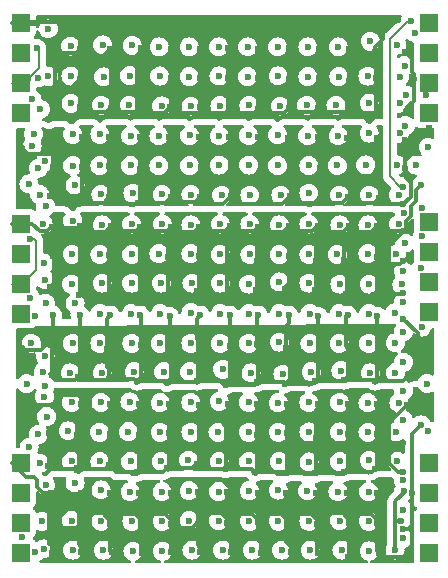
<source format=gbr>
%TF.GenerationSoftware,KiCad,Pcbnew,8.0.2*%
%TF.CreationDate,2024-06-24T13:44:32+02:00*%
%TF.ProjectId,PixelDisplay,50697865-6c44-4697-9370-6c61792e6b69,rev?*%
%TF.SameCoordinates,Original*%
%TF.FileFunction,Copper,L3,Inr*%
%TF.FilePolarity,Positive*%
%FSLAX46Y46*%
G04 Gerber Fmt 4.6, Leading zero omitted, Abs format (unit mm)*
G04 Created by KiCad (PCBNEW 8.0.2) date 2024-06-24 13:44:32*
%MOMM*%
%LPD*%
G01*
G04 APERTURE LIST*
%TA.AperFunction,CastellatedPad*%
%ADD10R,1.500000X1.500000*%
%TD*%
%TA.AperFunction,ViaPad*%
%ADD11C,0.600000*%
%TD*%
%TA.AperFunction,Conductor*%
%ADD12C,0.300000*%
%TD*%
%TA.AperFunction,Conductor*%
%ADD13C,0.200000*%
%TD*%
G04 APERTURE END LIST*
D10*
%TO.N,Vdd_str6*%
%TO.C,J6*%
X135350000Y-83540000D03*
%TO.N,Vss_str6*%
X135350000Y-86080000D03*
%TO.N,din_led_pwm_6*%
X135350000Y-88620000D03*
%TO.N,dout_led_pwm_6*%
X135350000Y-91160000D03*
%TD*%
%TO.N,Vdd_str5*%
%TO.C,J5*%
X169850000Y-91190000D03*
%TO.N,Vss_str5*%
X169850000Y-88650000D03*
%TO.N,din_led_pwm_5*%
X169850000Y-86110000D03*
%TO.N,dout_led_pwm_5*%
X169850000Y-83570000D03*
%TD*%
%TO.N,Vdd_str2*%
%TO.C,J2*%
X169850000Y-53880000D03*
%TO.N,Vss_str2*%
X169850000Y-51340000D03*
%TO.N,din_led_pwm_2*%
X169850000Y-48800000D03*
%TO.N,dout_led_pwm_2*%
X169850000Y-46260000D03*
%TD*%
%TO.N,Vdd_str3*%
%TO.C,J3*%
X135350000Y-63260000D03*
%TO.N,Vss_str3*%
X135350000Y-65800000D03*
%TO.N,din_led_pwm_3*%
X135350000Y-68340000D03*
%TO.N,dout_led_pwm_3*%
X135350000Y-70880000D03*
%TD*%
%TO.N,Vdd_str4*%
%TO.C,J4*%
X169850500Y-70760000D03*
%TO.N,Vss_str4*%
X169850500Y-68220000D03*
%TO.N,din_led_pwm_4*%
X169850500Y-65680000D03*
%TO.N,dout_led_pwm_4*%
X169850500Y-63140000D03*
%TD*%
%TO.N,Vdd_str1*%
%TO.C,J1*%
X135350000Y-46290000D03*
%TO.N,Vss_str1*%
X135350000Y-48830000D03*
%TO.N,din_led_pwm_1*%
X135350000Y-51370000D03*
%TO.N,dout_led_pwm_1*%
X135350000Y-53910000D03*
%TD*%
D11*
%TO.N,Vss_str1*%
X136251352Y-52736215D03*
X164800000Y-53050000D03*
X144730000Y-48170000D03*
X154513213Y-48296785D03*
X147068722Y-50761278D03*
X152160000Y-53280000D03*
X152060000Y-48299998D03*
X154610000Y-53260000D03*
X147040000Y-48299998D03*
X159610000Y-50809498D03*
X139520000Y-48230000D03*
X159510000Y-53250000D03*
X142120000Y-53240000D03*
X157262876Y-53321230D03*
X157060000Y-48299998D03*
X139544108Y-50765892D03*
X157101876Y-50755459D03*
X161990000Y-53250000D03*
X149721439Y-53320179D03*
X137630139Y-46770139D03*
X142324906Y-50840944D03*
X139560000Y-53090000D03*
X167156946Y-48140000D03*
X144523851Y-50726149D03*
X152083465Y-50756535D03*
X162200000Y-48299998D03*
X149580000Y-50809498D03*
X167390000Y-53060000D03*
X154514821Y-50807890D03*
X149580000Y-48299998D03*
X137643987Y-50801324D03*
X142230000Y-48120000D03*
X167390000Y-50809498D03*
X162232951Y-50809498D03*
X159610000Y-48299998D03*
X164900000Y-47830000D03*
X147230000Y-53290000D03*
X164690000Y-50770000D03*
X144500000Y-53230000D03*
%TO.N,Vdd_str1*%
X137682414Y-51910092D03*
X147979252Y-53419002D03*
X155420000Y-48440000D03*
X137674952Y-54422866D03*
X152960000Y-53540000D03*
X147990000Y-48440000D03*
X143013469Y-51138238D03*
X142872411Y-48507055D03*
X147990000Y-50909502D03*
X150466552Y-53418448D03*
X155370000Y-53560000D03*
X150469164Y-50909070D03*
X165419386Y-50944642D03*
X145270000Y-53610000D03*
X168559138Y-51000000D03*
X142924906Y-53470000D03*
X152860000Y-50920000D03*
X141290000Y-46430000D03*
X150470000Y-48510000D03*
X145470000Y-48400002D03*
X158030000Y-51010000D03*
X155419857Y-50900714D03*
X160540000Y-50920000D03*
X167240000Y-46020000D03*
X163060000Y-51150000D03*
X158030000Y-48400002D03*
X165290000Y-48740000D03*
X140329291Y-53402548D03*
X160540000Y-48470000D03*
X140330000Y-50980000D03*
X167910000Y-53840000D03*
X163060000Y-48450000D03*
X158020000Y-53470000D03*
X140330000Y-48510000D03*
X138179999Y-48577539D03*
X145240944Y-50945880D03*
X162970000Y-53620000D03*
X152860000Y-48380000D03*
X167800000Y-48691706D03*
X160490000Y-53500000D03*
X165460000Y-53860000D03*
%TO.N,Vdd_str2*%
X140500000Y-55930202D03*
X150395672Y-55920456D03*
X137817043Y-55917043D03*
X142796172Y-58408961D03*
X167707114Y-61600000D03*
X137791612Y-60923993D03*
X148000000Y-61000000D03*
X167808379Y-56212466D03*
X165640334Y-61050790D03*
X152895707Y-55918279D03*
X155775547Y-61024453D03*
X160675161Y-58524839D03*
X163200000Y-58500000D03*
X142800000Y-61000000D03*
X158065547Y-60949202D03*
X140500000Y-58439702D03*
X138000000Y-58439702D03*
X140394307Y-60945759D03*
X160498053Y-55929205D03*
X153080398Y-58459304D03*
X145400000Y-58600000D03*
X160700000Y-60949202D03*
X148100000Y-58500000D03*
X157900000Y-56000000D03*
X145396008Y-55924204D03*
X165684904Y-58515096D03*
X155665418Y-58534582D03*
X147895777Y-55922434D03*
X153100000Y-60949202D03*
X145200000Y-61500000D03*
X162920386Y-55978025D03*
X155395892Y-55915910D03*
X150500000Y-61000000D03*
X142799666Y-55900881D03*
X167845643Y-58511685D03*
X150555675Y-58444325D03*
X163000000Y-61000000D03*
X165500000Y-56000000D03*
X158200000Y-58600000D03*
X135400000Y-56900000D03*
%TO.N,Vss_str2*%
X144800000Y-60700000D03*
X147278854Y-60793958D03*
X139700000Y-55700000D03*
X164800000Y-55600000D03*
X154700000Y-60849198D03*
X154608009Y-55791991D03*
X149700000Y-60800000D03*
X152309386Y-60863045D03*
X149600000Y-58339698D03*
X149600000Y-55800000D03*
X162100000Y-58339698D03*
X136900000Y-60800000D03*
X147000000Y-55830198D03*
X142000000Y-55700000D03*
X164507851Y-58292149D03*
X164806189Y-60853060D03*
X159700000Y-60700000D03*
X142078854Y-60793958D03*
X167390000Y-55590000D03*
X169640000Y-52380000D03*
X136400000Y-55700000D03*
X139900000Y-60000000D03*
X144600000Y-58339698D03*
X152100000Y-58300000D03*
X137390000Y-58000000D03*
X144600000Y-55830198D03*
X157059325Y-55733517D03*
X167130000Y-58287277D03*
X142000000Y-58339698D03*
X159600000Y-55830198D03*
X159700000Y-58339698D03*
X167305181Y-60851774D03*
X154608009Y-58300000D03*
X139707281Y-58343372D03*
X147000000Y-58339698D03*
X162170390Y-55830198D03*
X157320743Y-60861058D03*
X152100000Y-55830198D03*
X162259708Y-60849741D03*
X157059325Y-58339698D03*
X169800000Y-56800000D03*
%TO.N,Vss_str3*%
X142000000Y-65869898D03*
X169300000Y-61900000D03*
X139650000Y-65860000D03*
X152200099Y-65869901D03*
X157200000Y-63360398D03*
X142203684Y-63362562D03*
X157200000Y-68200000D03*
X157200000Y-65869898D03*
X147300000Y-63300000D03*
X167563741Y-68413826D03*
X164700000Y-63360398D03*
X167300000Y-63300000D03*
X149701070Y-65800000D03*
X162100000Y-65869898D03*
X167100000Y-65869898D03*
X152200000Y-63300000D03*
X136000110Y-59900000D03*
X162326285Y-63369221D03*
X147000000Y-65800000D03*
X144700000Y-63300000D03*
X147200000Y-68300000D03*
X154600000Y-68379398D03*
X139600000Y-68379398D03*
X164802116Y-68382742D03*
X142200000Y-68300000D03*
X152200000Y-68300000D03*
X144700000Y-68300000D03*
X159700000Y-63300000D03*
X159700000Y-68300000D03*
X154700000Y-63300000D03*
X149800000Y-68300000D03*
X164700000Y-65800000D03*
X162321353Y-68387259D03*
X139700000Y-63000000D03*
X144702109Y-65871092D03*
X137200000Y-63300000D03*
X159700000Y-65869898D03*
X154700000Y-65869898D03*
X149701070Y-63360565D03*
X137350000Y-68000000D03*
%TO.N,Vdd_str3*%
X155300000Y-66450000D03*
X147700000Y-69350000D03*
X145421146Y-63506042D03*
X137911515Y-63537172D03*
X157997215Y-63459916D03*
X147800000Y-66100000D03*
X165200000Y-69300000D03*
X155200000Y-68900000D03*
X145119364Y-69300000D03*
X152933063Y-66028857D03*
X137800000Y-68600000D03*
X148011515Y-63537171D03*
X169200000Y-60000000D03*
X160300000Y-66400000D03*
X157993409Y-65969222D03*
X138050000Y-66033803D03*
X160434715Y-63450656D03*
X145445566Y-65969960D03*
X167707114Y-69149997D03*
X162709566Y-66306857D03*
X152700000Y-69300000D03*
X167721107Y-63920623D03*
X153000000Y-63500000D03*
X140383987Y-66014166D03*
X142980697Y-63460402D03*
X150436579Y-63507297D03*
X160200000Y-68900000D03*
X155421146Y-63506042D03*
X157668523Y-68785653D03*
X150436579Y-66000000D03*
X140200000Y-69300000D03*
X142609614Y-69300000D03*
X163099898Y-63460504D03*
X165500000Y-63500000D03*
X150200000Y-69000000D03*
X162800000Y-69200000D03*
X140316542Y-63440199D03*
X165500000Y-66100000D03*
X142785385Y-65934805D03*
X167707114Y-66400000D03*
%TO.N,Vdd_str4*%
X167705234Y-71299520D03*
X160536085Y-73504857D03*
X145119364Y-76600000D03*
X138000000Y-71000000D03*
X142900000Y-71000000D03*
X168100000Y-76200000D03*
X165500000Y-71100000D03*
X147839817Y-73523280D03*
X160200000Y-76600000D03*
X137911515Y-76037171D03*
X153000000Y-73600000D03*
X160500000Y-71100000D03*
X135400000Y-73800000D03*
X145400000Y-71000000D03*
X157800000Y-73800000D03*
X165300000Y-76600000D03*
X140170823Y-76235411D03*
X147900000Y-71100000D03*
X155400000Y-71000000D03*
X140411515Y-73637171D03*
X152700000Y-76900000D03*
X155346722Y-73470069D03*
X157700000Y-76800000D03*
X155300000Y-76700000D03*
X162978474Y-73662868D03*
X165510918Y-73501483D03*
X137600000Y-73400000D03*
X163000000Y-71000000D03*
X145500000Y-73500102D03*
X142609614Y-73900000D03*
X158000000Y-71000000D03*
X162700000Y-76500000D03*
X150300000Y-74461149D03*
X142800000Y-76400000D03*
X150500000Y-71000000D03*
X140300000Y-71000000D03*
X168900000Y-73900000D03*
X147700000Y-76700000D03*
X153000000Y-71000000D03*
X150200000Y-76600000D03*
%TO.N,Vss_str4*%
X159792785Y-73404806D03*
X136200000Y-73400000D03*
X137200000Y-75800000D03*
X139900000Y-70000000D03*
X152400000Y-75600000D03*
X154600000Y-70890598D03*
X167023834Y-73358754D03*
X157200000Y-70890598D03*
X144649997Y-70890598D03*
X137400000Y-70000000D03*
X162400000Y-75700000D03*
X162275417Y-73401689D03*
X152200030Y-73400000D03*
X164763230Y-70890878D03*
X154600000Y-73400000D03*
X144708593Y-73401812D03*
X144900000Y-75800000D03*
X162260202Y-70876700D03*
X149600000Y-75800000D03*
X167027790Y-75872210D03*
X159900000Y-75800000D03*
X139700000Y-73400000D03*
X169267172Y-72012929D03*
X154800000Y-75900000D03*
X164767737Y-73400560D03*
X147400000Y-75800000D03*
X159778906Y-70893503D03*
X157500000Y-76000000D03*
X166982589Y-70808009D03*
X142000000Y-73400000D03*
X164900000Y-75900000D03*
X157200000Y-73300000D03*
X142200000Y-75900000D03*
X142000000Y-70890598D03*
X147100000Y-70890598D03*
X149700000Y-70800000D03*
X139500000Y-75900000D03*
X147100000Y-73400098D03*
X149703171Y-73400326D03*
X152200030Y-70890601D03*
%TO.N,Net-(ICled2-DI)*%
X136960000Y-53570000D03*
X167800000Y-49890000D03*
%TO.N,Net-(ICled1-DI)*%
X136800000Y-50909502D03*
X168658737Y-47098253D03*
%TO.N,Net-(ICled41-DI)*%
X168800000Y-58300000D03*
X137400000Y-61800000D03*
%TO.N,Vdd_str5*%
X142842465Y-81100000D03*
X165300000Y-84000000D03*
X160441526Y-78512442D03*
X137600000Y-83800000D03*
X145119364Y-84300000D03*
X142800000Y-83700000D03*
X168035570Y-78609069D03*
X160300000Y-81400000D03*
X137700000Y-81000000D03*
X165498004Y-81100000D03*
X152752732Y-80957185D03*
X155339798Y-81200000D03*
X145275981Y-81200000D03*
X155158364Y-84300000D03*
X147845744Y-81010084D03*
X140099864Y-83985653D03*
X157700000Y-84400000D03*
X140397933Y-78517795D03*
X157849418Y-81000303D03*
X152648614Y-84000000D03*
X147845247Y-78505120D03*
X138090747Y-78609253D03*
X162700000Y-84300000D03*
X136045671Y-78673496D03*
X157846185Y-78519383D03*
X150421146Y-78606042D03*
X142842465Y-78506066D03*
X150200000Y-83600000D03*
X155339798Y-78523300D03*
X167707114Y-81800000D03*
X163039222Y-78526703D03*
X167707114Y-84249997D03*
X160200000Y-84400000D03*
X147668523Y-83985653D03*
X140100000Y-81200000D03*
X163039222Y-81100000D03*
X165498004Y-78518086D03*
X150445629Y-81028335D03*
X145275981Y-78516564D03*
X152869483Y-78501876D03*
%TO.N,Vss_str5*%
X164700000Y-78420798D03*
X144603590Y-83396410D03*
X152003339Y-80926959D03*
X164800000Y-83300000D03*
X159711647Y-83439798D03*
X149702036Y-80930492D03*
X147200000Y-83400000D03*
X142000000Y-83400000D03*
X157102690Y-78420798D03*
X167107114Y-80900000D03*
X147100000Y-78420798D03*
X167308816Y-78423779D03*
X137300000Y-77900000D03*
X141968690Y-80930298D03*
X152100000Y-78300000D03*
X149700000Y-78400000D03*
X149500000Y-83300000D03*
X144543190Y-78356810D03*
X154600000Y-78400000D03*
X154600000Y-80930298D03*
X162300000Y-83400000D03*
X167200000Y-83400000D03*
X139600000Y-83400000D03*
X159700000Y-80900000D03*
X139328964Y-80801334D03*
X139600000Y-78400000D03*
X154600000Y-83400000D03*
X162300000Y-80900000D03*
X136000000Y-82200000D03*
X144423565Y-80876435D03*
X147100000Y-80930298D03*
X157102690Y-80930298D03*
X164700000Y-80930298D03*
X142100000Y-78400000D03*
X135800000Y-76800000D03*
X157200000Y-83400000D03*
X159700000Y-78400000D03*
X162300000Y-78400000D03*
X152100000Y-83400000D03*
%TO.N,Vdd_str6*%
X143021146Y-91106042D03*
X157800000Y-86100000D03*
X160409617Y-88703290D03*
X157839031Y-88607819D03*
X168457784Y-86090745D03*
X140400000Y-86100000D03*
X152798083Y-86003851D03*
X155404208Y-88548281D03*
X142900000Y-88700000D03*
X148053464Y-91070002D03*
X160300000Y-86100000D03*
X140200000Y-89000000D03*
X150296337Y-86007738D03*
X145459518Y-88560394D03*
X165652148Y-91117854D03*
X137895100Y-86048744D03*
X168100000Y-91100000D03*
X150521146Y-91106042D03*
X145543899Y-91106909D03*
X165494318Y-88600000D03*
X152798083Y-88600000D03*
X169200000Y-80300000D03*
X137796559Y-88738543D03*
X142900000Y-86100000D03*
X167707261Y-89140778D03*
X155616605Y-91121311D03*
X163100000Y-88600000D03*
X162900000Y-86100000D03*
X145300000Y-86100000D03*
X153121146Y-91106042D03*
X158200000Y-91070002D03*
X165494318Y-86047864D03*
X162968523Y-91485653D03*
X147987427Y-88687023D03*
X160511515Y-91137171D03*
X140441242Y-91069919D03*
X150296337Y-88700000D03*
X137970823Y-91135411D03*
X155390421Y-86035271D03*
X148000000Y-86100000D03*
%TO.N,Net-(ICled116-DO)*%
X136125166Y-69539297D03*
X167800000Y-64900000D03*
%TO.N,Vss_str6*%
X142100000Y-85800000D03*
X137400000Y-85400000D03*
X152048096Y-85950998D03*
X139600000Y-88400000D03*
X144803016Y-90990305D03*
X152400000Y-90900000D03*
X159700000Y-88460498D03*
X157400000Y-90900000D03*
X167500000Y-88400000D03*
X166994965Y-90905035D03*
X137300000Y-90800000D03*
X162160202Y-85950998D03*
X157103640Y-85821455D03*
X139700000Y-90900000D03*
X164746091Y-88460498D03*
X164803322Y-90973491D03*
X159800000Y-90900000D03*
X169800000Y-80800000D03*
X142300000Y-90900000D03*
X152048096Y-88400000D03*
X154659360Y-88460498D03*
X149558283Y-88400000D03*
X164746091Y-85950998D03*
X149800000Y-90900000D03*
X159579316Y-85892350D03*
X167727364Y-85920483D03*
X162500000Y-90900000D03*
X162300000Y-88400000D03*
X144713550Y-88462673D03*
X142100000Y-88460498D03*
X144560202Y-85950998D03*
X147269603Y-88469691D03*
X137100000Y-88460498D03*
X154659360Y-85867778D03*
X139900000Y-85200000D03*
X147303582Y-90987555D03*
X147263381Y-85958960D03*
X157103640Y-88460498D03*
X169700000Y-76800000D03*
X154900000Y-90900000D03*
X149558283Y-85874396D03*
%TO.N,Net-(ICled119-DI)*%
X167707114Y-72400000D03*
X137362778Y-76989748D03*
%TO.N,din_led_pwm_1*%
X136637651Y-48400000D03*
%TO.N,Net-(ICled158-DI)*%
X136896580Y-83539800D03*
X167707114Y-79900000D03*
%TO.N,Net-(ICled197-DI)*%
X136550002Y-91070002D03*
X167707114Y-87500000D03*
%TO.N,Net-(ICled40-DI)*%
X167858523Y-54960000D03*
X136790000Y-58570000D03*
%TO.N,dout_led_pwm_1*%
X167959138Y-52388716D03*
%TO.N,din_led_pwm_2*%
X136262468Y-56693799D03*
%TO.N,dout_led_pwm_2*%
X167707114Y-60130000D03*
X168310000Y-46130000D03*
%TO.N,Net-(ICled118-DI)*%
X137369657Y-74482546D03*
X167707114Y-69900000D03*
%TO.N,din_led_pwm_3*%
X136122004Y-64521928D03*
%TO.N,Net-(ICled115-DO)*%
X137300000Y-66600000D03*
X167771245Y-62347255D03*
%TO.N,dout_led_pwm_3*%
X167705343Y-67299525D03*
%TO.N,Net-(ICled157-DI)*%
X136800000Y-81100000D03*
X167707114Y-77400000D03*
%TO.N,din_led_pwm_5*%
X137491885Y-79600723D03*
%TO.N,din_led_pwm_4*%
X136550002Y-71100000D03*
%TO.N,dout_led_pwm_4*%
X167707114Y-75000000D03*
X169197114Y-66978552D03*
X169300000Y-64300000D03*
%TO.N,Net-(ICled196-DI)*%
X167707114Y-85000000D03*
X135402182Y-89820000D03*
%TO.N,dout_led_pwm_6*%
X167705401Y-89890778D03*
%TD*%
D12*
%TO.N,Vdd_str1*%
X158020000Y-53470000D02*
X158400000Y-53850000D01*
X138432460Y-48830000D02*
X140010000Y-48830000D01*
X153280000Y-53860000D02*
X155070000Y-53860000D01*
X140399466Y-50980000D02*
X142872411Y-48507055D01*
X165290000Y-48740000D02*
X165290000Y-48288529D01*
X160540000Y-50920000D02*
X160540000Y-53450000D01*
X157568770Y-53921230D02*
X158020000Y-53470000D01*
X160540000Y-48470000D02*
X160540000Y-50920000D01*
X140330000Y-50980000D02*
X140330000Y-54010000D01*
X145550000Y-53890000D02*
X147508254Y-53890000D01*
X145470000Y-48700000D02*
X145180000Y-48990000D01*
X155731230Y-53921230D02*
X157568770Y-53921230D01*
X165400000Y-53800000D02*
X165460000Y-53860000D01*
X150466552Y-53418448D02*
X150928104Y-53880000D01*
X145123851Y-49046149D02*
X145123851Y-53463851D01*
X139399908Y-51910092D02*
X140330000Y-50980000D01*
X145123851Y-53463851D02*
X145270000Y-53610000D01*
X163060000Y-53530000D02*
X162970000Y-53620000D01*
X165290000Y-48288529D02*
X165950000Y-47628529D01*
X167910000Y-53530000D02*
X167910000Y-53840000D01*
X168020000Y-53420000D02*
X167910000Y-53530000D01*
X142554906Y-53840000D02*
X142924906Y-53470000D01*
X168559138Y-51000000D02*
X168559138Y-52880862D01*
X135370000Y-46290000D02*
X135489861Y-46170139D01*
X165290000Y-48740000D02*
X165400000Y-48850000D01*
X140330000Y-50980000D02*
X140399466Y-50980000D01*
X158030000Y-53460000D02*
X158020000Y-53470000D01*
X147508254Y-53890000D02*
X147979252Y-53419002D01*
X160490000Y-53500000D02*
X160670000Y-53500000D01*
X142924906Y-53470000D02*
X142940000Y-53470000D01*
X165400000Y-48850000D02*
X165400000Y-53800000D01*
X142924906Y-48559550D02*
X142924906Y-53470000D01*
X155070000Y-53860000D02*
X155370000Y-53560000D01*
X158030000Y-51010000D02*
X158030000Y-53460000D01*
X147979252Y-53419002D02*
X148480429Y-53920179D01*
X152860000Y-48380000D02*
X152860000Y-50920000D01*
X140010000Y-48830000D02*
X140330000Y-48510000D01*
X155420000Y-53510000D02*
X155370000Y-53560000D01*
X152960000Y-53540000D02*
X153280000Y-53860000D01*
X141030139Y-46170139D02*
X141290000Y-46430000D01*
X135489861Y-46170139D02*
X141030139Y-46170139D01*
X140766743Y-53840000D02*
X142554906Y-53840000D01*
X163210000Y-53860000D02*
X165460000Y-53860000D01*
X142940000Y-53470000D02*
X143300000Y-53830000D01*
X167070000Y-46190000D02*
X167240000Y-46020000D01*
X140330000Y-48510000D02*
X140330000Y-50980000D01*
X155370000Y-53560000D02*
X155731230Y-53921230D01*
X168400000Y-50450000D02*
X168559138Y-50609138D01*
X150470000Y-48510000D02*
X150470000Y-53415000D01*
X150466552Y-53773448D02*
X150466552Y-53418448D01*
X167800000Y-48691706D02*
X168400000Y-49291706D01*
X145050000Y-53830000D02*
X145270000Y-53610000D01*
X148480429Y-53920179D02*
X150319821Y-53920179D01*
X140330000Y-47390000D02*
X140330000Y-48510000D01*
X152860000Y-53440000D02*
X152960000Y-53540000D01*
X166500000Y-46190000D02*
X167070000Y-46190000D01*
X162740000Y-53850000D02*
X162970000Y-53620000D01*
X150319821Y-53920179D02*
X150466552Y-53773448D01*
X143300000Y-53830000D02*
X145050000Y-53830000D01*
X138243987Y-51910000D02*
X138243987Y-53853831D01*
X140329291Y-53402548D02*
X140766743Y-53840000D01*
X165950000Y-46750000D02*
X166500000Y-46200000D01*
X160140000Y-53850000D02*
X160490000Y-53500000D01*
X166500000Y-46200000D02*
X166500000Y-46190000D01*
X168559138Y-50609138D02*
X168559138Y-51000000D01*
X137674952Y-54422866D02*
X139917134Y-54422866D01*
X147990000Y-48440000D02*
X147990000Y-53408254D01*
X150470000Y-53415000D02*
X150466552Y-53418448D01*
X161020000Y-53850000D02*
X162740000Y-53850000D01*
X158400000Y-53850000D02*
X160140000Y-53850000D01*
X168400000Y-49291706D02*
X168400000Y-50450000D01*
X138243895Y-51910092D02*
X138243987Y-51910000D01*
X165950000Y-47628529D02*
X165950000Y-46750000D01*
X138243987Y-48641527D02*
X138243987Y-51910000D01*
X160670000Y-53500000D02*
X161020000Y-53850000D01*
X138243987Y-53853831D02*
X137674952Y-54422866D01*
X134600000Y-46290000D02*
X135370000Y-46290000D01*
X150928104Y-53880000D02*
X152620000Y-53880000D01*
X145270000Y-53610000D02*
X145550000Y-53890000D01*
X137682414Y-51910092D02*
X139399908Y-51910092D01*
X162970000Y-53620000D02*
X163210000Y-53860000D01*
X138179999Y-48577539D02*
X138243987Y-48641527D01*
X160540000Y-53450000D02*
X160490000Y-53500000D01*
X168559138Y-52880862D02*
X168020000Y-53420000D01*
X137682414Y-51910092D02*
X138243895Y-51910092D01*
X147990000Y-53408254D02*
X147979252Y-53419002D01*
X141290000Y-46430000D02*
X140330000Y-47390000D01*
X142872411Y-48507055D02*
X142924906Y-48559550D01*
X145180000Y-48990000D02*
X145123851Y-49046149D01*
X139917134Y-54422866D02*
X140330000Y-54010000D01*
X155420000Y-48440000D02*
X155420000Y-53510000D01*
X138179999Y-48577539D02*
X138432460Y-48830000D01*
X145470000Y-48400002D02*
X145470000Y-48700000D01*
X163060000Y-48450000D02*
X163060000Y-51150000D01*
X163060000Y-51150000D02*
X163060000Y-53530000D01*
X152620000Y-53880000D02*
X152960000Y-53540000D01*
X158030000Y-48400002D02*
X158030000Y-51010000D01*
X152860000Y-50920000D02*
X152860000Y-53440000D01*
%TO.N,Vdd_str2*%
X158200000Y-58600000D02*
X158200000Y-60814749D01*
X158200000Y-60814749D02*
X158065547Y-60949202D01*
X168307114Y-61000000D02*
X167707114Y-61600000D01*
X165200000Y-61500000D02*
X165200000Y-61491124D01*
X152449202Y-61600000D02*
X153100000Y-60949202D01*
X165500000Y-56200000D02*
X165700000Y-56400000D01*
X165200000Y-61491124D02*
X165640334Y-61050790D01*
X158065547Y-60964783D02*
X158065547Y-60949202D01*
X165700000Y-56400000D02*
X165700000Y-60991124D01*
X155775547Y-61024453D02*
X155775547Y-61175547D01*
X168300000Y-59700000D02*
X168307114Y-59707114D01*
X148400000Y-61400000D02*
X150100000Y-61400000D01*
X150700000Y-56500000D02*
X150600000Y-56600000D01*
X138000000Y-57400000D02*
X138000000Y-58600000D01*
X163500000Y-61500000D02*
X165200000Y-61500000D01*
X145100000Y-61600000D02*
X145200000Y-61500000D01*
X160700000Y-60949202D02*
X160700000Y-61000000D01*
X145400000Y-58600000D02*
X145400000Y-61300000D01*
X150600000Y-60900000D02*
X150500000Y-61000000D01*
X152895707Y-55918279D02*
X152895707Y-56095707D01*
X155700000Y-56400000D02*
X155700000Y-60948906D01*
X161200000Y-61500000D02*
X162500000Y-61500000D01*
X145400000Y-55928196D02*
X145400000Y-58600000D01*
X160498053Y-55929205D02*
X160498053Y-56098053D01*
X165700000Y-60991124D02*
X165640334Y-61050790D01*
X148000000Y-61000000D02*
X148400000Y-61400000D01*
X152895707Y-56095707D02*
X153100000Y-56300000D01*
X147895777Y-55922434D02*
X147895777Y-56095777D01*
X163000000Y-61000000D02*
X163500000Y-61500000D01*
X148100000Y-58500000D02*
X148100000Y-60900000D01*
X150395672Y-55995672D02*
X150700000Y-56300000D01*
X145400000Y-61300000D02*
X145200000Y-61500000D01*
X138000000Y-56100000D02*
X138000000Y-57400000D01*
X167808379Y-56212466D02*
X167808379Y-59208379D01*
X153100000Y-56300000D02*
X153100000Y-60949202D01*
X150500000Y-61000000D02*
X151100000Y-61600000D01*
X153100000Y-60949202D02*
X153149202Y-60949202D01*
X150100000Y-61400000D02*
X150500000Y-61000000D01*
X167808379Y-59208379D02*
X168300000Y-59700000D01*
X168307114Y-59707114D02*
X168307114Y-61000000D01*
X145396008Y-55924204D02*
X145400000Y-55928196D01*
X150600000Y-60500000D02*
X150600000Y-60900000D01*
X155775547Y-61175547D02*
X156200000Y-61600000D01*
X166189544Y-61600000D02*
X165640334Y-61050790D01*
X158065547Y-60949202D02*
X158065547Y-61065547D01*
X140500000Y-60840066D02*
X140394307Y-60945759D01*
X143400000Y-61600000D02*
X145100000Y-61600000D01*
X156200000Y-61600000D02*
X157430330Y-61600000D01*
X147500000Y-61500000D02*
X148000000Y-61000000D01*
X158200000Y-56500000D02*
X158200000Y-58600000D01*
X163200000Y-56500000D02*
X163200000Y-58500000D01*
X157430330Y-61600000D02*
X158065547Y-60964783D01*
X140500000Y-55930202D02*
X140500000Y-60840066D01*
X138000000Y-60715605D02*
X137791612Y-60923993D01*
X155200000Y-61600000D02*
X155775547Y-61024453D01*
X142799666Y-60999666D02*
X142800000Y-61000000D01*
X142800000Y-61000000D02*
X143400000Y-61600000D01*
X140948548Y-61500000D02*
X142400000Y-61500000D01*
X151100000Y-61600000D02*
X152449202Y-61600000D01*
X137817043Y-55917043D02*
X138000000Y-56100000D01*
X163200000Y-60800000D02*
X163000000Y-61000000D01*
X160700000Y-56300000D02*
X160700000Y-60949202D01*
X155700000Y-60948906D02*
X155775547Y-61024453D01*
X148100000Y-60900000D02*
X148000000Y-61000000D01*
X138000000Y-57400000D02*
X135900000Y-57400000D01*
X150600000Y-56600000D02*
X150600000Y-60500000D01*
X167707114Y-61600000D02*
X166189544Y-61600000D01*
X158500000Y-61500000D02*
X160149202Y-61500000D01*
X145200000Y-61500000D02*
X147500000Y-61500000D01*
X162920386Y-56220386D02*
X163200000Y-56500000D01*
X155395892Y-55915910D02*
X155395892Y-56095892D01*
X140372541Y-60923993D02*
X140394307Y-60945759D01*
X160149202Y-61500000D02*
X160700000Y-60949202D01*
X163200000Y-58500000D02*
X163200000Y-60800000D01*
X148100000Y-56300000D02*
X148100000Y-58500000D01*
X147895777Y-56095777D02*
X148100000Y-56300000D01*
X165500000Y-56000000D02*
X165500000Y-56200000D01*
X142400000Y-61500000D02*
X142400000Y-61400000D01*
X142799666Y-55900881D02*
X142799666Y-60999666D01*
X158065547Y-61065547D02*
X158500000Y-61500000D01*
X142400000Y-61400000D02*
X142800000Y-61000000D01*
X160498053Y-56098053D02*
X160700000Y-56300000D01*
X150395672Y-55920456D02*
X150395672Y-55995672D01*
X138000000Y-58600000D02*
X138000000Y-60715605D01*
X150700000Y-56300000D02*
X150700000Y-56500000D01*
X155395892Y-56095892D02*
X155700000Y-56400000D01*
X135900000Y-57400000D02*
X135400000Y-56900000D01*
X157900000Y-56000000D02*
X158200000Y-56300000D01*
X153149202Y-60949202D02*
X153800000Y-61600000D01*
X162500000Y-61500000D02*
X163000000Y-61000000D01*
X137791612Y-60923993D02*
X140372541Y-60923993D01*
X160700000Y-61000000D02*
X161200000Y-61500000D01*
X162920386Y-55978025D02*
X162920386Y-56220386D01*
X140394307Y-60945759D02*
X140948548Y-61500000D01*
X153800000Y-61600000D02*
X155200000Y-61600000D01*
X158200000Y-56300000D02*
X158200000Y-56500000D01*
%TO.N,Vdd_str3*%
X167900000Y-63741730D02*
X167721107Y-63920623D01*
X162591181Y-63969221D02*
X163099898Y-63460504D01*
X153400000Y-63900000D02*
X153000000Y-63500000D01*
X148137171Y-63537171D02*
X148560565Y-63960565D01*
X158059916Y-63459916D02*
X158500000Y-63900000D01*
X158500000Y-63900000D02*
X159985371Y-63900000D01*
X169200000Y-60000000D02*
X168757114Y-60442886D01*
X167721107Y-63920623D02*
X166500000Y-65141730D01*
X155421146Y-63506042D02*
X155027188Y-63900000D01*
X151200000Y-63900000D02*
X152600000Y-63900000D01*
X138100000Y-68300000D02*
X138100000Y-64200000D01*
X150807297Y-63507297D02*
X151200000Y-63900000D01*
X147648686Y-63900000D02*
X148011515Y-63537171D01*
X163160504Y-63460504D02*
X163660398Y-63960398D01*
X143420295Y-63900000D02*
X145027188Y-63900000D01*
X157496733Y-63960398D02*
X155875502Y-63960398D01*
X136260000Y-63260000D02*
X134600000Y-63260000D01*
X166500000Y-66700000D02*
X166500000Y-68800000D01*
X167657111Y-69200000D02*
X167707114Y-69149997D01*
X163099898Y-64000102D02*
X162700000Y-64400000D01*
X155421146Y-63506042D02*
X155421146Y-64178854D01*
X153000000Y-63900000D02*
X152900000Y-64000000D01*
X150436579Y-63507297D02*
X150807297Y-63507297D01*
X157997215Y-68302785D02*
X157600000Y-68700000D01*
X165500000Y-69000000D02*
X165200000Y-69300000D01*
X147800000Y-69250000D02*
X147700000Y-69350000D01*
X152900000Y-64000000D02*
X152800000Y-64100000D01*
X145421146Y-63506042D02*
X145506042Y-63506042D01*
X140838905Y-63962562D02*
X142478537Y-63962562D01*
X142980697Y-63460402D02*
X142800000Y-63641099D01*
X167407114Y-66700000D02*
X167707114Y-66400000D01*
X157997215Y-63459916D02*
X157496733Y-63960398D01*
X160953280Y-63969221D02*
X162591181Y-63969221D01*
X145900000Y-63900000D02*
X147648686Y-63900000D01*
X142800000Y-63641099D02*
X142800000Y-68300000D01*
X162900000Y-67700000D02*
X162921353Y-67721353D01*
X148011515Y-63537171D02*
X148137171Y-63537171D01*
X165039602Y-63960398D02*
X165500000Y-63500000D01*
X155027188Y-63900000D02*
X153400000Y-63900000D01*
X140316542Y-63440199D02*
X140316542Y-69183458D01*
X165500000Y-63500000D02*
X165920623Y-63920623D01*
X145027188Y-63900000D02*
X145421146Y-63506042D01*
X160300000Y-66400000D02*
X160300000Y-68800000D01*
X162700000Y-64400000D02*
X162700000Y-67500000D01*
X147700000Y-64200000D02*
X147800000Y-64300000D01*
X150436579Y-66000000D02*
X150436579Y-68763421D01*
X145100000Y-69300000D02*
X145119364Y-69300000D01*
X152800000Y-64100000D02*
X152800000Y-68400000D01*
X140316542Y-63440199D02*
X140838905Y-63962562D01*
X148011515Y-63537171D02*
X148011515Y-63888485D01*
X152600000Y-63900000D02*
X153000000Y-63500000D01*
X147800000Y-64300000D02*
X147800000Y-66100000D01*
X160300000Y-68800000D02*
X160200000Y-68900000D01*
X142800000Y-68300000D02*
X142800000Y-69109614D01*
X168757114Y-60442886D02*
X168757114Y-61342886D01*
X157668523Y-68768523D02*
X157668523Y-68785653D01*
X160434715Y-63450656D02*
X160434715Y-63965285D01*
X137974343Y-63600000D02*
X140156741Y-63600000D01*
X145506042Y-63506042D02*
X145900000Y-63900000D01*
X157997215Y-63459916D02*
X158059916Y-63459916D01*
X152800000Y-69200000D02*
X152700000Y-69300000D01*
X165920623Y-63920623D02*
X167721107Y-63920623D01*
X163099898Y-63460504D02*
X163160504Y-63460504D01*
X149983311Y-63960565D02*
X150436579Y-63507297D01*
X145421146Y-63506042D02*
X145421146Y-68978854D01*
X147800000Y-68900000D02*
X147800000Y-69250000D01*
X163099898Y-63460504D02*
X163099898Y-64000102D01*
X166500000Y-65141730D02*
X166500000Y-66700000D01*
X142800000Y-69109614D02*
X142609614Y-69300000D01*
X163660398Y-63960398D02*
X165039602Y-63960398D01*
X137911515Y-63537172D02*
X137974343Y-63600000D01*
X142980697Y-63460402D02*
X143420295Y-63900000D01*
X136900000Y-63900000D02*
X136260000Y-63260000D01*
X152800000Y-68400000D02*
X152800000Y-69200000D01*
X150436579Y-63507297D02*
X150436579Y-66000000D01*
X162921353Y-67721353D02*
X162921353Y-69078647D01*
X166500000Y-68800000D02*
X166900000Y-69200000D01*
X140316542Y-69183458D02*
X140200000Y-69300000D01*
X165500000Y-66100000D02*
X165500000Y-69000000D01*
X167900000Y-63067029D02*
X167900000Y-63741730D01*
X160434715Y-63965285D02*
X160300000Y-64100000D01*
X148011515Y-63888485D02*
X147700000Y-64200000D01*
X160434715Y-63450656D02*
X160953280Y-63969221D01*
X168757114Y-61342886D02*
X168371245Y-61728755D01*
X160300000Y-64100000D02*
X160300000Y-66400000D01*
X162700000Y-67500000D02*
X162900000Y-67700000D01*
X155300000Y-64300000D02*
X155300000Y-68800000D01*
X145421146Y-68978854D02*
X145100000Y-69300000D01*
X148560565Y-63960565D02*
X149983311Y-63960565D01*
X150436579Y-68763421D02*
X150200000Y-69000000D01*
X138100000Y-64200000D02*
X138100000Y-63725657D01*
X162921353Y-69078647D02*
X162800000Y-69200000D01*
X137800000Y-68600000D02*
X138100000Y-68300000D01*
X159985371Y-63900000D02*
X160434715Y-63450656D01*
X157600000Y-68700000D02*
X157668523Y-68768523D01*
X168371245Y-62595784D02*
X167900000Y-63067029D01*
X147800000Y-66100000D02*
X147800000Y-68900000D01*
X166900000Y-69200000D02*
X167657111Y-69200000D01*
X137862828Y-63537172D02*
X137500000Y-63900000D01*
X140156741Y-63600000D02*
X140316542Y-63440199D01*
X168371245Y-61728755D02*
X168371245Y-62595784D01*
X155875502Y-63960398D02*
X155421146Y-63506042D01*
X157997215Y-63459916D02*
X157997215Y-68302785D01*
X165500000Y-63500000D02*
X165500000Y-66100000D01*
X137911515Y-63537172D02*
X137862828Y-63537172D01*
X166500000Y-66700000D02*
X167407114Y-66700000D01*
X142478537Y-63962562D02*
X142980697Y-63460402D01*
X138100000Y-63725657D02*
X137911515Y-63537172D01*
X137500000Y-63900000D02*
X136900000Y-63900000D01*
X155300000Y-68800000D02*
X155200000Y-68900000D01*
X153000000Y-63500000D02*
X153000000Y-63900000D01*
X155421146Y-64178854D02*
X155300000Y-64300000D01*
%TO.N,Vdd_str4*%
X168900000Y-73900000D02*
X168900000Y-75400000D01*
X160500000Y-76300000D02*
X160200000Y-76600000D01*
X137837171Y-76037171D02*
X137911515Y-76037171D01*
X148000000Y-76400000D02*
X148000000Y-75100000D01*
X152700000Y-76900000D02*
X155100000Y-76900000D01*
X153000000Y-71000000D02*
X153000000Y-73100000D01*
X147700000Y-74800000D02*
X147700000Y-72500000D01*
X163000000Y-76200000D02*
X162700000Y-76500000D01*
X163000000Y-73749166D02*
X163000000Y-76200000D01*
X140170823Y-76235411D02*
X140335411Y-76235411D01*
X165500000Y-76400000D02*
X165300000Y-76600000D01*
X142600000Y-75200000D02*
X142600000Y-75400000D01*
X162875417Y-73624583D02*
X163000000Y-73749166D01*
X155400000Y-71000000D02*
X155300000Y-71100000D01*
X150500000Y-71000000D02*
X150200000Y-71300000D01*
X145119364Y-76600000D02*
X147600000Y-76600000D01*
X145500000Y-71100000D02*
X145500000Y-76219364D01*
X147700000Y-72500000D02*
X147900000Y-72300000D01*
X147600000Y-76600000D02*
X147700000Y-76700000D01*
X157800000Y-75100000D02*
X157900000Y-75200000D01*
X150200000Y-73000000D02*
X150303171Y-73103171D01*
X137000000Y-74000000D02*
X137600000Y-73400000D01*
X147700000Y-76700000D02*
X150100000Y-76700000D01*
X148000000Y-75100000D02*
X147700000Y-74800000D01*
X147900000Y-72300000D02*
X147900000Y-71100000D01*
X160500000Y-71100000D02*
X160500000Y-76300000D01*
X155400000Y-73800000D02*
X155400000Y-76600000D01*
X155300000Y-73400000D02*
X155300000Y-73700000D01*
X157800000Y-71900000D02*
X157800000Y-73300000D01*
X155400000Y-76600000D02*
X155300000Y-76700000D01*
X155300000Y-71100000D02*
X155300000Y-73400000D01*
X158000000Y-71000000D02*
X158000000Y-71700000D01*
X168900000Y-75400000D02*
X168100000Y-76200000D01*
X150303171Y-76496829D02*
X150200000Y-76600000D01*
X147700000Y-76700000D02*
X148000000Y-76400000D01*
X160000000Y-76800000D02*
X160200000Y-76600000D01*
X153000000Y-73600000D02*
X153000000Y-76600000D01*
X152400000Y-76600000D02*
X152700000Y-76900000D01*
X142600000Y-71300000D02*
X142600000Y-75200000D01*
X155300000Y-73700000D02*
X155400000Y-73800000D01*
X138374344Y-76500000D02*
X139906234Y-76500000D01*
X162700000Y-76500000D02*
X165200000Y-76500000D01*
X140600000Y-76500000D02*
X142700000Y-76500000D01*
X150100000Y-76700000D02*
X150200000Y-76600000D01*
X140300000Y-71000000D02*
X140300000Y-76106234D01*
X139906234Y-76500000D02*
X140170823Y-76235411D01*
X145500000Y-76219364D02*
X145119364Y-76600000D01*
X142800000Y-76400000D02*
X144919364Y-76400000D01*
X168900000Y-72494286D02*
X168900000Y-73900000D01*
X137800000Y-76000000D02*
X137837171Y-76037171D01*
X158000000Y-71700000D02*
X157900000Y-71800000D01*
X150303171Y-73103171D02*
X150303171Y-76496829D01*
X135600000Y-74000000D02*
X137000000Y-74000000D01*
X137911515Y-76037171D02*
X138374344Y-76500000D01*
X162875417Y-73400000D02*
X162875417Y-73624583D01*
X165200000Y-76500000D02*
X165300000Y-76600000D01*
X140300000Y-76106234D02*
X140170823Y-76235411D01*
X137969657Y-73769657D02*
X137969657Y-75830343D01*
X163000000Y-71000000D02*
X162875417Y-71124583D01*
X135400000Y-73800000D02*
X135600000Y-74000000D01*
X142800000Y-75600000D02*
X142800000Y-76400000D01*
X142700000Y-76500000D02*
X142800000Y-76400000D01*
X137969657Y-75830343D02*
X137800000Y-76000000D01*
X162600000Y-76600000D02*
X162700000Y-76500000D01*
X155100000Y-76900000D02*
X155300000Y-76700000D01*
X150200000Y-71800000D02*
X150200000Y-73000000D01*
X140335411Y-76235411D02*
X140600000Y-76500000D01*
X138000000Y-71000000D02*
X138000000Y-73000000D01*
X157700000Y-76800000D02*
X160000000Y-76800000D01*
X150200000Y-76600000D02*
X152400000Y-76600000D01*
X158100000Y-76400000D02*
X157700000Y-76800000D01*
X153000000Y-76600000D02*
X152700000Y-76900000D01*
X142900000Y-71000000D02*
X142600000Y-71300000D01*
X137600000Y-73400000D02*
X137969657Y-73769657D01*
X150200000Y-71300000D02*
X150200000Y-71800000D01*
X160200000Y-76600000D02*
X162600000Y-76600000D01*
X138000000Y-73000000D02*
X137600000Y-73400000D01*
X144919364Y-76400000D02*
X145119364Y-76600000D01*
X167705234Y-71299520D02*
X168900000Y-72494286D01*
X157600000Y-76700000D02*
X157700000Y-76800000D01*
X165300000Y-76600000D02*
X167700000Y-76600000D01*
X142600000Y-75400000D02*
X142800000Y-75600000D01*
X157800000Y-73800000D02*
X157800000Y-75100000D01*
X153000000Y-73100000D02*
X153000000Y-73600000D01*
X145400000Y-71000000D02*
X145500000Y-71100000D01*
X155300000Y-76700000D02*
X157600000Y-76700000D01*
X165500000Y-71100000D02*
X165500000Y-76400000D01*
X158100000Y-75400000D02*
X158100000Y-76400000D01*
X162875417Y-71124583D02*
X162875417Y-73400000D01*
X157900000Y-71800000D02*
X157800000Y-71900000D01*
X167700000Y-76600000D02*
X168100000Y-76200000D01*
X157800000Y-73300000D02*
X157800000Y-73800000D01*
X157900000Y-75200000D02*
X158100000Y-75400000D01*
%TO.N,Vdd_str5*%
X142842465Y-83657535D02*
X142800000Y-83700000D01*
X142842465Y-81100000D02*
X142842465Y-83657535D01*
X160441526Y-78512442D02*
X160441526Y-78858474D01*
X162600000Y-84400000D02*
X162700000Y-84300000D01*
X140185653Y-83985653D02*
X140200000Y-84000000D01*
X150421146Y-78606042D02*
X150421146Y-83378854D01*
X152600000Y-84000000D02*
X152648614Y-84000000D01*
X138090747Y-78609253D02*
X136109914Y-78609253D01*
X160200000Y-84400000D02*
X162600000Y-84400000D01*
X137700000Y-81000000D02*
X137700000Y-83700000D01*
X137700000Y-83700000D02*
X137600000Y-83800000D01*
X140200000Y-84000000D02*
X142500000Y-84000000D01*
X166507114Y-83555643D02*
X167251471Y-84300000D01*
X154858364Y-84000000D02*
X155158364Y-84300000D01*
X157600000Y-84300000D02*
X157700000Y-84400000D01*
X138900000Y-77800000D02*
X140200000Y-77800000D01*
X160441526Y-78858474D02*
X160300000Y-79000000D01*
X160300000Y-82600000D02*
X160311647Y-82611647D01*
X150200000Y-83600000D02*
X150600000Y-84000000D01*
X162700000Y-84300000D02*
X165000000Y-84300000D01*
X160300000Y-81400000D02*
X160300000Y-82600000D01*
X138090747Y-78609253D02*
X138900000Y-77800000D01*
X152869483Y-78501876D02*
X152869483Y-79130517D01*
X160311647Y-82611647D02*
X160311647Y-84288353D01*
X137800000Y-84000000D02*
X140085517Y-84000000D01*
X152700000Y-83900000D02*
X152600000Y-84000000D01*
X157700000Y-84400000D02*
X160200000Y-84400000D01*
X142842465Y-78506066D02*
X142842465Y-81100000D01*
X150600000Y-84000000D02*
X152648614Y-84000000D01*
X166507114Y-81800000D02*
X167707114Y-81800000D01*
X163039222Y-83960778D02*
X162700000Y-84300000D01*
X155158364Y-84300000D02*
X157600000Y-84300000D01*
X152500000Y-80300000D02*
X152700000Y-80500000D01*
X143400000Y-84300000D02*
X145119364Y-84300000D01*
X165000000Y-84300000D02*
X165300000Y-84000000D01*
X155339798Y-81200000D02*
X155339798Y-84118566D01*
X137600000Y-83800000D02*
X137800000Y-84000000D01*
X140200000Y-82600000D02*
X140100000Y-82500000D01*
X140397933Y-79102067D02*
X140397933Y-78517795D01*
X136109914Y-78609253D02*
X136045671Y-78673496D01*
X165498004Y-81100000D02*
X165498004Y-83801996D01*
X165498004Y-78518086D02*
X165498004Y-81100000D01*
X160311647Y-84288353D02*
X160200000Y-84400000D01*
X142500000Y-84000000D02*
X142800000Y-83700000D01*
X140100000Y-82500000D02*
X140100000Y-81200000D01*
X150421146Y-83378854D02*
X150200000Y-83600000D01*
X166507114Y-80137525D02*
X166507114Y-81800000D01*
X140397933Y-77997933D02*
X140397933Y-78517795D01*
X165498004Y-83801996D02*
X165300000Y-84000000D01*
X152869483Y-79130517D02*
X152500000Y-79500000D01*
X136072175Y-78700000D02*
X136045671Y-78673496D01*
X152500000Y-79500000D02*
X152500000Y-80300000D01*
X145275981Y-81200000D02*
X145275981Y-84143383D01*
X140200000Y-83885517D02*
X140200000Y-82600000D01*
X166062757Y-84000000D02*
X166507114Y-83555643D01*
X147845247Y-83808929D02*
X147668523Y-83985653D01*
X152700000Y-80500000D02*
X152700000Y-83900000D01*
X155339798Y-78523300D02*
X155339798Y-81200000D01*
X145275981Y-84143383D02*
X145119364Y-84300000D01*
X140100000Y-79400000D02*
X140397933Y-79102067D01*
X149814347Y-83985653D02*
X150200000Y-83600000D01*
X160300000Y-79000000D02*
X160300000Y-81400000D01*
X163039222Y-78526703D02*
X163039222Y-81100000D01*
X157846185Y-84253815D02*
X157700000Y-84400000D01*
X167251471Y-84300000D02*
X167657111Y-84300000D01*
X140085517Y-84000000D02*
X140099864Y-83985653D01*
X165300000Y-84000000D02*
X166062757Y-84000000D01*
X145275981Y-78516564D02*
X145275981Y-81200000D01*
X145119364Y-84300000D02*
X147354176Y-84300000D01*
X140099864Y-83985653D02*
X140185653Y-83985653D01*
X155339798Y-84118566D02*
X155158364Y-84300000D01*
X137700000Y-81000000D02*
X137800000Y-81000000D01*
X157846185Y-78519383D02*
X157846185Y-84253815D01*
X140200000Y-77800000D02*
X140397933Y-77997933D01*
X142800000Y-83700000D02*
X143400000Y-84300000D01*
X147354176Y-84300000D02*
X147668523Y-83985653D01*
X140099864Y-83985653D02*
X140200000Y-83885517D01*
X140100000Y-81200000D02*
X140100000Y-79400000D01*
X167657111Y-84300000D02*
X167707114Y-84249997D01*
X147845247Y-78505120D02*
X147845247Y-83808929D01*
X147668523Y-83985653D02*
X149814347Y-83985653D01*
X152648614Y-84000000D02*
X154858364Y-84000000D01*
X166507114Y-81800000D02*
X166507114Y-83555643D01*
X168035570Y-78609069D02*
X166507114Y-80137525D01*
X163039222Y-81100000D02*
X163039222Y-83960778D01*
%TO.N,Vdd_str6*%
X162548529Y-87800000D02*
X161312907Y-87800000D01*
X152800000Y-89900000D02*
X153121146Y-90221146D01*
X137700000Y-90351471D02*
X137824265Y-90475736D01*
X152798083Y-88600000D02*
X152798083Y-89898083D01*
X145536990Y-91100000D02*
X145543899Y-91106909D01*
X143737327Y-87862673D02*
X142900000Y-88700000D01*
X142900000Y-88700000D02*
X142900000Y-88411969D01*
X167707261Y-89140778D02*
X168240778Y-89140778D01*
X155404208Y-88548281D02*
X155404208Y-88356817D01*
X168240778Y-89140778D02*
X168457784Y-89357784D01*
X136400000Y-84700000D02*
X135760000Y-84700000D01*
X142288031Y-87800000D02*
X141400000Y-87800000D01*
X168100000Y-90840000D02*
X168100000Y-91100000D01*
X160409617Y-88321586D02*
X159948529Y-87860498D01*
X150296337Y-88510475D02*
X149806812Y-89000000D01*
X165494318Y-88360196D02*
X164994620Y-87860498D01*
X163100000Y-86300000D02*
X163100000Y-88600000D01*
X155390421Y-86035271D02*
X155390421Y-89890421D01*
X161312907Y-87800000D02*
X160409617Y-88703290D01*
X157839031Y-88607819D02*
X157839031Y-88347360D01*
X142900000Y-88411969D02*
X142288031Y-87800000D01*
X140200000Y-89000000D02*
X138058016Y-89000000D01*
X138058016Y-89000000D02*
X137796559Y-88738543D01*
X160400000Y-91100000D02*
X160474344Y-91100000D01*
X160300000Y-86100000D02*
X160400000Y-86200000D01*
X150296337Y-88700000D02*
X150296337Y-88510475D01*
X167694965Y-91505035D02*
X166039329Y-91505035D01*
X163100000Y-88600000D02*
X163100000Y-88351471D01*
X163100000Y-88351471D02*
X162548529Y-87800000D01*
X150296337Y-86007738D02*
X150296337Y-88700000D01*
X148000000Y-86100000D02*
X148000000Y-91016538D01*
X165494318Y-88600000D02*
X165494318Y-90960024D01*
X150529993Y-91097195D02*
X150521146Y-91106042D01*
X160409617Y-88703290D02*
X160409617Y-88321586D01*
X140200000Y-90100000D02*
X140200000Y-90400000D01*
X155404208Y-88356817D02*
X154907889Y-87860498D01*
X165494318Y-88600000D02*
X165494318Y-88360196D01*
X145400000Y-89100000D02*
X145500000Y-89200000D01*
X136700000Y-85000000D02*
X136400000Y-84700000D01*
X137200215Y-86048744D02*
X136700000Y-85548529D01*
X164994620Y-87860498D02*
X163839502Y-87860498D01*
X137700000Y-88500000D02*
X137700000Y-90351471D01*
X152798083Y-88301458D02*
X152296625Y-87800000D01*
X168100000Y-91100000D02*
X167694965Y-91505035D01*
X147518132Y-87869691D02*
X146150221Y-87869691D01*
X145459518Y-88560394D02*
X145459518Y-88360112D01*
X150296337Y-88700000D02*
X150296337Y-90496337D01*
X145300000Y-86100000D02*
X145400000Y-86200000D01*
X155400000Y-89900000D02*
X155616605Y-90116605D01*
X145400000Y-86200000D02*
X145400000Y-89100000D01*
X142900000Y-86100000D02*
X142900000Y-88700000D01*
X149806812Y-89000000D02*
X148300404Y-89000000D01*
X145500000Y-91100000D02*
X145536990Y-91100000D01*
X160400000Y-86200000D02*
X160400000Y-91100000D01*
X136700000Y-85548529D02*
X136700000Y-85000000D01*
X142900000Y-88700000D02*
X142900000Y-90984896D01*
X137970823Y-90622294D02*
X137970823Y-91135411D01*
X168100000Y-90840000D02*
X168457784Y-90482216D01*
X162900000Y-86100000D02*
X163100000Y-86300000D01*
X152296625Y-87800000D02*
X151196337Y-87800000D01*
X137700000Y-86243844D02*
X137700000Y-88500000D01*
X152798083Y-89898083D02*
X152800000Y-89900000D01*
X140441242Y-90641242D02*
X140441242Y-91069919D01*
X148300404Y-89000000D02*
X147987427Y-88687023D01*
X159948529Y-87860498D02*
X158586352Y-87860498D01*
X140400000Y-86400000D02*
X140200000Y-86600000D01*
X147987427Y-88338986D02*
X147518132Y-87869691D01*
X137895100Y-86048744D02*
X137700000Y-86243844D01*
X169200000Y-80300000D02*
X168457784Y-81042216D01*
X157352169Y-87860498D02*
X156091991Y-87860498D01*
X158200000Y-90600000D02*
X158200000Y-91070002D01*
X165494318Y-90960024D02*
X165652148Y-91117854D01*
X160474344Y-91100000D02*
X160511515Y-91137171D01*
X157839031Y-88347360D02*
X157352169Y-87860498D01*
X163839502Y-87860498D02*
X163100000Y-88600000D01*
X165494318Y-86047864D02*
X165494318Y-88600000D01*
X155616605Y-90116605D02*
X155616605Y-91121311D01*
X158586352Y-87860498D02*
X157839031Y-88607819D01*
X155390421Y-89890421D02*
X155400000Y-89900000D01*
X137824265Y-90475736D02*
X137970823Y-90622294D01*
X145500000Y-89200000D02*
X145500000Y-91100000D01*
X154907889Y-87860498D02*
X153537585Y-87860498D01*
X145459518Y-88360112D02*
X144962079Y-87862673D01*
X156091991Y-87860498D02*
X155404208Y-88548281D01*
X152798083Y-86003851D02*
X152798083Y-88600000D01*
X153121146Y-90221146D02*
X153121146Y-91106042D01*
X140400000Y-86100000D02*
X140400000Y-86400000D01*
X157800000Y-86100000D02*
X157800000Y-90200000D01*
X144962079Y-87862673D02*
X143737327Y-87862673D01*
X140200000Y-86600000D02*
X140200000Y-89000000D01*
X153537585Y-87860498D02*
X152798083Y-88600000D01*
X168457784Y-81042216D02*
X168457784Y-86090745D01*
X141400000Y-87800000D02*
X140200000Y-89000000D01*
X140200000Y-90400000D02*
X140441242Y-90641242D01*
X152798083Y-88600000D02*
X152798083Y-88301458D01*
X157800000Y-90200000D02*
X158200000Y-90600000D01*
X146150221Y-87869691D02*
X145459518Y-88560394D01*
X150529993Y-90729993D02*
X150529993Y-91097195D01*
X168457784Y-90482216D02*
X168457784Y-89357784D01*
X137895100Y-86048744D02*
X137200215Y-86048744D01*
X163100000Y-91354176D02*
X162968523Y-91485653D01*
X148000000Y-91016538D02*
X148053464Y-91070002D01*
X135760000Y-84700000D02*
X134600000Y-83540000D01*
X163100000Y-88600000D02*
X163100000Y-91354176D01*
X140200000Y-89000000D02*
X140200000Y-90100000D01*
X147987427Y-88687023D02*
X147987427Y-88338986D01*
X150500000Y-90700000D02*
X150529993Y-90729993D01*
X150296337Y-90496337D02*
X150500000Y-90700000D01*
X168457784Y-89357784D02*
X168457784Y-86090745D01*
X142900000Y-90984896D02*
X143021146Y-91106042D01*
X166039329Y-91505035D02*
X165652148Y-91117854D01*
X151196337Y-87800000D02*
X150296337Y-88700000D01*
%TO.N,Vss_str6*%
X166994965Y-86805035D02*
X166994965Y-88400000D01*
X167727364Y-85920483D02*
X167727364Y-86072636D01*
X167727364Y-86072636D02*
X167100000Y-86700000D01*
X167100000Y-86700000D02*
X166994965Y-86805035D01*
X166994965Y-88400000D02*
X167500000Y-88400000D01*
X166994965Y-88400000D02*
X166994965Y-90905035D01*
D13*
%TO.N,din_led_pwm_1*%
X135850000Y-51370000D02*
X136120000Y-51100000D01*
X136870000Y-48960000D02*
X136870000Y-48632349D01*
X136870000Y-50061684D02*
X136870000Y-48960000D01*
X136120000Y-50811684D02*
X136870000Y-50061684D01*
X134600000Y-51370000D02*
X135850000Y-51370000D01*
X136120000Y-51100000D02*
X136120000Y-50811684D01*
X136870000Y-48632349D02*
X136637651Y-48400000D01*
%TO.N,dout_led_pwm_2*%
X166840000Y-47352182D02*
X166827818Y-47352182D01*
X166827818Y-47352182D02*
X166580000Y-47600000D01*
X166580000Y-59270000D02*
X167440000Y-60130000D01*
X166580000Y-47600000D02*
X166580000Y-59270000D01*
X168310000Y-46130000D02*
X168062182Y-46130000D01*
X168062182Y-46130000D02*
X166840000Y-47352182D01*
X167440000Y-60130000D02*
X167707114Y-60130000D01*
%TO.N,din_led_pwm_3*%
X136600000Y-67200000D02*
X135460000Y-68340000D01*
X135460000Y-68340000D02*
X134600000Y-68340000D01*
X136122004Y-64521928D02*
X136421928Y-64521928D01*
X136421928Y-64521928D02*
X136600000Y-64700000D01*
X136600000Y-64700000D02*
X136600000Y-67200000D01*
%TD*%
%TA.AperFunction,Conductor*%
%TO.N,Vdd_str2*%
G36*
X141435599Y-54919685D02*
G01*
X141481354Y-54972489D01*
X141491298Y-55041647D01*
X141462273Y-55105203D01*
X141456241Y-55111681D01*
X141370184Y-55197737D01*
X141274211Y-55350476D01*
X141214631Y-55520745D01*
X141214630Y-55520750D01*
X141194435Y-55699996D01*
X141194435Y-55700003D01*
X141214630Y-55879249D01*
X141214631Y-55879254D01*
X141274211Y-56049523D01*
X141363444Y-56191535D01*
X141370184Y-56202262D01*
X141497738Y-56329816D01*
X141551080Y-56363333D01*
X141644140Y-56421807D01*
X141650478Y-56425789D01*
X141820745Y-56485368D01*
X141820750Y-56485369D01*
X141999996Y-56505565D01*
X142000000Y-56505565D01*
X142000004Y-56505565D01*
X142179249Y-56485369D01*
X142179252Y-56485368D01*
X142179255Y-56485368D01*
X142349522Y-56425789D01*
X142502262Y-56329816D01*
X142629816Y-56202262D01*
X142725789Y-56049522D01*
X142785368Y-55879255D01*
X142790895Y-55830201D01*
X142805565Y-55700003D01*
X142805565Y-55699996D01*
X142785369Y-55520750D01*
X142785368Y-55520745D01*
X142771347Y-55480676D01*
X142725789Y-55350478D01*
X142721847Y-55344205D01*
X142662955Y-55250478D01*
X142629816Y-55197738D01*
X142543759Y-55111681D01*
X142510274Y-55050358D01*
X142515258Y-54980666D01*
X142557130Y-54924733D01*
X142622594Y-54900316D01*
X142631440Y-54900000D01*
X144145379Y-54900000D01*
X144212418Y-54919685D01*
X144258173Y-54972489D01*
X144268117Y-55041647D01*
X144239092Y-55105203D01*
X144211351Y-55128994D01*
X144097737Y-55200382D01*
X143970184Y-55327935D01*
X143874211Y-55480674D01*
X143814631Y-55650943D01*
X143814630Y-55650948D01*
X143794435Y-55830194D01*
X143794435Y-55830201D01*
X143814630Y-56009447D01*
X143814631Y-56009452D01*
X143874211Y-56179721D01*
X143905688Y-56229816D01*
X143970184Y-56332460D01*
X144097738Y-56460014D01*
X144250478Y-56555987D01*
X144392164Y-56605565D01*
X144420745Y-56615566D01*
X144420750Y-56615567D01*
X144599996Y-56635763D01*
X144600000Y-56635763D01*
X144600004Y-56635763D01*
X144779249Y-56615567D01*
X144779252Y-56615566D01*
X144779255Y-56615566D01*
X144949522Y-56555987D01*
X145102262Y-56460014D01*
X145229816Y-56332460D01*
X145325789Y-56179720D01*
X145385368Y-56009453D01*
X145387060Y-55994435D01*
X145405565Y-55830201D01*
X145405565Y-55830194D01*
X145385369Y-55650948D01*
X145385368Y-55650943D01*
X145374801Y-55620745D01*
X145325789Y-55480676D01*
X145229816Y-55327936D01*
X145102262Y-55200382D01*
X145019939Y-55148655D01*
X144988649Y-55128994D01*
X144942358Y-55076659D01*
X144931710Y-55007605D01*
X144960085Y-54943757D01*
X145018475Y-54905385D01*
X145054621Y-54900000D01*
X146545379Y-54900000D01*
X146612418Y-54919685D01*
X146658173Y-54972489D01*
X146668117Y-55041647D01*
X146639092Y-55105203D01*
X146611351Y-55128994D01*
X146497737Y-55200382D01*
X146370184Y-55327935D01*
X146274211Y-55480674D01*
X146214631Y-55650943D01*
X146214630Y-55650948D01*
X146194435Y-55830194D01*
X146194435Y-55830201D01*
X146214630Y-56009447D01*
X146214631Y-56009452D01*
X146274211Y-56179721D01*
X146305688Y-56229816D01*
X146370184Y-56332460D01*
X146497738Y-56460014D01*
X146650478Y-56555987D01*
X146792164Y-56605565D01*
X146820745Y-56615566D01*
X146820750Y-56615567D01*
X146999996Y-56635763D01*
X147000000Y-56635763D01*
X147000004Y-56635763D01*
X147179249Y-56615567D01*
X147179252Y-56615566D01*
X147179255Y-56615566D01*
X147349522Y-56555987D01*
X147502262Y-56460014D01*
X147629816Y-56332460D01*
X147725789Y-56179720D01*
X147785368Y-56009453D01*
X147787060Y-55994435D01*
X147805565Y-55830201D01*
X147805565Y-55830194D01*
X147785369Y-55650948D01*
X147785368Y-55650943D01*
X147774801Y-55620745D01*
X147725789Y-55480676D01*
X147629816Y-55327936D01*
X147502262Y-55200382D01*
X147419939Y-55148655D01*
X147388649Y-55128994D01*
X147342358Y-55076659D01*
X147331710Y-55007605D01*
X147360085Y-54943757D01*
X147418475Y-54905385D01*
X147454621Y-54900000D01*
X149097320Y-54900000D01*
X149164359Y-54919685D01*
X149210114Y-54972489D01*
X149220058Y-55041647D01*
X149191033Y-55105203D01*
X149163293Y-55128992D01*
X149157763Y-55132468D01*
X149097737Y-55170184D01*
X148970184Y-55297737D01*
X148874211Y-55450476D01*
X148814631Y-55620745D01*
X148814630Y-55620750D01*
X148794435Y-55799996D01*
X148794435Y-55800003D01*
X148814630Y-55979249D01*
X148814631Y-55979254D01*
X148874211Y-56149523D01*
X148924662Y-56229815D01*
X148970184Y-56302262D01*
X149097738Y-56429816D01*
X149144671Y-56459306D01*
X149237731Y-56517780D01*
X149250478Y-56525789D01*
X149420745Y-56585368D01*
X149420750Y-56585369D01*
X149599996Y-56605565D01*
X149600000Y-56605565D01*
X149600004Y-56605565D01*
X149779249Y-56585369D01*
X149779252Y-56585368D01*
X149779255Y-56585368D01*
X149949522Y-56525789D01*
X150102262Y-56429816D01*
X150229816Y-56302262D01*
X150325789Y-56149522D01*
X150385368Y-55979255D01*
X150385369Y-55979249D01*
X150405565Y-55800003D01*
X150405565Y-55799996D01*
X150385369Y-55620750D01*
X150385368Y-55620745D01*
X150362106Y-55554267D01*
X150325789Y-55450478D01*
X150320755Y-55442467D01*
X150262954Y-55350477D01*
X150229816Y-55297738D01*
X150102262Y-55170184D01*
X150036707Y-55128993D01*
X149990417Y-55076659D01*
X149979769Y-55007606D01*
X150008144Y-54943757D01*
X150066533Y-54905385D01*
X150102680Y-54900000D01*
X151645379Y-54900000D01*
X151712418Y-54919685D01*
X151758173Y-54972489D01*
X151768117Y-55041647D01*
X151739092Y-55105203D01*
X151711351Y-55128994D01*
X151597737Y-55200382D01*
X151470184Y-55327935D01*
X151374211Y-55480674D01*
X151314631Y-55650943D01*
X151314630Y-55650948D01*
X151294435Y-55830194D01*
X151294435Y-55830201D01*
X151314630Y-56009447D01*
X151314631Y-56009452D01*
X151374211Y-56179721D01*
X151405688Y-56229816D01*
X151470184Y-56332460D01*
X151597738Y-56460014D01*
X151750478Y-56555987D01*
X151892164Y-56605565D01*
X151920745Y-56615566D01*
X151920750Y-56615567D01*
X152099996Y-56635763D01*
X152100000Y-56635763D01*
X152100004Y-56635763D01*
X152279249Y-56615567D01*
X152279252Y-56615566D01*
X152279255Y-56615566D01*
X152449522Y-56555987D01*
X152602262Y-56460014D01*
X152729816Y-56332460D01*
X152825789Y-56179720D01*
X152885368Y-56009453D01*
X152887060Y-55994435D01*
X152905565Y-55830201D01*
X152905565Y-55830194D01*
X152885369Y-55650948D01*
X152885368Y-55650943D01*
X152874801Y-55620745D01*
X152825789Y-55480676D01*
X152729816Y-55327936D01*
X152602262Y-55200382D01*
X152519939Y-55148655D01*
X152488649Y-55128994D01*
X152442358Y-55076659D01*
X152431710Y-55007605D01*
X152460085Y-54943757D01*
X152518475Y-54905385D01*
X152554621Y-54900000D01*
X154092582Y-54900000D01*
X154159621Y-54919685D01*
X154205376Y-54972489D01*
X154215320Y-55041647D01*
X154186295Y-55105203D01*
X154158555Y-55128993D01*
X154105748Y-55162173D01*
X153978193Y-55289728D01*
X153882220Y-55442467D01*
X153822640Y-55612736D01*
X153822639Y-55612741D01*
X153802444Y-55791987D01*
X153802444Y-55791994D01*
X153822639Y-55971240D01*
X153822640Y-55971245D01*
X153882220Y-56141514D01*
X153941451Y-56235779D01*
X153978193Y-56294253D01*
X154105747Y-56421807D01*
X154166553Y-56460014D01*
X154247244Y-56510716D01*
X154258487Y-56517780D01*
X154428754Y-56577359D01*
X154428759Y-56577360D01*
X154608005Y-56597556D01*
X154608009Y-56597556D01*
X154608013Y-56597556D01*
X154787258Y-56577360D01*
X154787261Y-56577359D01*
X154787264Y-56577359D01*
X154957531Y-56517780D01*
X155110271Y-56421807D01*
X155237825Y-56294253D01*
X155333798Y-56141513D01*
X155393377Y-55971246D01*
X155395825Y-55949522D01*
X155413574Y-55791994D01*
X155413574Y-55791987D01*
X155393378Y-55612741D01*
X155393377Y-55612736D01*
X155347167Y-55480676D01*
X155333798Y-55442469D01*
X155237825Y-55289729D01*
X155110271Y-55162175D01*
X155110269Y-55162173D01*
X155057463Y-55128993D01*
X155011173Y-55076659D01*
X155000525Y-55007605D01*
X155028900Y-54943757D01*
X155087290Y-54905385D01*
X155123436Y-54900000D01*
X156461402Y-54900000D01*
X156528441Y-54919685D01*
X156574196Y-54972489D01*
X156584140Y-55041647D01*
X156555115Y-55105203D01*
X156549083Y-55111681D01*
X156429509Y-55231254D01*
X156333536Y-55383993D01*
X156273956Y-55554262D01*
X156273955Y-55554267D01*
X156253760Y-55733513D01*
X156253760Y-55733520D01*
X156273955Y-55912766D01*
X156273956Y-55912771D01*
X156333536Y-56083040D01*
X156419478Y-56219815D01*
X156429509Y-56235779D01*
X156557063Y-56363333D01*
X156592133Y-56385369D01*
X156684929Y-56443677D01*
X156709803Y-56459306D01*
X156784284Y-56485368D01*
X156880070Y-56518885D01*
X156880075Y-56518886D01*
X157059321Y-56539082D01*
X157059325Y-56539082D01*
X157059329Y-56539082D01*
X157238574Y-56518886D01*
X157238577Y-56518885D01*
X157238580Y-56518885D01*
X157408847Y-56459306D01*
X157561587Y-56363333D01*
X157689141Y-56235779D01*
X157785114Y-56083039D01*
X157844693Y-55912772D01*
X157848469Y-55879262D01*
X157864890Y-55733520D01*
X157864890Y-55733513D01*
X157844694Y-55554267D01*
X157844693Y-55554262D01*
X157785113Y-55383993D01*
X157709300Y-55263338D01*
X157689141Y-55231255D01*
X157569567Y-55111681D01*
X157536082Y-55050358D01*
X157541066Y-54980666D01*
X157582938Y-54924733D01*
X157648402Y-54900316D01*
X157657248Y-54900000D01*
X159145379Y-54900000D01*
X159212418Y-54919685D01*
X159258173Y-54972489D01*
X159268117Y-55041647D01*
X159239092Y-55105203D01*
X159211351Y-55128994D01*
X159097737Y-55200382D01*
X158970184Y-55327935D01*
X158874211Y-55480674D01*
X158814631Y-55650943D01*
X158814630Y-55650948D01*
X158794435Y-55830194D01*
X158794435Y-55830201D01*
X158814630Y-56009447D01*
X158814631Y-56009452D01*
X158874211Y-56179721D01*
X158905688Y-56229816D01*
X158970184Y-56332460D01*
X159097738Y-56460014D01*
X159250478Y-56555987D01*
X159392164Y-56605565D01*
X159420745Y-56615566D01*
X159420750Y-56615567D01*
X159599996Y-56635763D01*
X159600000Y-56635763D01*
X159600004Y-56635763D01*
X159779249Y-56615567D01*
X159779252Y-56615566D01*
X159779255Y-56615566D01*
X159949522Y-56555987D01*
X160102262Y-56460014D01*
X160229816Y-56332460D01*
X160325789Y-56179720D01*
X160385368Y-56009453D01*
X160387060Y-55994435D01*
X160405565Y-55830201D01*
X160405565Y-55830194D01*
X160385369Y-55650948D01*
X160385368Y-55650943D01*
X160374801Y-55620745D01*
X160325789Y-55480676D01*
X160229816Y-55327936D01*
X160102262Y-55200382D01*
X160019939Y-55148655D01*
X159988649Y-55128994D01*
X159942358Y-55076659D01*
X159931710Y-55007605D01*
X159960085Y-54943757D01*
X160018475Y-54905385D01*
X160054621Y-54900000D01*
X161715769Y-54900000D01*
X161782808Y-54919685D01*
X161828563Y-54972489D01*
X161838507Y-55041647D01*
X161809482Y-55105203D01*
X161781741Y-55128994D01*
X161668127Y-55200382D01*
X161540574Y-55327935D01*
X161444601Y-55480674D01*
X161385021Y-55650943D01*
X161385020Y-55650948D01*
X161364825Y-55830194D01*
X161364825Y-55830201D01*
X161385020Y-56009447D01*
X161385021Y-56009452D01*
X161444601Y-56179721D01*
X161476078Y-56229816D01*
X161540574Y-56332460D01*
X161668128Y-56460014D01*
X161820868Y-56555987D01*
X161962554Y-56605565D01*
X161991135Y-56615566D01*
X161991140Y-56615567D01*
X162170386Y-56635763D01*
X162170390Y-56635763D01*
X162170394Y-56635763D01*
X162349639Y-56615567D01*
X162349642Y-56615566D01*
X162349645Y-56615566D01*
X162519912Y-56555987D01*
X162672652Y-56460014D01*
X162800206Y-56332460D01*
X162896179Y-56179720D01*
X162955758Y-56009453D01*
X162957450Y-55994435D01*
X162975955Y-55830201D01*
X162975955Y-55830194D01*
X162955759Y-55650948D01*
X162955758Y-55650943D01*
X162945191Y-55620745D01*
X162896179Y-55480676D01*
X162800206Y-55327936D01*
X162672652Y-55200382D01*
X162590329Y-55148655D01*
X162559039Y-55128994D01*
X162512748Y-55076659D01*
X162502100Y-55007605D01*
X162530475Y-54943757D01*
X162588865Y-54905385D01*
X162625011Y-54900000D01*
X164070386Y-54900000D01*
X164137425Y-54919685D01*
X164183180Y-54972489D01*
X164193124Y-55041647D01*
X164171954Y-55090626D01*
X164173889Y-55091842D01*
X164170184Y-55097737D01*
X164170184Y-55097738D01*
X164161423Y-55111681D01*
X164074211Y-55250476D01*
X164014631Y-55420745D01*
X164014630Y-55420750D01*
X163994435Y-55599996D01*
X163994435Y-55600003D01*
X164014630Y-55779249D01*
X164014631Y-55779254D01*
X164074211Y-55949523D01*
X164115122Y-56014632D01*
X164170184Y-56102262D01*
X164297738Y-56229816D01*
X164381718Y-56282584D01*
X164434561Y-56315788D01*
X164450478Y-56325789D01*
X164620745Y-56385368D01*
X164620750Y-56385369D01*
X164799996Y-56405565D01*
X164800000Y-56405565D01*
X164800004Y-56405565D01*
X164979249Y-56385369D01*
X164979252Y-56385368D01*
X164979255Y-56385368D01*
X165149522Y-56325789D01*
X165302262Y-56229816D01*
X165429816Y-56102262D01*
X165525789Y-55949522D01*
X165585368Y-55779255D01*
X165590521Y-55733520D01*
X165605565Y-55600003D01*
X165605565Y-55599996D01*
X165585369Y-55420750D01*
X165585368Y-55420745D01*
X165572508Y-55383993D01*
X165525789Y-55250478D01*
X165513710Y-55231255D01*
X165451638Y-55132468D01*
X165429816Y-55097738D01*
X165429815Y-55097737D01*
X165426111Y-55091842D01*
X165428249Y-55090498D01*
X165406257Y-55036615D01*
X165419020Y-54967921D01*
X165466895Y-54917031D01*
X165529614Y-54900000D01*
X165855500Y-54900000D01*
X165922539Y-54919685D01*
X165968294Y-54972489D01*
X165979500Y-55024000D01*
X165979500Y-59183330D01*
X165979499Y-59183348D01*
X165979499Y-59349054D01*
X165979498Y-59349054D01*
X165985160Y-59370184D01*
X166020423Y-59501785D01*
X166048536Y-59550478D01*
X166048536Y-59550479D01*
X166099475Y-59638709D01*
X166099481Y-59638717D01*
X166218349Y-59757585D01*
X166218355Y-59757590D01*
X166657500Y-60196736D01*
X166690985Y-60258059D01*
X166686001Y-60327751D01*
X166674813Y-60350389D01*
X166579392Y-60502250D01*
X166519812Y-60672519D01*
X166519811Y-60672524D01*
X166499616Y-60851770D01*
X166499616Y-60851777D01*
X166519811Y-61031023D01*
X166519812Y-61031028D01*
X166579392Y-61201297D01*
X166673746Y-61351460D01*
X166675365Y-61354036D01*
X166802919Y-61481590D01*
X166873263Y-61525790D01*
X166940056Y-61567759D01*
X166986347Y-61620094D01*
X166996995Y-61689147D01*
X166968620Y-61752996D01*
X166910230Y-61791368D01*
X166856444Y-61795492D01*
X166849544Y-61794500D01*
X166849542Y-61794500D01*
X165242919Y-61794500D01*
X165175880Y-61774815D01*
X165130125Y-61722011D01*
X165120181Y-61652853D01*
X165149206Y-61589297D01*
X165176947Y-61565506D01*
X165236224Y-61528259D01*
X165308451Y-61482876D01*
X165436005Y-61355322D01*
X165531978Y-61202582D01*
X165591557Y-61032315D01*
X165591992Y-61028453D01*
X165611754Y-60853063D01*
X165611754Y-60853056D01*
X165591558Y-60673810D01*
X165591557Y-60673805D01*
X165572992Y-60620750D01*
X165531978Y-60503538D01*
X165529891Y-60500217D01*
X165436004Y-60350797D01*
X165308451Y-60223244D01*
X165155712Y-60127271D01*
X164985443Y-60067691D01*
X164985438Y-60067690D01*
X164806193Y-60047495D01*
X164806185Y-60047495D01*
X164626939Y-60067690D01*
X164626934Y-60067691D01*
X164456665Y-60127271D01*
X164303926Y-60223244D01*
X164176373Y-60350797D01*
X164080400Y-60503536D01*
X164020820Y-60673805D01*
X164020819Y-60673810D01*
X164000624Y-60853056D01*
X164000624Y-60853063D01*
X164020819Y-61032309D01*
X164020820Y-61032314D01*
X164080400Y-61202583D01*
X164173946Y-61351460D01*
X164176373Y-61355322D01*
X164303927Y-61482876D01*
X164353134Y-61513795D01*
X164435431Y-61565506D01*
X164481722Y-61617841D01*
X164492370Y-61686895D01*
X164463995Y-61750743D01*
X164405605Y-61789115D01*
X164369459Y-61794500D01*
X162691155Y-61794500D01*
X162624116Y-61774815D01*
X162578361Y-61722011D01*
X162568417Y-61652853D01*
X162597442Y-61589297D01*
X162625183Y-61565506D01*
X162633769Y-61560111D01*
X162761970Y-61479557D01*
X162889524Y-61352003D01*
X162985497Y-61199263D01*
X163045076Y-61028996D01*
X163045077Y-61028990D01*
X163065273Y-60849744D01*
X163065273Y-60849737D01*
X163045077Y-60670491D01*
X163045076Y-60670486D01*
X162990152Y-60513523D01*
X162985497Y-60500219D01*
X162889524Y-60347479D01*
X162761970Y-60219925D01*
X162725065Y-60196736D01*
X162609231Y-60123952D01*
X162438962Y-60064372D01*
X162438957Y-60064371D01*
X162259712Y-60044176D01*
X162259704Y-60044176D01*
X162080458Y-60064371D01*
X162080453Y-60064372D01*
X161910184Y-60123952D01*
X161757445Y-60219925D01*
X161629892Y-60347478D01*
X161533919Y-60500217D01*
X161474339Y-60670486D01*
X161474338Y-60670491D01*
X161454143Y-60849737D01*
X161454143Y-60849744D01*
X161474338Y-61028990D01*
X161474339Y-61028995D01*
X161533919Y-61199264D01*
X161615950Y-61329815D01*
X161629892Y-61352003D01*
X161757446Y-61479557D01*
X161885647Y-61560111D01*
X161894233Y-61565506D01*
X161940524Y-61617841D01*
X161951172Y-61686894D01*
X161922797Y-61750743D01*
X161864407Y-61789115D01*
X161828261Y-61794500D01*
X159995685Y-61794500D01*
X159865685Y-61811502D01*
X159865678Y-61811503D01*
X159804045Y-61827905D01*
X159745887Y-61851822D01*
X159676398Y-61859113D01*
X159647214Y-61849934D01*
X159613777Y-61834663D01*
X159546732Y-61814976D01*
X159499259Y-61808150D01*
X159404315Y-61794500D01*
X157770201Y-61794500D01*
X157703162Y-61774815D01*
X157657407Y-61722011D01*
X157647463Y-61652853D01*
X157676488Y-61589297D01*
X157704229Y-61565506D01*
X157719125Y-61556146D01*
X157823005Y-61490874D01*
X157950559Y-61363320D01*
X158046532Y-61210580D01*
X158106111Y-61040313D01*
X158107012Y-61032315D01*
X158126308Y-60861061D01*
X158126308Y-60861054D01*
X158108161Y-60699996D01*
X158894435Y-60699996D01*
X158894435Y-60700003D01*
X158914630Y-60879249D01*
X158914631Y-60879254D01*
X158974211Y-61049523D01*
X159010050Y-61106560D01*
X159070184Y-61202262D01*
X159197738Y-61329816D01*
X159236284Y-61354036D01*
X159347269Y-61423773D01*
X159350478Y-61425789D01*
X159502586Y-61479014D01*
X159520745Y-61485368D01*
X159520750Y-61485369D01*
X159699996Y-61505565D01*
X159700000Y-61505565D01*
X159700004Y-61505565D01*
X159879249Y-61485369D01*
X159879252Y-61485368D01*
X159879255Y-61485368D01*
X160049522Y-61425789D01*
X160202262Y-61329816D01*
X160329816Y-61202262D01*
X160425789Y-61049522D01*
X160485368Y-60879255D01*
X160485369Y-60879249D01*
X160505565Y-60700003D01*
X160505565Y-60699996D01*
X160485369Y-60520750D01*
X160485368Y-60520745D01*
X160479346Y-60503536D01*
X160425789Y-60350478D01*
X160425188Y-60349522D01*
X160329815Y-60197737D01*
X160202262Y-60070184D01*
X160049523Y-59974211D01*
X159879254Y-59914631D01*
X159879249Y-59914630D01*
X159700004Y-59894435D01*
X159699996Y-59894435D01*
X159520750Y-59914630D01*
X159520745Y-59914631D01*
X159350476Y-59974211D01*
X159197737Y-60070184D01*
X159070184Y-60197737D01*
X158974211Y-60350476D01*
X158914631Y-60520745D01*
X158914630Y-60520750D01*
X158894435Y-60699996D01*
X158108161Y-60699996D01*
X158106112Y-60681808D01*
X158106111Y-60681803D01*
X158086511Y-60625789D01*
X158046532Y-60511536D01*
X158040698Y-60502252D01*
X158004369Y-60444434D01*
X157950559Y-60358796D01*
X157823005Y-60231242D01*
X157769684Y-60197738D01*
X157670266Y-60135269D01*
X157499997Y-60075689D01*
X157499992Y-60075688D01*
X157320747Y-60055493D01*
X157320739Y-60055493D01*
X157141493Y-60075688D01*
X157141488Y-60075689D01*
X156971219Y-60135269D01*
X156818480Y-60231242D01*
X156690927Y-60358795D01*
X156594954Y-60511534D01*
X156535374Y-60681803D01*
X156535373Y-60681808D01*
X156515178Y-60861054D01*
X156515178Y-60861061D01*
X156535373Y-61040307D01*
X156535374Y-61040312D01*
X156594954Y-61210581D01*
X156690927Y-61363320D01*
X156818481Y-61490874D01*
X156877979Y-61528259D01*
X156937257Y-61565506D01*
X156983548Y-61617841D01*
X156994196Y-61686894D01*
X156965821Y-61750743D01*
X156907431Y-61789115D01*
X156871285Y-61794500D01*
X155130583Y-61794500D01*
X155063544Y-61774815D01*
X155017789Y-61722011D01*
X155007845Y-61652853D01*
X155036870Y-61589297D01*
X155064611Y-61565506D01*
X155079507Y-61556146D01*
X155202262Y-61479014D01*
X155329816Y-61351460D01*
X155425789Y-61198720D01*
X155485368Y-61028453D01*
X155485369Y-61028447D01*
X155505565Y-60849201D01*
X155505565Y-60849194D01*
X155485369Y-60669948D01*
X155485368Y-60669943D01*
X155430634Y-60513523D01*
X155425789Y-60499676D01*
X155329816Y-60346936D01*
X155202262Y-60219382D01*
X155166221Y-60196736D01*
X155049523Y-60123409D01*
X154879254Y-60063829D01*
X154879249Y-60063828D01*
X154700004Y-60043633D01*
X154699996Y-60043633D01*
X154520750Y-60063828D01*
X154520745Y-60063829D01*
X154350476Y-60123409D01*
X154197737Y-60219382D01*
X154070184Y-60346935D01*
X153974211Y-60499674D01*
X153914631Y-60669943D01*
X153914630Y-60669948D01*
X153894435Y-60849194D01*
X153894435Y-60849201D01*
X153914630Y-61028447D01*
X153914631Y-61028452D01*
X153974211Y-61198721D01*
X154056584Y-61329816D01*
X154070184Y-61351460D01*
X154197738Y-61479014D01*
X154239994Y-61505565D01*
X154335389Y-61565506D01*
X154381680Y-61617841D01*
X154392328Y-61686894D01*
X154363953Y-61750743D01*
X154305563Y-61789115D01*
X154269417Y-61794500D01*
X152762006Y-61794500D01*
X152694967Y-61774815D01*
X152649212Y-61722011D01*
X152639268Y-61652853D01*
X152668293Y-61589297D01*
X152696034Y-61565506D01*
X152704620Y-61560111D01*
X152811648Y-61492861D01*
X152939202Y-61365307D01*
X153035175Y-61212567D01*
X153094754Y-61042300D01*
X153096314Y-61028453D01*
X153114951Y-60863048D01*
X153114951Y-60863041D01*
X153094755Y-60683795D01*
X153094754Y-60683790D01*
X153075867Y-60629815D01*
X153035175Y-60513523D01*
X153033926Y-60511536D01*
X152939201Y-60360782D01*
X152811648Y-60233229D01*
X152658909Y-60137256D01*
X152488640Y-60077676D01*
X152488635Y-60077675D01*
X152309390Y-60057480D01*
X152309382Y-60057480D01*
X152130136Y-60077675D01*
X152130131Y-60077676D01*
X151959862Y-60137256D01*
X151807123Y-60233229D01*
X151679570Y-60360782D01*
X151583597Y-60513521D01*
X151524017Y-60683790D01*
X151524016Y-60683795D01*
X151503821Y-60863041D01*
X151503821Y-60863048D01*
X151524016Y-61042294D01*
X151524017Y-61042299D01*
X151583597Y-61212568D01*
X151672488Y-61354036D01*
X151679570Y-61365307D01*
X151807124Y-61492861D01*
X151914152Y-61560111D01*
X151922738Y-61565506D01*
X151969029Y-61617841D01*
X151979677Y-61686894D01*
X151951302Y-61750743D01*
X151892912Y-61789115D01*
X151856766Y-61794500D01*
X150011404Y-61794500D01*
X149944365Y-61774815D01*
X149898610Y-61722011D01*
X149888666Y-61652853D01*
X149917691Y-61589297D01*
X149970449Y-61553459D01*
X150049519Y-61525790D01*
X150049518Y-61525790D01*
X150049522Y-61525789D01*
X150202262Y-61429816D01*
X150329816Y-61302262D01*
X150425789Y-61149522D01*
X150485368Y-60979255D01*
X150486049Y-60973212D01*
X150505565Y-60800003D01*
X150505565Y-60799996D01*
X150485369Y-60620750D01*
X150485368Y-60620745D01*
X150483254Y-60614703D01*
X150425789Y-60450478D01*
X150421991Y-60444434D01*
X150362955Y-60350478D01*
X150329816Y-60297738D01*
X150202262Y-60170184D01*
X150192646Y-60164142D01*
X150049523Y-60074211D01*
X149879254Y-60014631D01*
X149879249Y-60014630D01*
X149700004Y-59994435D01*
X149699996Y-59994435D01*
X149520750Y-60014630D01*
X149520745Y-60014631D01*
X149350476Y-60074211D01*
X149197737Y-60170184D01*
X149070184Y-60297737D01*
X148974211Y-60450476D01*
X148914631Y-60620745D01*
X148914630Y-60620750D01*
X148894435Y-60799996D01*
X148894435Y-60800003D01*
X148914630Y-60979249D01*
X148914631Y-60979254D01*
X148974211Y-61149523D01*
X149013825Y-61212568D01*
X149070184Y-61302262D01*
X149197738Y-61429816D01*
X149350478Y-61525789D01*
X149350480Y-61525790D01*
X149429551Y-61553459D01*
X149486327Y-61594180D01*
X149512074Y-61659133D01*
X149498618Y-61727695D01*
X149450230Y-61778097D01*
X149388596Y-61794500D01*
X147595684Y-61794500D01*
X147580345Y-61796506D01*
X147511319Y-61785681D01*
X147459103Y-61739256D01*
X147440275Y-61671971D01*
X147460813Y-61605188D01*
X147514197Y-61560111D01*
X147523311Y-61556511D01*
X147557188Y-61544656D01*
X147628376Y-61519747D01*
X147781116Y-61423774D01*
X147908670Y-61296220D01*
X148004643Y-61143480D01*
X148064222Y-60973213D01*
X148073773Y-60888446D01*
X148084419Y-60793961D01*
X148084419Y-60793954D01*
X148064223Y-60614708D01*
X148064222Y-60614703D01*
X148031345Y-60520745D01*
X148004643Y-60444436D01*
X147908670Y-60291696D01*
X147781116Y-60164142D01*
X147735165Y-60135269D01*
X147628377Y-60068169D01*
X147458108Y-60008589D01*
X147458103Y-60008588D01*
X147278858Y-59988393D01*
X147278850Y-59988393D01*
X147099604Y-60008588D01*
X147099599Y-60008589D01*
X146929330Y-60068169D01*
X146776591Y-60164142D01*
X146649038Y-60291695D01*
X146553065Y-60444434D01*
X146493485Y-60614703D01*
X146493484Y-60614708D01*
X146473289Y-60793954D01*
X146473289Y-60793961D01*
X146493484Y-60973207D01*
X146493485Y-60973212D01*
X146553065Y-61143481D01*
X146595227Y-61210581D01*
X146649038Y-61296220D01*
X146776592Y-61423774D01*
X146919859Y-61513795D01*
X146929332Y-61519747D01*
X147025672Y-61553458D01*
X147082449Y-61594180D01*
X147108196Y-61659133D01*
X147094740Y-61727694D01*
X147046353Y-61778097D01*
X146984718Y-61794500D01*
X145256349Y-61794500D01*
X145228013Y-61795295D01*
X145214111Y-61796076D01*
X145211865Y-61796265D01*
X145210402Y-61796389D01*
X145189598Y-61796389D01*
X145187873Y-61796243D01*
X145185888Y-61796076D01*
X145171986Y-61795295D01*
X145143651Y-61794500D01*
X145143647Y-61794500D01*
X144995685Y-61794500D01*
X144865685Y-61811502D01*
X144865678Y-61811503D01*
X144804045Y-61827905D01*
X144745887Y-61851822D01*
X144676398Y-61859113D01*
X144647214Y-61849934D01*
X144613777Y-61834663D01*
X144546732Y-61814976D01*
X144499259Y-61808150D01*
X144404315Y-61794500D01*
X142372990Y-61794500D01*
X142305951Y-61774815D01*
X142260196Y-61722011D01*
X142250252Y-61652853D01*
X142279277Y-61589297D01*
X142332036Y-61553458D01*
X142373323Y-61539011D01*
X142428376Y-61519747D01*
X142581116Y-61423774D01*
X142708670Y-61296220D01*
X142804643Y-61143480D01*
X142864222Y-60973213D01*
X142873773Y-60888446D01*
X142884419Y-60793961D01*
X142884419Y-60793954D01*
X142873833Y-60699996D01*
X143994435Y-60699996D01*
X143994435Y-60700003D01*
X144014630Y-60879249D01*
X144014631Y-60879254D01*
X144074211Y-61049523D01*
X144110050Y-61106560D01*
X144170184Y-61202262D01*
X144297738Y-61329816D01*
X144336284Y-61354036D01*
X144447269Y-61423773D01*
X144450478Y-61425789D01*
X144602586Y-61479014D01*
X144620745Y-61485368D01*
X144620750Y-61485369D01*
X144799996Y-61505565D01*
X144800000Y-61505565D01*
X144800004Y-61505565D01*
X144979249Y-61485369D01*
X144979252Y-61485368D01*
X144979255Y-61485368D01*
X145149522Y-61425789D01*
X145302262Y-61329816D01*
X145429816Y-61202262D01*
X145525789Y-61049522D01*
X145585368Y-60879255D01*
X145585369Y-60879249D01*
X145605565Y-60700003D01*
X145605565Y-60699996D01*
X145585369Y-60520750D01*
X145585368Y-60520745D01*
X145579346Y-60503536D01*
X145525789Y-60350478D01*
X145525188Y-60349522D01*
X145429815Y-60197737D01*
X145302262Y-60070184D01*
X145149523Y-59974211D01*
X144979254Y-59914631D01*
X144979249Y-59914630D01*
X144800004Y-59894435D01*
X144799996Y-59894435D01*
X144620750Y-59914630D01*
X144620745Y-59914631D01*
X144450476Y-59974211D01*
X144297737Y-60070184D01*
X144170184Y-60197737D01*
X144074211Y-60350476D01*
X144014631Y-60520745D01*
X144014630Y-60520750D01*
X143994435Y-60699996D01*
X142873833Y-60699996D01*
X142864223Y-60614708D01*
X142864222Y-60614703D01*
X142831345Y-60520745D01*
X142804643Y-60444436D01*
X142708670Y-60291696D01*
X142581116Y-60164142D01*
X142535165Y-60135269D01*
X142428377Y-60068169D01*
X142258108Y-60008589D01*
X142258103Y-60008588D01*
X142078858Y-59988393D01*
X142078850Y-59988393D01*
X141899604Y-60008588D01*
X141899599Y-60008589D01*
X141729330Y-60068169D01*
X141576591Y-60164142D01*
X141449038Y-60291695D01*
X141353065Y-60444434D01*
X141293485Y-60614703D01*
X141293484Y-60614708D01*
X141273289Y-60793954D01*
X141273289Y-60793961D01*
X141293484Y-60973207D01*
X141293485Y-60973212D01*
X141353065Y-61143481D01*
X141395227Y-61210581D01*
X141449038Y-61296220D01*
X141576592Y-61423774D01*
X141719859Y-61513795D01*
X141729332Y-61519747D01*
X141825672Y-61553458D01*
X141882449Y-61594180D01*
X141908196Y-61659133D01*
X141894740Y-61727694D01*
X141846353Y-61778097D01*
X141784718Y-61794500D01*
X140429614Y-61794500D01*
X140302124Y-61811502D01*
X140297145Y-61812166D01*
X140234426Y-61829197D01*
X140234422Y-61829198D01*
X140111213Y-61880961D01*
X140111211Y-61880962D01*
X140111210Y-61880963D01*
X139998712Y-61970662D01*
X139998710Y-61970663D01*
X139998710Y-61970664D01*
X139950840Y-62021548D01*
X139950837Y-62021551D01*
X139950837Y-62021552D01*
X139882011Y-62119591D01*
X139863077Y-62146561D01*
X139860140Y-62144499D01*
X139824005Y-62182943D01*
X139761241Y-62200000D01*
X139756353Y-62200000D01*
X139742471Y-62199220D01*
X139726914Y-62197467D01*
X139700002Y-62194435D01*
X139699998Y-62194435D01*
X139657531Y-62199220D01*
X139643647Y-62200000D01*
X139634810Y-62200000D01*
X139567771Y-62180315D01*
X139530495Y-62143039D01*
X139465219Y-62041468D01*
X139465206Y-62041451D01*
X139419462Y-61988659D01*
X139419458Y-61988656D01*
X139419456Y-61988653D01*
X139310722Y-61894433D01*
X139310719Y-61894431D01*
X139310717Y-61894430D01*
X139179851Y-61834664D01*
X139179846Y-61834662D01*
X139179845Y-61834662D01*
X139112806Y-61814977D01*
X139112808Y-61814977D01*
X139112803Y-61814976D01*
X139065330Y-61808150D01*
X138970386Y-61794500D01*
X138970384Y-61794500D01*
X138315759Y-61794500D01*
X138248720Y-61774815D01*
X138202965Y-61722011D01*
X138192539Y-61684384D01*
X138185369Y-61620749D01*
X138185368Y-61620745D01*
X138177942Y-61599523D01*
X138125789Y-61450478D01*
X138029816Y-61297738D01*
X137902262Y-61170184D01*
X137869379Y-61149522D01*
X137745590Y-61071740D01*
X137699299Y-61019405D01*
X137688342Y-60952862D01*
X137705565Y-60800002D01*
X137705565Y-60799996D01*
X137685369Y-60620750D01*
X137685368Y-60620745D01*
X137683254Y-60614703D01*
X137625789Y-60450478D01*
X137621991Y-60444434D01*
X137562955Y-60350478D01*
X137529816Y-60297738D01*
X137402262Y-60170184D01*
X137392646Y-60164142D01*
X137249523Y-60074211D01*
X137079254Y-60014631D01*
X137079249Y-60014630D01*
X136913504Y-59995956D01*
X136849090Y-59968890D01*
X136809534Y-59911295D01*
X136804167Y-59886619D01*
X136785479Y-59720750D01*
X136785478Y-59720745D01*
X136725897Y-59550472D01*
X136725130Y-59548880D01*
X136724943Y-59547746D01*
X136723599Y-59543905D01*
X136724271Y-59543669D01*
X136713773Y-59479940D01*
X136741491Y-59415803D01*
X136799483Y-59376834D01*
X136822963Y-59371851D01*
X136969249Y-59355369D01*
X136969252Y-59355368D01*
X136969255Y-59355368D01*
X137139522Y-59295789D01*
X137292262Y-59199816D01*
X137419816Y-59072262D01*
X137515789Y-58919522D01*
X137542098Y-58844333D01*
X137582818Y-58787559D01*
X137618181Y-58768247D01*
X137739522Y-58725789D01*
X137892262Y-58629816D01*
X138019816Y-58502262D01*
X138115789Y-58349522D01*
X138117942Y-58343368D01*
X138901716Y-58343368D01*
X138901716Y-58343375D01*
X138921911Y-58522621D01*
X138921912Y-58522626D01*
X138981492Y-58692895D01*
X139075156Y-58841960D01*
X139077465Y-58845634D01*
X139205019Y-58973188D01*
X139357759Y-59069161D01*
X139448110Y-59100776D01*
X139504886Y-59141498D01*
X139530634Y-59206450D01*
X139517178Y-59275012D01*
X139473129Y-59322811D01*
X139397740Y-59370182D01*
X139397737Y-59370184D01*
X139270184Y-59497737D01*
X139174211Y-59650476D01*
X139114631Y-59820745D01*
X139114630Y-59820750D01*
X139094435Y-59999996D01*
X139094435Y-60000003D01*
X139114630Y-60179249D01*
X139114631Y-60179254D01*
X139174211Y-60349523D01*
X139237646Y-60450478D01*
X139270184Y-60502262D01*
X139397738Y-60629816D01*
X139550478Y-60725789D01*
X139692384Y-60775444D01*
X139720745Y-60785368D01*
X139720750Y-60785369D01*
X139899996Y-60805565D01*
X139900000Y-60805565D01*
X139900004Y-60805565D01*
X140079249Y-60785369D01*
X140079252Y-60785368D01*
X140079255Y-60785368D01*
X140249522Y-60725789D01*
X140402262Y-60629816D01*
X140529816Y-60502262D01*
X140625789Y-60349522D01*
X140685368Y-60179255D01*
X140691599Y-60123952D01*
X140705565Y-60000003D01*
X140705565Y-59999996D01*
X140685369Y-59820750D01*
X140685368Y-59820745D01*
X140663267Y-59757585D01*
X140625789Y-59650478D01*
X140618398Y-59638716D01*
X140562954Y-59550477D01*
X140529816Y-59497738D01*
X140402262Y-59370184D01*
X140378684Y-59355369D01*
X140249519Y-59274209D01*
X140159169Y-59242594D01*
X140102393Y-59201873D01*
X140076646Y-59136920D01*
X140090102Y-59068358D01*
X140134151Y-59020559D01*
X140209543Y-58973188D01*
X140337097Y-58845634D01*
X140433070Y-58692894D01*
X140492649Y-58522627D01*
X140497536Y-58479254D01*
X140512846Y-58343375D01*
X140512846Y-58343368D01*
X140512432Y-58339694D01*
X141194435Y-58339694D01*
X141194435Y-58339701D01*
X141214630Y-58518947D01*
X141214631Y-58518952D01*
X141274211Y-58689221D01*
X141340307Y-58794411D01*
X141370184Y-58841960D01*
X141497738Y-58969514D01*
X141650478Y-59065487D01*
X141790926Y-59114632D01*
X141820745Y-59125066D01*
X141820750Y-59125067D01*
X141999996Y-59145263D01*
X142000000Y-59145263D01*
X142000004Y-59145263D01*
X142179249Y-59125067D01*
X142179252Y-59125066D01*
X142179255Y-59125066D01*
X142349522Y-59065487D01*
X142502262Y-58969514D01*
X142629816Y-58841960D01*
X142725789Y-58689220D01*
X142785368Y-58518953D01*
X142789842Y-58479249D01*
X142805565Y-58339701D01*
X142805565Y-58339694D01*
X143794435Y-58339694D01*
X143794435Y-58339701D01*
X143814630Y-58518947D01*
X143814631Y-58518952D01*
X143874211Y-58689221D01*
X143940307Y-58794411D01*
X143970184Y-58841960D01*
X144097738Y-58969514D01*
X144250478Y-59065487D01*
X144390926Y-59114632D01*
X144420745Y-59125066D01*
X144420750Y-59125067D01*
X144599996Y-59145263D01*
X144600000Y-59145263D01*
X144600004Y-59145263D01*
X144779249Y-59125067D01*
X144779252Y-59125066D01*
X144779255Y-59125066D01*
X144949522Y-59065487D01*
X145102262Y-58969514D01*
X145229816Y-58841960D01*
X145325789Y-58689220D01*
X145385368Y-58518953D01*
X145389842Y-58479249D01*
X145405565Y-58339701D01*
X145405565Y-58339694D01*
X146194435Y-58339694D01*
X146194435Y-58339701D01*
X146214630Y-58518947D01*
X146214631Y-58518952D01*
X146274211Y-58689221D01*
X146340307Y-58794411D01*
X146370184Y-58841960D01*
X146497738Y-58969514D01*
X146650478Y-59065487D01*
X146790926Y-59114632D01*
X146820745Y-59125066D01*
X146820750Y-59125067D01*
X146999996Y-59145263D01*
X147000000Y-59145263D01*
X147000004Y-59145263D01*
X147179249Y-59125067D01*
X147179252Y-59125066D01*
X147179255Y-59125066D01*
X147349522Y-59065487D01*
X147502262Y-58969514D01*
X147629816Y-58841960D01*
X147725789Y-58689220D01*
X147785368Y-58518953D01*
X147789842Y-58479249D01*
X147805565Y-58339701D01*
X147805565Y-58339694D01*
X148794435Y-58339694D01*
X148794435Y-58339701D01*
X148814630Y-58518947D01*
X148814631Y-58518952D01*
X148874211Y-58689221D01*
X148940307Y-58794411D01*
X148970184Y-58841960D01*
X149097738Y-58969514D01*
X149250478Y-59065487D01*
X149390926Y-59114632D01*
X149420745Y-59125066D01*
X149420750Y-59125067D01*
X149599996Y-59145263D01*
X149600000Y-59145263D01*
X149600004Y-59145263D01*
X149779249Y-59125067D01*
X149779252Y-59125066D01*
X149779255Y-59125066D01*
X149949522Y-59065487D01*
X150102262Y-58969514D01*
X150229816Y-58841960D01*
X150325789Y-58689220D01*
X150385368Y-58518953D01*
X150389842Y-58479249D01*
X150405565Y-58339701D01*
X150405565Y-58339694D01*
X150401092Y-58299996D01*
X151294435Y-58299996D01*
X151294435Y-58300003D01*
X151314630Y-58479249D01*
X151314631Y-58479254D01*
X151374211Y-58649523D01*
X151436877Y-58749254D01*
X151470184Y-58802262D01*
X151597738Y-58929816D01*
X151666764Y-58973188D01*
X151742154Y-59020559D01*
X151750478Y-59025789D01*
X151872133Y-59068358D01*
X151920745Y-59085368D01*
X151920750Y-59085369D01*
X152099996Y-59105565D01*
X152100000Y-59105565D01*
X152100004Y-59105565D01*
X152279249Y-59085369D01*
X152279252Y-59085368D01*
X152279255Y-59085368D01*
X152449522Y-59025789D01*
X152602262Y-58929816D01*
X152729816Y-58802262D01*
X152825789Y-58649522D01*
X152885368Y-58479255D01*
X152886253Y-58471403D01*
X152905565Y-58300003D01*
X152905565Y-58299996D01*
X153802444Y-58299996D01*
X153802444Y-58300003D01*
X153822639Y-58479249D01*
X153822640Y-58479254D01*
X153882220Y-58649523D01*
X153944886Y-58749254D01*
X153978193Y-58802262D01*
X154105747Y-58929816D01*
X154174773Y-58973188D01*
X154250163Y-59020559D01*
X154258487Y-59025789D01*
X154380142Y-59068358D01*
X154428754Y-59085368D01*
X154428759Y-59085369D01*
X154608005Y-59105565D01*
X154608009Y-59105565D01*
X154608013Y-59105565D01*
X154787258Y-59085369D01*
X154787261Y-59085368D01*
X154787264Y-59085368D01*
X154957531Y-59025789D01*
X155110271Y-58929816D01*
X155237825Y-58802262D01*
X155333798Y-58649522D01*
X155393377Y-58479255D01*
X155394262Y-58471403D01*
X155409102Y-58339694D01*
X156253760Y-58339694D01*
X156253760Y-58339701D01*
X156273955Y-58518947D01*
X156273956Y-58518952D01*
X156333536Y-58689221D01*
X156399632Y-58794411D01*
X156429509Y-58841960D01*
X156557063Y-58969514D01*
X156709803Y-59065487D01*
X156850251Y-59114632D01*
X156880070Y-59125066D01*
X156880075Y-59125067D01*
X157059321Y-59145263D01*
X157059325Y-59145263D01*
X157059329Y-59145263D01*
X157238574Y-59125067D01*
X157238577Y-59125066D01*
X157238580Y-59125066D01*
X157408847Y-59065487D01*
X157561587Y-58969514D01*
X157689141Y-58841960D01*
X157785114Y-58689220D01*
X157844693Y-58518953D01*
X157849167Y-58479249D01*
X157864890Y-58339701D01*
X157864890Y-58339694D01*
X158894435Y-58339694D01*
X158894435Y-58339701D01*
X158914630Y-58518947D01*
X158914631Y-58518952D01*
X158974211Y-58689221D01*
X159040307Y-58794411D01*
X159070184Y-58841960D01*
X159197738Y-58969514D01*
X159350478Y-59065487D01*
X159490926Y-59114632D01*
X159520745Y-59125066D01*
X159520750Y-59125067D01*
X159699996Y-59145263D01*
X159700000Y-59145263D01*
X159700004Y-59145263D01*
X159879249Y-59125067D01*
X159879252Y-59125066D01*
X159879255Y-59125066D01*
X160049522Y-59065487D01*
X160202262Y-58969514D01*
X160329816Y-58841960D01*
X160425789Y-58689220D01*
X160485368Y-58518953D01*
X160489842Y-58479249D01*
X160505565Y-58339701D01*
X160505565Y-58339694D01*
X161294435Y-58339694D01*
X161294435Y-58339701D01*
X161314630Y-58518947D01*
X161314631Y-58518952D01*
X161374211Y-58689221D01*
X161440307Y-58794411D01*
X161470184Y-58841960D01*
X161597738Y-58969514D01*
X161750478Y-59065487D01*
X161890926Y-59114632D01*
X161920745Y-59125066D01*
X161920750Y-59125067D01*
X162099996Y-59145263D01*
X162100000Y-59145263D01*
X162100004Y-59145263D01*
X162279249Y-59125067D01*
X162279252Y-59125066D01*
X162279255Y-59125066D01*
X162449522Y-59065487D01*
X162602262Y-58969514D01*
X162729816Y-58841960D01*
X162825789Y-58689220D01*
X162885368Y-58518953D01*
X162889842Y-58479249D01*
X162905565Y-58339701D01*
X162905565Y-58339694D01*
X162900208Y-58292145D01*
X163702286Y-58292145D01*
X163702286Y-58292152D01*
X163722481Y-58471398D01*
X163722482Y-58471403D01*
X163782062Y-58641672D01*
X163861594Y-58768246D01*
X163878035Y-58794411D01*
X164005589Y-58921965D01*
X164158329Y-59017938D01*
X164294216Y-59065487D01*
X164328596Y-59077517D01*
X164328601Y-59077518D01*
X164507847Y-59097714D01*
X164507851Y-59097714D01*
X164507855Y-59097714D01*
X164687100Y-59077518D01*
X164687103Y-59077517D01*
X164687106Y-59077517D01*
X164857373Y-59017938D01*
X165010113Y-58921965D01*
X165137667Y-58794411D01*
X165233640Y-58641671D01*
X165293219Y-58471404D01*
X165293768Y-58466532D01*
X165313416Y-58292152D01*
X165313416Y-58292145D01*
X165293220Y-58112899D01*
X165293219Y-58112894D01*
X165253717Y-58000003D01*
X165233640Y-57942627D01*
X165232924Y-57941488D01*
X165171800Y-57844210D01*
X165137667Y-57789887D01*
X165010113Y-57662333D01*
X164987415Y-57648071D01*
X164857374Y-57566360D01*
X164687105Y-57506780D01*
X164687100Y-57506779D01*
X164507855Y-57486584D01*
X164507847Y-57486584D01*
X164328601Y-57506779D01*
X164328596Y-57506780D01*
X164158327Y-57566360D01*
X164005588Y-57662333D01*
X163878035Y-57789886D01*
X163782062Y-57942625D01*
X163722482Y-58112894D01*
X163722481Y-58112899D01*
X163702286Y-58292145D01*
X162900208Y-58292145D01*
X162885369Y-58160448D01*
X162885368Y-58160443D01*
X162832276Y-58008715D01*
X162825789Y-57990176D01*
X162729816Y-57837436D01*
X162602262Y-57709882D01*
X162539083Y-57670184D01*
X162449523Y-57613909D01*
X162279254Y-57554329D01*
X162279249Y-57554328D01*
X162100004Y-57534133D01*
X162099996Y-57534133D01*
X161920750Y-57554328D01*
X161920745Y-57554329D01*
X161750476Y-57613909D01*
X161597737Y-57709882D01*
X161470184Y-57837435D01*
X161374211Y-57990174D01*
X161314631Y-58160443D01*
X161314630Y-58160448D01*
X161294435Y-58339694D01*
X160505565Y-58339694D01*
X160485369Y-58160448D01*
X160485368Y-58160443D01*
X160432276Y-58008715D01*
X160425789Y-57990176D01*
X160329816Y-57837436D01*
X160202262Y-57709882D01*
X160139083Y-57670184D01*
X160049523Y-57613909D01*
X159879254Y-57554329D01*
X159879249Y-57554328D01*
X159700004Y-57534133D01*
X159699996Y-57534133D01*
X159520750Y-57554328D01*
X159520745Y-57554329D01*
X159350476Y-57613909D01*
X159197737Y-57709882D01*
X159070184Y-57837435D01*
X158974211Y-57990174D01*
X158914631Y-58160443D01*
X158914630Y-58160448D01*
X158894435Y-58339694D01*
X157864890Y-58339694D01*
X157844694Y-58160448D01*
X157844693Y-58160443D01*
X157791601Y-58008715D01*
X157785114Y-57990176D01*
X157689141Y-57837436D01*
X157561587Y-57709882D01*
X157498408Y-57670184D01*
X157408848Y-57613909D01*
X157238579Y-57554329D01*
X157238574Y-57554328D01*
X157059329Y-57534133D01*
X157059321Y-57534133D01*
X156880075Y-57554328D01*
X156880070Y-57554329D01*
X156709801Y-57613909D01*
X156557062Y-57709882D01*
X156429509Y-57837435D01*
X156333536Y-57990174D01*
X156273956Y-58160443D01*
X156273955Y-58160448D01*
X156253760Y-58339694D01*
X155409102Y-58339694D01*
X155413574Y-58300003D01*
X155413574Y-58299996D01*
X155393378Y-58120750D01*
X155393377Y-58120745D01*
X155354176Y-58008715D01*
X155333798Y-57950478D01*
X155329508Y-57943651D01*
X155237824Y-57797737D01*
X155110271Y-57670184D01*
X154957532Y-57574211D01*
X154787263Y-57514631D01*
X154787258Y-57514630D01*
X154608013Y-57494435D01*
X154608005Y-57494435D01*
X154428759Y-57514630D01*
X154428754Y-57514631D01*
X154258485Y-57574211D01*
X154105746Y-57670184D01*
X153978193Y-57797737D01*
X153882220Y-57950476D01*
X153822640Y-58120745D01*
X153822639Y-58120750D01*
X153802444Y-58299996D01*
X152905565Y-58299996D01*
X152885369Y-58120750D01*
X152885368Y-58120745D01*
X152846167Y-58008715D01*
X152825789Y-57950478D01*
X152821499Y-57943651D01*
X152729815Y-57797737D01*
X152602262Y-57670184D01*
X152449523Y-57574211D01*
X152279254Y-57514631D01*
X152279249Y-57514630D01*
X152100004Y-57494435D01*
X152099996Y-57494435D01*
X151920750Y-57514630D01*
X151920745Y-57514631D01*
X151750476Y-57574211D01*
X151597737Y-57670184D01*
X151470184Y-57797737D01*
X151374211Y-57950476D01*
X151314631Y-58120745D01*
X151314630Y-58120750D01*
X151294435Y-58299996D01*
X150401092Y-58299996D01*
X150385369Y-58160448D01*
X150385368Y-58160443D01*
X150332276Y-58008715D01*
X150325789Y-57990176D01*
X150229816Y-57837436D01*
X150102262Y-57709882D01*
X150039083Y-57670184D01*
X149949523Y-57613909D01*
X149779254Y-57554329D01*
X149779249Y-57554328D01*
X149600004Y-57534133D01*
X149599996Y-57534133D01*
X149420750Y-57554328D01*
X149420745Y-57554329D01*
X149250476Y-57613909D01*
X149097737Y-57709882D01*
X148970184Y-57837435D01*
X148874211Y-57990174D01*
X148814631Y-58160443D01*
X148814630Y-58160448D01*
X148794435Y-58339694D01*
X147805565Y-58339694D01*
X147785369Y-58160448D01*
X147785368Y-58160443D01*
X147732276Y-58008715D01*
X147725789Y-57990176D01*
X147629816Y-57837436D01*
X147502262Y-57709882D01*
X147439083Y-57670184D01*
X147349523Y-57613909D01*
X147179254Y-57554329D01*
X147179249Y-57554328D01*
X147000004Y-57534133D01*
X146999996Y-57534133D01*
X146820750Y-57554328D01*
X146820745Y-57554329D01*
X146650476Y-57613909D01*
X146497737Y-57709882D01*
X146370184Y-57837435D01*
X146274211Y-57990174D01*
X146214631Y-58160443D01*
X146214630Y-58160448D01*
X146194435Y-58339694D01*
X145405565Y-58339694D01*
X145385369Y-58160448D01*
X145385368Y-58160443D01*
X145332276Y-58008715D01*
X145325789Y-57990176D01*
X145229816Y-57837436D01*
X145102262Y-57709882D01*
X145039083Y-57670184D01*
X144949523Y-57613909D01*
X144779254Y-57554329D01*
X144779249Y-57554328D01*
X144600004Y-57534133D01*
X144599996Y-57534133D01*
X144420750Y-57554328D01*
X144420745Y-57554329D01*
X144250476Y-57613909D01*
X144097737Y-57709882D01*
X143970184Y-57837435D01*
X143874211Y-57990174D01*
X143814631Y-58160443D01*
X143814630Y-58160448D01*
X143794435Y-58339694D01*
X142805565Y-58339694D01*
X142785369Y-58160448D01*
X142785368Y-58160443D01*
X142732276Y-58008715D01*
X142725789Y-57990176D01*
X142629816Y-57837436D01*
X142502262Y-57709882D01*
X142439083Y-57670184D01*
X142349523Y-57613909D01*
X142179254Y-57554329D01*
X142179249Y-57554328D01*
X142000004Y-57534133D01*
X141999996Y-57534133D01*
X141820750Y-57554328D01*
X141820745Y-57554329D01*
X141650476Y-57613909D01*
X141497737Y-57709882D01*
X141370184Y-57837435D01*
X141274211Y-57990174D01*
X141214631Y-58160443D01*
X141214630Y-58160448D01*
X141194435Y-58339694D01*
X140512432Y-58339694D01*
X140492650Y-58164122D01*
X140492649Y-58164117D01*
X140474725Y-58112894D01*
X140433070Y-57993850D01*
X140430761Y-57990176D01*
X140337096Y-57841109D01*
X140209543Y-57713556D01*
X140056804Y-57617583D01*
X139886535Y-57558003D01*
X139886530Y-57558002D01*
X139707285Y-57537807D01*
X139707277Y-57537807D01*
X139528031Y-57558002D01*
X139528026Y-57558003D01*
X139357757Y-57617583D01*
X139205018Y-57713556D01*
X139077465Y-57841109D01*
X138981492Y-57993848D01*
X138921912Y-58164117D01*
X138921911Y-58164122D01*
X138901716Y-58343368D01*
X138117942Y-58343368D01*
X138175368Y-58179255D01*
X138181960Y-58120750D01*
X138195565Y-58000003D01*
X138195565Y-57999996D01*
X138175369Y-57820750D01*
X138175368Y-57820745D01*
X138168723Y-57801754D01*
X138115789Y-57650478D01*
X138115786Y-57650474D01*
X138059872Y-57561487D01*
X138019816Y-57497738D01*
X137892262Y-57370184D01*
X137818148Y-57323615D01*
X137739523Y-57274211D01*
X137569254Y-57214631D01*
X137569249Y-57214630D01*
X137390004Y-57194435D01*
X137389996Y-57194435D01*
X137210750Y-57214630D01*
X137210742Y-57214632D01*
X137122060Y-57245663D01*
X137052281Y-57249224D01*
X136991654Y-57214495D01*
X136959427Y-57152501D01*
X136965833Y-57082926D01*
X136976114Y-57062647D01*
X136988255Y-57043324D01*
X136988256Y-57043322D01*
X136988257Y-57043321D01*
X137047836Y-56873054D01*
X137068033Y-56693799D01*
X137059802Y-56620750D01*
X137047837Y-56514549D01*
X137047834Y-56514536D01*
X136987951Y-56343402D01*
X136984389Y-56273623D01*
X137017314Y-56214762D01*
X137029816Y-56202262D01*
X137125789Y-56049522D01*
X137185368Y-55879255D01*
X137190895Y-55830201D01*
X137205565Y-55700003D01*
X137205565Y-55699996D01*
X137185369Y-55520750D01*
X137185368Y-55520745D01*
X137171347Y-55480676D01*
X137125789Y-55350478D01*
X137075043Y-55269717D01*
X137056044Y-55202482D01*
X137076412Y-55135646D01*
X137129679Y-55090432D01*
X137198936Y-55081194D01*
X137246009Y-55098751D01*
X137325430Y-55148655D01*
X137479259Y-55202482D01*
X137495697Y-55208234D01*
X137495702Y-55208235D01*
X137674948Y-55228431D01*
X137674952Y-55228431D01*
X137674956Y-55228431D01*
X137854201Y-55208235D01*
X137854203Y-55208234D01*
X137854207Y-55208234D01*
X137854210Y-55208232D01*
X137854214Y-55208232D01*
X137958601Y-55171705D01*
X138024474Y-55148655D01*
X138114048Y-55092371D01*
X138180020Y-55073366D01*
X138923971Y-55073366D01*
X138991010Y-55093051D01*
X139036765Y-55145855D01*
X139046709Y-55215013D01*
X139028964Y-55263338D01*
X138974212Y-55350473D01*
X138914631Y-55520745D01*
X138914630Y-55520750D01*
X138894435Y-55699996D01*
X138894435Y-55700003D01*
X138914630Y-55879249D01*
X138914631Y-55879254D01*
X138974211Y-56049523D01*
X139063444Y-56191535D01*
X139070184Y-56202262D01*
X139197738Y-56329816D01*
X139251080Y-56363333D01*
X139344140Y-56421807D01*
X139350478Y-56425789D01*
X139520745Y-56485368D01*
X139520750Y-56485369D01*
X139699996Y-56505565D01*
X139700000Y-56505565D01*
X139700004Y-56505565D01*
X139879249Y-56485369D01*
X139879252Y-56485368D01*
X139879255Y-56485368D01*
X140049522Y-56425789D01*
X140202262Y-56329816D01*
X140329816Y-56202262D01*
X140425789Y-56049522D01*
X140485368Y-55879255D01*
X140490895Y-55830201D01*
X140505565Y-55700003D01*
X140505565Y-55699996D01*
X140485369Y-55520750D01*
X140485368Y-55520745D01*
X140471347Y-55480676D01*
X140425789Y-55350478D01*
X140421847Y-55344205D01*
X140362955Y-55250478D01*
X140329816Y-55197738D01*
X140275841Y-55143763D01*
X140242356Y-55082440D01*
X140247340Y-55012748D01*
X140289212Y-54956815D01*
X140294632Y-54952980D01*
X140336868Y-54924759D01*
X140337510Y-54925719D01*
X140396113Y-54900833D01*
X140410463Y-54900000D01*
X141368560Y-54900000D01*
X141435599Y-54919685D01*
G37*
%TD.AperFunction*%
%TA.AperFunction,Conductor*%
G36*
X135636260Y-55180184D02*
G01*
X135682015Y-55232988D01*
X135691959Y-55302146D01*
X135676623Y-55343912D01*
X135677231Y-55344205D01*
X135674222Y-55350451D01*
X135674216Y-55350470D01*
X135674211Y-55350477D01*
X135614631Y-55520745D01*
X135614630Y-55520750D01*
X135594435Y-55699996D01*
X135594435Y-55700003D01*
X135614630Y-55879249D01*
X135614633Y-55879262D01*
X135674516Y-56050395D01*
X135678078Y-56120174D01*
X135645159Y-56179029D01*
X135632653Y-56191535D01*
X135536679Y-56344275D01*
X135477099Y-56514544D01*
X135477098Y-56514549D01*
X135456903Y-56693795D01*
X135456903Y-56693802D01*
X135477098Y-56873048D01*
X135477099Y-56873053D01*
X135536679Y-57043322D01*
X135603410Y-57149523D01*
X135632652Y-57196061D01*
X135760206Y-57323615D01*
X135798305Y-57347554D01*
X135905876Y-57415146D01*
X135912946Y-57419588D01*
X136064849Y-57472741D01*
X136083213Y-57479167D01*
X136083218Y-57479168D01*
X136262464Y-57499364D01*
X136262468Y-57499364D01*
X136262472Y-57499364D01*
X136441717Y-57479168D01*
X136441719Y-57479167D01*
X136441723Y-57479167D01*
X136441726Y-57479165D01*
X136441730Y-57479165D01*
X136530406Y-57448136D01*
X136600185Y-57444574D01*
X136660812Y-57479302D01*
X136693040Y-57541295D01*
X136686635Y-57610871D01*
X136676357Y-57631146D01*
X136664212Y-57650474D01*
X136664211Y-57650476D01*
X136637900Y-57725668D01*
X136597178Y-57782444D01*
X136561813Y-57801754D01*
X136440478Y-57844210D01*
X136287737Y-57940184D01*
X136160184Y-58067737D01*
X136064211Y-58220476D01*
X136004631Y-58390745D01*
X136004630Y-58390750D01*
X135984435Y-58569996D01*
X135984435Y-58570003D01*
X136004630Y-58749249D01*
X136004631Y-58749254D01*
X136064213Y-58919529D01*
X136064982Y-58921125D01*
X136065168Y-58922259D01*
X136066511Y-58926095D01*
X136065839Y-58926330D01*
X136076336Y-58990066D01*
X136048614Y-59054201D01*
X135990619Y-59093167D01*
X135967147Y-59098148D01*
X135820859Y-59114630D01*
X135820855Y-59114631D01*
X135650586Y-59174211D01*
X135497847Y-59270184D01*
X135370294Y-59397737D01*
X135274321Y-59550476D01*
X135214741Y-59720745D01*
X135214740Y-59720750D01*
X135194545Y-59899996D01*
X135194545Y-59900003D01*
X135214740Y-60079249D01*
X135214741Y-60079254D01*
X135274321Y-60249523D01*
X135337756Y-60350478D01*
X135370294Y-60402262D01*
X135497848Y-60529816D01*
X135588190Y-60586582D01*
X135642560Y-60620745D01*
X135650588Y-60625789D01*
X135662094Y-60629815D01*
X135820855Y-60685368D01*
X135820859Y-60685369D01*
X135920318Y-60696574D01*
X135986606Y-60704043D01*
X136051019Y-60731109D01*
X136090574Y-60788704D01*
X136095942Y-60813380D01*
X136114630Y-60979249D01*
X136114631Y-60979254D01*
X136174211Y-61149523D01*
X136213825Y-61212568D01*
X136270184Y-61302262D01*
X136397738Y-61429816D01*
X136518292Y-61505565D01*
X136554409Y-61528259D01*
X136600700Y-61580594D01*
X136611657Y-61647136D01*
X136594435Y-61799995D01*
X136594435Y-61800003D01*
X136614630Y-61979249D01*
X136614632Y-61979258D01*
X136618106Y-61989186D01*
X136621664Y-62058965D01*
X136586932Y-62119591D01*
X136524937Y-62151815D01*
X136455362Y-62145406D01*
X136426754Y-62129403D01*
X136342331Y-62066204D01*
X136342328Y-62066202D01*
X136207482Y-62015908D01*
X136207483Y-62015908D01*
X136147883Y-62009501D01*
X136147881Y-62009500D01*
X136147873Y-62009500D01*
X136147865Y-62009500D01*
X135024500Y-62009500D01*
X134957461Y-61989815D01*
X134911706Y-61937011D01*
X134900500Y-61885500D01*
X134900500Y-55284499D01*
X134920185Y-55217460D01*
X134972989Y-55171705D01*
X135024500Y-55160499D01*
X135569221Y-55160499D01*
X135636260Y-55180184D01*
G37*
%TD.AperFunction*%
%TA.AperFunction,Conductor*%
G36*
X168041840Y-58606935D02*
G01*
X168070296Y-58643757D01*
X168070506Y-58643626D01*
X168071858Y-58645779D01*
X168073314Y-58647662D01*
X168074207Y-58649516D01*
X168101463Y-58692894D01*
X168170184Y-58802262D01*
X168297738Y-58929816D01*
X168366764Y-58973188D01*
X168442154Y-59020559D01*
X168450478Y-59025789D01*
X168572133Y-59068358D01*
X168620745Y-59085368D01*
X168620750Y-59085369D01*
X168718246Y-59096354D01*
X168782660Y-59123420D01*
X168822215Y-59181015D01*
X168824353Y-59250852D01*
X168788395Y-59310758D01*
X168770336Y-59324567D01*
X168697739Y-59370182D01*
X168570182Y-59497739D01*
X168512737Y-59589163D01*
X168460403Y-59635453D01*
X168391349Y-59646101D01*
X168327501Y-59617726D01*
X168320063Y-59610871D01*
X168209376Y-59500184D01*
X168056637Y-59404211D01*
X167886368Y-59344631D01*
X167886363Y-59344630D01*
X167707118Y-59324435D01*
X167707110Y-59324435D01*
X167565635Y-59340375D01*
X167496813Y-59328320D01*
X167464076Y-59304840D01*
X167391479Y-59232243D01*
X167357996Y-59170921D01*
X167362981Y-59101230D01*
X167404852Y-59045296D01*
X167438209Y-59027522D01*
X167479522Y-59013066D01*
X167632262Y-58917093D01*
X167759816Y-58789539D01*
X167855789Y-58636799D01*
X167855790Y-58636794D01*
X167856604Y-58635500D01*
X167908938Y-58589209D01*
X167977992Y-58578560D01*
X168041840Y-58606935D01*
G37*
%TD.AperFunction*%
%TA.AperFunction,Conductor*%
G36*
X170100000Y-55130000D02*
G01*
X170175500Y-55130000D01*
X170242539Y-55149685D01*
X170288294Y-55202489D01*
X170299500Y-55254000D01*
X170299500Y-55951928D01*
X170279815Y-56018967D01*
X170227011Y-56064722D01*
X170157853Y-56074666D01*
X170134546Y-56068970D01*
X169979257Y-56014632D01*
X169979249Y-56014630D01*
X169800004Y-55994435D01*
X169799996Y-55994435D01*
X169620750Y-56014630D01*
X169620745Y-56014631D01*
X169450476Y-56074211D01*
X169297737Y-56170184D01*
X169170184Y-56297737D01*
X169074211Y-56450476D01*
X169014631Y-56620745D01*
X169014630Y-56620750D01*
X168994435Y-56799996D01*
X168994435Y-56800003D01*
X169014630Y-56979249D01*
X169014631Y-56979254D01*
X169074211Y-57149523D01*
X169170184Y-57302262D01*
X169215476Y-57347554D01*
X169248961Y-57408877D01*
X169243977Y-57478569D01*
X169202105Y-57534502D01*
X169136641Y-57558919D01*
X169086841Y-57552277D01*
X168979257Y-57514632D01*
X168979249Y-57514630D01*
X168800004Y-57494435D01*
X168799996Y-57494435D01*
X168620750Y-57514630D01*
X168620745Y-57514631D01*
X168450476Y-57574211D01*
X168297737Y-57670184D01*
X168170184Y-57797737D01*
X168073395Y-57951776D01*
X168021060Y-57998067D01*
X167952006Y-58008715D01*
X167888158Y-57980340D01*
X167859704Y-57943518D01*
X167859494Y-57943651D01*
X167858135Y-57941488D01*
X167856682Y-57939608D01*
X167855790Y-57937757D01*
X167797011Y-57844211D01*
X167759816Y-57785015D01*
X167632262Y-57657461D01*
X167568797Y-57617583D01*
X167479521Y-57561487D01*
X167323178Y-57506781D01*
X167309255Y-57501909D01*
X167309254Y-57501908D01*
X167309249Y-57501907D01*
X167290615Y-57499808D01*
X167226202Y-57472741D01*
X167186647Y-57415146D01*
X167180500Y-57376588D01*
X167180500Y-56510716D01*
X167200185Y-56443677D01*
X167252989Y-56397922D01*
X167318384Y-56387496D01*
X167389997Y-56395565D01*
X167390000Y-56395565D01*
X167390004Y-56395565D01*
X167569249Y-56375369D01*
X167569252Y-56375368D01*
X167569255Y-56375368D01*
X167739522Y-56315789D01*
X167892262Y-56219816D01*
X168019816Y-56092262D01*
X168115789Y-55939522D01*
X168175368Y-55769255D01*
X168176312Y-55760871D01*
X168203375Y-55696457D01*
X168233556Y-55669759D01*
X168360785Y-55589816D01*
X168488339Y-55462262D01*
X168584312Y-55309522D01*
X168643891Y-55139255D01*
X168643891Y-55139253D01*
X168645440Y-55132468D01*
X168648534Y-55133174D01*
X168669993Y-55081697D01*
X168727475Y-55041979D01*
X168797306Y-55039642D01*
X168840680Y-55060454D01*
X168857910Y-55073352D01*
X168857913Y-55073354D01*
X168992620Y-55123596D01*
X168992627Y-55123598D01*
X169052155Y-55129999D01*
X169052172Y-55130000D01*
X169600000Y-55130000D01*
X169600000Y-54900000D01*
X170100000Y-54900000D01*
X170100000Y-55130000D01*
G37*
%TD.AperFunction*%
%TD*%
%TA.AperFunction,Conductor*%
%TO.N,Vdd_str1*%
G36*
X167510123Y-45620185D02*
G01*
X167555878Y-45672989D01*
X167565822Y-45742147D01*
X167536797Y-45805703D01*
X167530765Y-45812181D01*
X166499468Y-46843477D01*
X166473789Y-46863182D01*
X166459099Y-46871663D01*
X166211285Y-47119479D01*
X166099481Y-47231282D01*
X166099475Y-47231290D01*
X166051473Y-47314434D01*
X166051473Y-47314435D01*
X166020423Y-47368215D01*
X165979499Y-47520943D01*
X165979499Y-47520945D01*
X165979499Y-47689046D01*
X165979500Y-47689059D01*
X165979500Y-54270500D01*
X165959815Y-54337539D01*
X165907011Y-54383294D01*
X165855500Y-54394500D01*
X165529614Y-54394500D01*
X165397145Y-54412166D01*
X165334426Y-54429197D01*
X165334422Y-54429198D01*
X165211213Y-54480961D01*
X165211211Y-54480962D01*
X165211210Y-54480963D01*
X165098712Y-54570662D01*
X165098710Y-54570663D01*
X165098710Y-54570664D01*
X165050840Y-54621548D01*
X165050837Y-54621551D01*
X165050837Y-54621552D01*
X164979983Y-54722480D01*
X164963077Y-54746561D01*
X164960140Y-54744499D01*
X164924005Y-54782943D01*
X164861241Y-54800000D01*
X164856353Y-54800000D01*
X164842471Y-54799220D01*
X164826914Y-54797467D01*
X164800002Y-54794435D01*
X164799998Y-54794435D01*
X164757531Y-54799220D01*
X164743647Y-54800000D01*
X164734810Y-54800000D01*
X164667771Y-54780315D01*
X164630495Y-54743039D01*
X164565219Y-54641468D01*
X164565206Y-54641451D01*
X164519462Y-54588659D01*
X164519458Y-54588656D01*
X164519456Y-54588653D01*
X164410722Y-54494433D01*
X164410719Y-54494431D01*
X164410717Y-54494430D01*
X164279851Y-54434664D01*
X164279846Y-54434662D01*
X164279845Y-54434662D01*
X164212806Y-54414977D01*
X164212808Y-54414977D01*
X164212803Y-54414976D01*
X164146212Y-54405402D01*
X164070386Y-54394500D01*
X162625011Y-54394500D01*
X162624994Y-54394500D01*
X162550544Y-54400016D01*
X162550524Y-54400018D01*
X162514379Y-54405402D01*
X162441511Y-54421838D01*
X162441507Y-54421840D01*
X162311250Y-54482939D01*
X162252857Y-54521313D01*
X162252851Y-54521317D01*
X162252146Y-54521942D01*
X162251860Y-54522075D01*
X162249340Y-54524003D01*
X162248920Y-54523454D01*
X162188886Y-54551606D01*
X162119630Y-54542360D01*
X162088801Y-54522765D01*
X162056105Y-54494433D01*
X162056102Y-54494431D01*
X162056100Y-54494430D01*
X161925234Y-54434664D01*
X161925229Y-54434662D01*
X161925228Y-54434662D01*
X161858189Y-54414977D01*
X161858191Y-54414977D01*
X161858186Y-54414976D01*
X161791595Y-54405402D01*
X161715769Y-54394500D01*
X160054621Y-54394500D01*
X160054604Y-54394500D01*
X159980154Y-54400016D01*
X159980134Y-54400018D01*
X159943989Y-54405402D01*
X159871121Y-54421838D01*
X159871117Y-54421840D01*
X159740860Y-54482939D01*
X159682467Y-54521313D01*
X159682461Y-54521317D01*
X159681756Y-54521942D01*
X159681470Y-54522075D01*
X159678950Y-54524003D01*
X159678530Y-54523454D01*
X159618496Y-54551606D01*
X159549240Y-54542360D01*
X159518411Y-54522765D01*
X159485715Y-54494433D01*
X159485712Y-54494431D01*
X159485710Y-54494430D01*
X159354844Y-54434664D01*
X159354839Y-54434662D01*
X159354838Y-54434662D01*
X159287799Y-54414977D01*
X159287801Y-54414977D01*
X159287796Y-54414976D01*
X159221205Y-54405402D01*
X159145379Y-54394500D01*
X157657248Y-54394500D01*
X157657229Y-54394500D01*
X157639246Y-54394820D01*
X157631601Y-54395093D01*
X157630356Y-54395138D01*
X157630352Y-54395138D01*
X157630330Y-54395139D01*
X157612344Y-54396103D01*
X157612329Y-54396105D01*
X157471753Y-54426686D01*
X157471748Y-54426687D01*
X157471747Y-54426688D01*
X157455921Y-54432590D01*
X157406281Y-54451105D01*
X157406277Y-54451107D01*
X157280009Y-54520055D01*
X157178271Y-54621789D01*
X157178266Y-54621795D01*
X157159018Y-54647506D01*
X157103083Y-54689375D01*
X157033391Y-54694356D01*
X156972069Y-54660868D01*
X156959136Y-54644816D01*
X156958884Y-54645006D01*
X156956230Y-54641461D01*
X156956227Y-54641457D01*
X156939185Y-54621789D01*
X156910478Y-54588659D01*
X156910474Y-54588656D01*
X156910472Y-54588653D01*
X156801738Y-54494433D01*
X156801735Y-54494431D01*
X156801733Y-54494430D01*
X156670867Y-54434664D01*
X156670862Y-54434662D01*
X156670861Y-54434662D01*
X156603822Y-54414977D01*
X156603824Y-54414977D01*
X156603819Y-54414976D01*
X156537228Y-54405402D01*
X156461402Y-54394500D01*
X155123436Y-54394500D01*
X155123419Y-54394500D01*
X155048969Y-54400016D01*
X155048949Y-54400018D01*
X155012804Y-54405402D01*
X154939936Y-54421838D01*
X154939932Y-54421840D01*
X154809675Y-54482939D01*
X154751288Y-54521309D01*
X154751276Y-54521319D01*
X154690402Y-54575163D01*
X154627145Y-54604835D01*
X154557889Y-54595597D01*
X154527045Y-54575995D01*
X154432921Y-54494435D01*
X154432913Y-54494430D01*
X154302047Y-54434664D01*
X154302042Y-54434662D01*
X154302041Y-54434662D01*
X154235002Y-54414977D01*
X154235004Y-54414977D01*
X154234999Y-54414976D01*
X154168408Y-54405402D01*
X154092582Y-54394500D01*
X152554621Y-54394500D01*
X152554604Y-54394500D01*
X152480154Y-54400016D01*
X152480134Y-54400018D01*
X152443989Y-54405402D01*
X152371121Y-54421838D01*
X152371117Y-54421840D01*
X152240860Y-54482939D01*
X152182467Y-54521313D01*
X152182461Y-54521317D01*
X152181756Y-54521942D01*
X152181470Y-54522075D01*
X152178950Y-54524003D01*
X152178530Y-54523454D01*
X152118496Y-54551606D01*
X152049240Y-54542360D01*
X152018411Y-54522765D01*
X151985715Y-54494433D01*
X151985712Y-54494431D01*
X151985710Y-54494430D01*
X151854844Y-54434664D01*
X151854839Y-54434662D01*
X151854838Y-54434662D01*
X151787799Y-54414977D01*
X151787801Y-54414977D01*
X151787796Y-54414976D01*
X151721205Y-54405402D01*
X151645379Y-54394500D01*
X150102680Y-54394500D01*
X150102665Y-54394500D01*
X150028213Y-54400016D01*
X150028195Y-54400018D01*
X149992044Y-54405403D01*
X149919175Y-54421839D01*
X149919173Y-54421840D01*
X149788910Y-54482944D01*
X149730531Y-54521308D01*
X149730523Y-54521315D01*
X149682262Y-54564004D01*
X149619005Y-54593675D01*
X149549749Y-54584438D01*
X149518907Y-54564838D01*
X149437656Y-54494433D01*
X149437653Y-54494431D01*
X149437651Y-54494430D01*
X149306785Y-54434664D01*
X149306780Y-54434662D01*
X149306779Y-54434662D01*
X149239740Y-54414977D01*
X149239742Y-54414977D01*
X149239737Y-54414976D01*
X149173146Y-54405402D01*
X149097320Y-54394500D01*
X147454621Y-54394500D01*
X147454604Y-54394500D01*
X147380154Y-54400016D01*
X147380134Y-54400018D01*
X147343989Y-54405402D01*
X147271121Y-54421838D01*
X147271117Y-54421840D01*
X147140860Y-54482939D01*
X147082467Y-54521313D01*
X147082461Y-54521317D01*
X147081756Y-54521942D01*
X147081470Y-54522075D01*
X147078950Y-54524003D01*
X147078530Y-54523454D01*
X147018496Y-54551606D01*
X146949240Y-54542360D01*
X146918411Y-54522765D01*
X146885715Y-54494433D01*
X146885712Y-54494431D01*
X146885710Y-54494430D01*
X146754844Y-54434664D01*
X146754839Y-54434662D01*
X146754838Y-54434662D01*
X146687799Y-54414977D01*
X146687801Y-54414977D01*
X146687796Y-54414976D01*
X146621205Y-54405402D01*
X146545379Y-54394500D01*
X145054621Y-54394500D01*
X145054604Y-54394500D01*
X144980154Y-54400016D01*
X144980134Y-54400018D01*
X144943989Y-54405402D01*
X144871121Y-54421838D01*
X144871117Y-54421840D01*
X144740860Y-54482939D01*
X144682467Y-54521313D01*
X144682461Y-54521317D01*
X144681756Y-54521942D01*
X144681470Y-54522075D01*
X144678950Y-54524003D01*
X144678530Y-54523454D01*
X144618496Y-54551606D01*
X144549240Y-54542360D01*
X144518411Y-54522765D01*
X144485715Y-54494433D01*
X144485712Y-54494431D01*
X144485710Y-54494430D01*
X144354844Y-54434664D01*
X144354839Y-54434662D01*
X144354838Y-54434662D01*
X144287799Y-54414977D01*
X144287801Y-54414977D01*
X144287796Y-54414976D01*
X144221205Y-54405402D01*
X144145379Y-54394500D01*
X142631440Y-54394500D01*
X142631421Y-54394500D01*
X142613438Y-54394820D01*
X142605793Y-54395093D01*
X142604548Y-54395138D01*
X142604544Y-54395138D01*
X142604522Y-54395139D01*
X142586536Y-54396103D01*
X142586521Y-54396105D01*
X142445945Y-54426686D01*
X142445940Y-54426687D01*
X142445939Y-54426688D01*
X142430113Y-54432590D01*
X142380473Y-54451105D01*
X142380469Y-54451107D01*
X142254201Y-54520055D01*
X142152463Y-54621789D01*
X142152457Y-54621796D01*
X142110654Y-54677638D01*
X142110595Y-54677717D01*
X142110582Y-54677733D01*
X142110573Y-54677748D01*
X142107891Y-54682659D01*
X142058481Y-54732059D01*
X141990206Y-54746904D01*
X141924744Y-54722480D01*
X141894750Y-54690260D01*
X141863393Y-54641468D01*
X141863380Y-54641451D01*
X141817636Y-54588659D01*
X141817632Y-54588656D01*
X141817630Y-54588653D01*
X141708896Y-54494433D01*
X141708893Y-54494431D01*
X141708891Y-54494430D01*
X141578025Y-54434664D01*
X141578020Y-54434662D01*
X141578019Y-54434662D01*
X141510980Y-54414977D01*
X141510982Y-54414977D01*
X141510977Y-54414976D01*
X141444386Y-54405402D01*
X141368560Y-54394500D01*
X140410463Y-54394500D01*
X140403953Y-54394688D01*
X140381155Y-54395350D01*
X140366818Y-54396183D01*
X140337621Y-54398728D01*
X140337609Y-54398730D01*
X140198533Y-54435546D01*
X140198524Y-54435549D01*
X140116666Y-54470310D01*
X140112640Y-54475397D01*
X140094557Y-54486015D01*
X140056032Y-54504448D01*
X140056029Y-54504449D01*
X140056029Y-54504450D01*
X140013793Y-54532671D01*
X140011195Y-54534458D01*
X140002639Y-54540341D01*
X139997241Y-54544161D01*
X139986284Y-54552136D01*
X139884545Y-54653871D01*
X139884539Y-54653878D01*
X139842736Y-54709720D01*
X139842677Y-54709799D01*
X139842664Y-54709815D01*
X139842661Y-54709819D01*
X139828680Y-54735426D01*
X139779275Y-54784832D01*
X139719847Y-54800000D01*
X139462385Y-54800000D01*
X139395346Y-54780315D01*
X139374713Y-54763690D01*
X139373050Y-54762027D01*
X139373041Y-54762019D01*
X139264307Y-54667799D01*
X139264304Y-54667797D01*
X139264302Y-54667796D01*
X139133436Y-54608030D01*
X139133431Y-54608028D01*
X139133430Y-54608028D01*
X139069889Y-54589370D01*
X139066388Y-54588342D01*
X138980510Y-54575995D01*
X138923971Y-54567866D01*
X138180020Y-54567866D01*
X138180018Y-54567866D01*
X138040087Y-54587620D01*
X137974121Y-54606622D01*
X137974109Y-54606627D01*
X137845119Y-54664345D01*
X137845104Y-54664353D01*
X137845103Y-54664354D01*
X137834954Y-54670731D01*
X137815582Y-54682903D01*
X137790598Y-54694938D01*
X137787951Y-54695865D01*
X137787915Y-54695876D01*
X137787916Y-54695877D01*
X137754203Y-54707674D01*
X137727132Y-54713852D01*
X137694620Y-54717515D01*
X137688832Y-54718168D01*
X137661068Y-54718167D01*
X137622778Y-54713853D01*
X137595706Y-54707674D01*
X137559335Y-54694947D01*
X137534322Y-54682902D01*
X137514951Y-54670731D01*
X137422655Y-54625119D01*
X137375595Y-54607567D01*
X137375585Y-54607564D01*
X137275974Y-54581599D01*
X137222802Y-54581056D01*
X137155968Y-54560689D01*
X137110754Y-54507421D01*
X137101517Y-54438165D01*
X137131188Y-54374908D01*
X137183114Y-54340021D01*
X137192959Y-54336576D01*
X137309522Y-54295789D01*
X137462262Y-54199816D01*
X137589816Y-54072262D01*
X137685789Y-53919522D01*
X137745368Y-53749255D01*
X137752065Y-53689816D01*
X137765565Y-53570003D01*
X137765565Y-53569996D01*
X137745369Y-53390750D01*
X137745368Y-53390745D01*
X137706618Y-53280003D01*
X137685789Y-53220478D01*
X137654673Y-53170958D01*
X137610559Y-53100750D01*
X137603802Y-53089996D01*
X138754435Y-53089996D01*
X138754435Y-53090003D01*
X138774630Y-53269249D01*
X138774631Y-53269254D01*
X138834211Y-53439523D01*
X138928462Y-53589522D01*
X138930184Y-53592262D01*
X139057738Y-53719816D01*
X139210478Y-53815789D01*
X139364878Y-53869816D01*
X139380745Y-53875368D01*
X139380750Y-53875369D01*
X139559996Y-53895565D01*
X139560000Y-53895565D01*
X139560004Y-53895565D01*
X139739249Y-53875369D01*
X139739252Y-53875368D01*
X139739255Y-53875368D01*
X139909522Y-53815789D01*
X140062262Y-53719816D01*
X140189816Y-53592262D01*
X140285789Y-53439522D01*
X140345368Y-53269255D01*
X140345369Y-53269249D01*
X140348665Y-53239996D01*
X141314435Y-53239996D01*
X141314435Y-53240003D01*
X141334630Y-53419249D01*
X141334631Y-53419254D01*
X141394211Y-53589523D01*
X141457229Y-53689815D01*
X141490184Y-53742262D01*
X141617738Y-53869816D01*
X141708080Y-53926582D01*
X141754561Y-53955788D01*
X141770478Y-53965789D01*
X141913367Y-54015788D01*
X141940745Y-54025368D01*
X141940750Y-54025369D01*
X142119996Y-54045565D01*
X142120000Y-54045565D01*
X142120004Y-54045565D01*
X142299249Y-54025369D01*
X142299252Y-54025368D01*
X142299255Y-54025368D01*
X142469522Y-53965789D01*
X142622262Y-53869816D01*
X142749816Y-53742262D01*
X142845789Y-53589522D01*
X142905368Y-53419255D01*
X142906495Y-53409254D01*
X142925565Y-53240003D01*
X142925565Y-53239996D01*
X142924438Y-53229996D01*
X143694435Y-53229996D01*
X143694435Y-53230003D01*
X143714630Y-53409249D01*
X143714631Y-53409254D01*
X143774211Y-53579523D01*
X143831535Y-53670753D01*
X143870184Y-53732262D01*
X143997738Y-53859816D01*
X144083457Y-53913677D01*
X144142929Y-53951046D01*
X144150478Y-53955789D01*
X144267738Y-53996820D01*
X144320745Y-54015368D01*
X144320750Y-54015369D01*
X144499996Y-54035565D01*
X144500000Y-54035565D01*
X144500004Y-54035565D01*
X144679249Y-54015369D01*
X144679252Y-54015368D01*
X144679255Y-54015368D01*
X144849522Y-53955789D01*
X145002262Y-53859816D01*
X145129816Y-53732262D01*
X145225789Y-53579522D01*
X145285368Y-53409255D01*
X145295286Y-53321230D01*
X145298805Y-53289996D01*
X146424435Y-53289996D01*
X146424435Y-53290003D01*
X146444630Y-53469249D01*
X146444631Y-53469254D01*
X146504211Y-53639523D01*
X146554662Y-53719815D01*
X146600184Y-53792262D01*
X146727738Y-53919816D01*
X146775766Y-53949994D01*
X146879809Y-54015369D01*
X146880478Y-54015789D01*
X147022730Y-54065565D01*
X147050745Y-54075368D01*
X147050750Y-54075369D01*
X147229996Y-54095565D01*
X147230000Y-54095565D01*
X147230004Y-54095565D01*
X147409249Y-54075369D01*
X147409252Y-54075368D01*
X147409255Y-54075368D01*
X147579522Y-54015789D01*
X147732262Y-53919816D01*
X147859816Y-53792262D01*
X147955789Y-53639522D01*
X148015368Y-53469255D01*
X148015369Y-53469249D01*
X148032165Y-53320175D01*
X148915874Y-53320175D01*
X148915874Y-53320182D01*
X148936069Y-53499428D01*
X148936070Y-53499433D01*
X148995650Y-53669702D01*
X149066377Y-53782262D01*
X149091623Y-53822441D01*
X149219177Y-53949995D01*
X149307971Y-54005788D01*
X149371275Y-54045565D01*
X149371917Y-54045968D01*
X149485079Y-54085565D01*
X149542184Y-54105547D01*
X149542189Y-54105548D01*
X149721435Y-54125744D01*
X149721439Y-54125744D01*
X149721443Y-54125744D01*
X149900688Y-54105548D01*
X149900691Y-54105547D01*
X149900694Y-54105547D01*
X150070961Y-54045968D01*
X150223701Y-53949995D01*
X150351255Y-53822441D01*
X150447228Y-53669701D01*
X150506807Y-53499434D01*
X150507594Y-53492453D01*
X150527004Y-53320182D01*
X150527004Y-53320175D01*
X150522477Y-53279996D01*
X151354435Y-53279996D01*
X151354435Y-53280003D01*
X151374630Y-53459249D01*
X151374631Y-53459254D01*
X151434211Y-53629523D01*
X151509444Y-53749254D01*
X151530184Y-53782262D01*
X151657738Y-53909816D01*
X151723354Y-53951045D01*
X151778646Y-53985788D01*
X151810478Y-54005789D01*
X151925300Y-54045967D01*
X151980745Y-54065368D01*
X151980750Y-54065369D01*
X152159996Y-54085565D01*
X152160000Y-54085565D01*
X152160004Y-54085565D01*
X152339249Y-54065369D01*
X152339252Y-54065368D01*
X152339255Y-54065368D01*
X152509522Y-54005789D01*
X152662262Y-53909816D01*
X152789816Y-53782262D01*
X152885789Y-53629522D01*
X152945368Y-53459255D01*
X152945369Y-53459249D01*
X152965565Y-53280003D01*
X152965565Y-53279996D01*
X152963312Y-53259996D01*
X153804435Y-53259996D01*
X153804435Y-53260003D01*
X153824630Y-53439249D01*
X153824631Y-53439254D01*
X153884211Y-53609523D01*
X153972011Y-53749255D01*
X153980184Y-53762262D01*
X154107738Y-53889816D01*
X154155481Y-53919815D01*
X154244561Y-53975788D01*
X154260478Y-53985789D01*
X154402730Y-54035565D01*
X154430745Y-54045368D01*
X154430750Y-54045369D01*
X154609996Y-54065565D01*
X154610000Y-54065565D01*
X154610004Y-54065565D01*
X154789249Y-54045369D01*
X154789252Y-54045368D01*
X154789255Y-54045368D01*
X154959522Y-53985789D01*
X155112262Y-53889816D01*
X155239816Y-53762262D01*
X155335789Y-53609522D01*
X155395368Y-53439255D01*
X155396495Y-53429254D01*
X155408667Y-53321226D01*
X156457311Y-53321226D01*
X156457311Y-53321233D01*
X156477506Y-53500479D01*
X156477507Y-53500484D01*
X156537087Y-53670753D01*
X156613437Y-53792262D01*
X156633060Y-53823492D01*
X156760614Y-53951046D01*
X156815906Y-53985788D01*
X156911679Y-54045967D01*
X156913354Y-54047019D01*
X157080617Y-54105547D01*
X157083621Y-54106598D01*
X157083626Y-54106599D01*
X157262872Y-54126795D01*
X157262876Y-54126795D01*
X157262880Y-54126795D01*
X157442125Y-54106599D01*
X157442128Y-54106598D01*
X157442131Y-54106598D01*
X157612398Y-54047019D01*
X157765138Y-53951046D01*
X157892692Y-53823492D01*
X157988665Y-53670752D01*
X158048244Y-53500485D01*
X158048245Y-53500479D01*
X158068441Y-53321233D01*
X158068441Y-53321226D01*
X158060415Y-53249996D01*
X158704435Y-53249996D01*
X158704435Y-53250003D01*
X158724630Y-53429249D01*
X158724631Y-53429254D01*
X158784211Y-53599523D01*
X158859796Y-53719815D01*
X158880184Y-53752262D01*
X159007738Y-53879816D01*
X159070930Y-53919522D01*
X159144561Y-53965788D01*
X159160478Y-53975789D01*
X159330745Y-54035368D01*
X159330750Y-54035369D01*
X159509996Y-54055565D01*
X159510000Y-54055565D01*
X159510004Y-54055565D01*
X159689249Y-54035369D01*
X159689252Y-54035368D01*
X159689255Y-54035368D01*
X159859522Y-53975789D01*
X160012262Y-53879816D01*
X160139816Y-53752262D01*
X160235789Y-53599522D01*
X160295368Y-53429255D01*
X160296495Y-53419254D01*
X160315565Y-53250003D01*
X160315565Y-53249996D01*
X161184435Y-53249996D01*
X161184435Y-53250003D01*
X161204630Y-53429249D01*
X161204631Y-53429254D01*
X161264211Y-53599523D01*
X161339796Y-53719815D01*
X161360184Y-53752262D01*
X161487738Y-53879816D01*
X161550930Y-53919522D01*
X161624561Y-53965788D01*
X161640478Y-53975789D01*
X161810745Y-54035368D01*
X161810750Y-54035369D01*
X161989996Y-54055565D01*
X161990000Y-54055565D01*
X161990004Y-54055565D01*
X162169249Y-54035369D01*
X162169252Y-54035368D01*
X162169255Y-54035368D01*
X162339522Y-53975789D01*
X162492262Y-53879816D01*
X162619816Y-53752262D01*
X162715789Y-53599522D01*
X162775368Y-53429255D01*
X162776495Y-53419254D01*
X162795565Y-53250003D01*
X162795565Y-53249996D01*
X162775369Y-53070750D01*
X162775368Y-53070745D01*
X162768108Y-53049996D01*
X163994435Y-53049996D01*
X163994435Y-53050003D01*
X164014630Y-53229247D01*
X164014631Y-53229254D01*
X164074211Y-53399523D01*
X164137650Y-53500485D01*
X164170184Y-53552262D01*
X164297738Y-53679816D01*
X164450478Y-53775789D01*
X164619076Y-53834784D01*
X164620745Y-53835368D01*
X164620750Y-53835369D01*
X164799996Y-53855565D01*
X164800000Y-53855565D01*
X164800004Y-53855565D01*
X164979249Y-53835369D01*
X164979252Y-53835368D01*
X164979255Y-53835368D01*
X165149522Y-53775789D01*
X165302262Y-53679816D01*
X165429816Y-53552262D01*
X165525789Y-53399522D01*
X165585368Y-53229255D01*
X165585368Y-53229253D01*
X165585370Y-53229247D01*
X165605565Y-53050003D01*
X165605565Y-53049996D01*
X165585369Y-52870750D01*
X165585368Y-52870745D01*
X165561472Y-52802454D01*
X165525789Y-52700478D01*
X165519433Y-52690363D01*
X165459129Y-52594390D01*
X165429816Y-52547738D01*
X165302262Y-52420184D01*
X165149523Y-52324211D01*
X164979254Y-52264631D01*
X164979249Y-52264630D01*
X164800004Y-52244435D01*
X164799996Y-52244435D01*
X164620750Y-52264630D01*
X164620745Y-52264631D01*
X164450476Y-52324211D01*
X164297737Y-52420184D01*
X164170184Y-52547737D01*
X164074211Y-52700476D01*
X164014631Y-52870745D01*
X164014630Y-52870750D01*
X163994435Y-53049996D01*
X162768108Y-53049996D01*
X162740345Y-52970655D01*
X162715789Y-52900478D01*
X162709504Y-52890476D01*
X162654196Y-52802454D01*
X162619816Y-52747738D01*
X162492262Y-52620184D01*
X162403182Y-52564211D01*
X162339523Y-52524211D01*
X162169254Y-52464631D01*
X162169249Y-52464630D01*
X161990004Y-52444435D01*
X161989996Y-52444435D01*
X161810750Y-52464630D01*
X161810745Y-52464631D01*
X161640476Y-52524211D01*
X161487737Y-52620184D01*
X161360184Y-52747737D01*
X161264211Y-52900476D01*
X161204631Y-53070745D01*
X161204630Y-53070750D01*
X161184435Y-53249996D01*
X160315565Y-53249996D01*
X160295369Y-53070750D01*
X160295368Y-53070745D01*
X160260345Y-52970655D01*
X160235789Y-52900478D01*
X160229504Y-52890476D01*
X160174196Y-52802454D01*
X160139816Y-52747738D01*
X160012262Y-52620184D01*
X159923182Y-52564211D01*
X159859523Y-52524211D01*
X159689254Y-52464631D01*
X159689249Y-52464630D01*
X159510004Y-52444435D01*
X159509996Y-52444435D01*
X159330750Y-52464630D01*
X159330745Y-52464631D01*
X159160476Y-52524211D01*
X159007737Y-52620184D01*
X158880184Y-52747737D01*
X158784211Y-52900476D01*
X158724631Y-53070745D01*
X158724630Y-53070750D01*
X158704435Y-53249996D01*
X158060415Y-53249996D01*
X158048245Y-53141980D01*
X158048244Y-53141975D01*
X158023321Y-53070750D01*
X157988665Y-52971708D01*
X157988003Y-52970655D01*
X157908553Y-52844211D01*
X157892692Y-52818968D01*
X157765138Y-52691414D01*
X157715436Y-52660184D01*
X157612399Y-52595441D01*
X157442130Y-52535861D01*
X157442125Y-52535860D01*
X157262880Y-52515665D01*
X157262872Y-52515665D01*
X157083626Y-52535860D01*
X157083621Y-52535861D01*
X156913352Y-52595441D01*
X156760613Y-52691414D01*
X156633060Y-52818967D01*
X156537087Y-52971706D01*
X156477507Y-53141975D01*
X156477506Y-53141980D01*
X156457311Y-53321226D01*
X155408667Y-53321226D01*
X155415565Y-53260003D01*
X155415565Y-53259996D01*
X155395369Y-53080750D01*
X155395368Y-53080745D01*
X155385482Y-53052493D01*
X155335789Y-52910478D01*
X155329504Y-52900476D01*
X155258666Y-52787738D01*
X155239816Y-52757738D01*
X155112262Y-52630184D01*
X154959523Y-52534211D01*
X154789254Y-52474631D01*
X154789249Y-52474630D01*
X154610004Y-52454435D01*
X154609996Y-52454435D01*
X154430750Y-52474630D01*
X154430745Y-52474631D01*
X154260476Y-52534211D01*
X154107737Y-52630184D01*
X153980184Y-52757737D01*
X153884211Y-52910476D01*
X153824631Y-53080745D01*
X153824630Y-53080750D01*
X153804435Y-53259996D01*
X152963312Y-53259996D01*
X152945369Y-53100750D01*
X152945368Y-53100745D01*
X152934872Y-53070750D01*
X152885789Y-52930478D01*
X152866937Y-52900476D01*
X152831583Y-52844210D01*
X152789816Y-52777738D01*
X152662262Y-52650184D01*
X152615019Y-52620499D01*
X152509523Y-52554211D01*
X152339254Y-52494631D01*
X152339249Y-52494630D01*
X152160004Y-52474435D01*
X152159996Y-52474435D01*
X151980750Y-52494630D01*
X151980745Y-52494631D01*
X151810476Y-52554211D01*
X151657737Y-52650184D01*
X151530184Y-52777737D01*
X151434211Y-52930476D01*
X151374631Y-53100745D01*
X151374630Y-53100750D01*
X151354435Y-53279996D01*
X150522477Y-53279996D01*
X150506808Y-53140929D01*
X150506807Y-53140924D01*
X150494503Y-53105761D01*
X150447228Y-52970657D01*
X150351255Y-52817917D01*
X150223701Y-52690363D01*
X150195352Y-52672550D01*
X150070962Y-52594390D01*
X149900693Y-52534810D01*
X149900688Y-52534809D01*
X149721443Y-52514614D01*
X149721435Y-52514614D01*
X149542189Y-52534809D01*
X149542184Y-52534810D01*
X149371915Y-52594390D01*
X149219176Y-52690363D01*
X149091623Y-52817916D01*
X148995650Y-52970655D01*
X148936070Y-53140924D01*
X148936069Y-53140929D01*
X148915874Y-53320175D01*
X148032165Y-53320175D01*
X148035565Y-53290003D01*
X148035565Y-53289996D01*
X148015369Y-53110750D01*
X148015368Y-53110745D01*
X148004872Y-53080750D01*
X147955789Y-52940478D01*
X147955604Y-52940184D01*
X147879439Y-52818968D01*
X147859816Y-52787738D01*
X147732262Y-52660184D01*
X147716347Y-52650184D01*
X147579523Y-52564211D01*
X147409254Y-52504631D01*
X147409249Y-52504630D01*
X147230004Y-52484435D01*
X147229996Y-52484435D01*
X147050750Y-52504630D01*
X147050745Y-52504631D01*
X146880476Y-52564211D01*
X146727737Y-52660184D01*
X146600184Y-52787737D01*
X146504211Y-52940476D01*
X146444631Y-53110745D01*
X146444630Y-53110750D01*
X146424435Y-53289996D01*
X145298805Y-53289996D01*
X145305565Y-53230003D01*
X145305565Y-53229996D01*
X145285369Y-53050750D01*
X145285368Y-53050745D01*
X145243284Y-52930476D01*
X145225789Y-52880478D01*
X145219676Y-52870750D01*
X145176763Y-52802454D01*
X145129816Y-52727738D01*
X145002262Y-52600184D01*
X144982453Y-52587737D01*
X144849523Y-52504211D01*
X144679254Y-52444631D01*
X144679249Y-52444630D01*
X144500004Y-52424435D01*
X144499996Y-52424435D01*
X144320750Y-52444630D01*
X144320745Y-52444631D01*
X144150476Y-52504211D01*
X143997737Y-52600184D01*
X143870184Y-52727737D01*
X143774211Y-52880476D01*
X143714631Y-53050745D01*
X143714630Y-53050750D01*
X143694435Y-53229996D01*
X142924438Y-53229996D01*
X142905369Y-53060750D01*
X142905368Y-53060745D01*
X142902489Y-53052517D01*
X142845789Y-52890478D01*
X142839504Y-52880476D01*
X142777853Y-52782359D01*
X142749816Y-52737738D01*
X142622262Y-52610184D01*
X142597126Y-52594390D01*
X142469523Y-52514211D01*
X142299254Y-52454631D01*
X142299249Y-52454630D01*
X142120004Y-52434435D01*
X142119996Y-52434435D01*
X141940750Y-52454630D01*
X141940745Y-52454631D01*
X141770476Y-52514211D01*
X141617737Y-52610184D01*
X141490184Y-52737737D01*
X141394211Y-52890476D01*
X141334631Y-53060745D01*
X141334630Y-53060750D01*
X141314435Y-53239996D01*
X140348665Y-53239996D01*
X140365565Y-53090003D01*
X140365565Y-53089996D01*
X140345369Y-52910750D01*
X140345368Y-52910745D01*
X140302326Y-52787738D01*
X140285789Y-52740478D01*
X140284067Y-52737738D01*
X140229053Y-52650184D01*
X140189816Y-52587738D01*
X140062262Y-52460184D01*
X140053426Y-52454632D01*
X139909523Y-52364211D01*
X139739254Y-52304631D01*
X139739249Y-52304630D01*
X139560004Y-52284435D01*
X139559996Y-52284435D01*
X139380750Y-52304630D01*
X139380745Y-52304631D01*
X139210476Y-52364211D01*
X139057737Y-52460184D01*
X138930184Y-52587737D01*
X138834211Y-52740476D01*
X138774631Y-52910745D01*
X138774630Y-52910750D01*
X138754435Y-53089996D01*
X137603802Y-53089996D01*
X137589816Y-53067738D01*
X137462262Y-52940184D01*
X137414982Y-52910476D01*
X137309521Y-52844210D01*
X137132759Y-52782359D01*
X137075983Y-52741637D01*
X137050493Y-52679200D01*
X137036721Y-52556965D01*
X137036720Y-52556960D01*
X137004412Y-52464630D01*
X136977141Y-52386693D01*
X136881168Y-52233953D01*
X136753614Y-52106399D01*
X136658526Y-52046651D01*
X136612236Y-51994317D01*
X136600499Y-51941658D01*
X136600499Y-51831344D01*
X136620184Y-51764305D01*
X136672988Y-51718550D01*
X136738381Y-51708124D01*
X136790375Y-51713982D01*
X136799999Y-51715067D01*
X136800000Y-51715067D01*
X136800004Y-51715067D01*
X136979249Y-51694871D01*
X136979252Y-51694870D01*
X136979255Y-51694870D01*
X137149522Y-51635291D01*
X137163811Y-51626313D01*
X137200359Y-51603348D01*
X137261388Y-51565000D01*
X137328624Y-51546000D01*
X137368309Y-51552951D01*
X137464732Y-51586692D01*
X137464736Y-51586692D01*
X137464738Y-51586693D01*
X137464735Y-51586693D01*
X137643983Y-51606889D01*
X137643987Y-51606889D01*
X137643991Y-51606889D01*
X137823236Y-51586693D01*
X137823239Y-51586692D01*
X137823242Y-51586692D01*
X137993509Y-51527113D01*
X138146249Y-51431140D01*
X138273803Y-51303586D01*
X138369776Y-51150846D01*
X138429355Y-50980579D01*
X138445088Y-50840944D01*
X138449552Y-50801327D01*
X138449552Y-50801320D01*
X138445560Y-50765888D01*
X138738543Y-50765888D01*
X138738543Y-50765895D01*
X138758738Y-50945141D01*
X138758739Y-50945146D01*
X138818319Y-51115415D01*
X138908413Y-51258797D01*
X138914292Y-51268154D01*
X139041846Y-51395708D01*
X139194586Y-51491681D01*
X139319202Y-51535286D01*
X139364853Y-51551260D01*
X139364858Y-51551261D01*
X139544104Y-51571457D01*
X139544108Y-51571457D01*
X139544112Y-51571457D01*
X139723357Y-51551261D01*
X139723360Y-51551260D01*
X139723363Y-51551260D01*
X139893630Y-51491681D01*
X140046370Y-51395708D01*
X140173924Y-51268154D01*
X140269897Y-51115414D01*
X140329476Y-50945147D01*
X140329997Y-50940527D01*
X140341218Y-50840940D01*
X141519341Y-50840940D01*
X141519341Y-50840947D01*
X141539536Y-51020193D01*
X141539537Y-51020198D01*
X141599117Y-51190467D01*
X141650513Y-51272262D01*
X141695090Y-51343206D01*
X141822644Y-51470760D01*
X141878696Y-51505980D01*
X141972627Y-51565001D01*
X141975384Y-51566733D01*
X142108908Y-51613455D01*
X142145651Y-51626312D01*
X142145656Y-51626313D01*
X142324902Y-51646509D01*
X142324906Y-51646509D01*
X142324910Y-51646509D01*
X142504155Y-51626313D01*
X142504158Y-51626312D01*
X142504161Y-51626312D01*
X142674428Y-51566733D01*
X142827168Y-51470760D01*
X142954722Y-51343206D01*
X143050695Y-51190466D01*
X143110274Y-51020199D01*
X143113817Y-50988753D01*
X143130471Y-50840947D01*
X143130471Y-50840940D01*
X143117537Y-50726145D01*
X143718286Y-50726145D01*
X143718286Y-50726152D01*
X143738481Y-50905398D01*
X143738482Y-50905403D01*
X143798062Y-51075672D01*
X143870193Y-51190467D01*
X143894035Y-51228411D01*
X144021589Y-51355965D01*
X144111931Y-51412731D01*
X144141227Y-51431139D01*
X144174329Y-51451938D01*
X144274719Y-51487066D01*
X144344596Y-51511517D01*
X144344601Y-51511518D01*
X144523847Y-51531714D01*
X144523851Y-51531714D01*
X144523855Y-51531714D01*
X144703100Y-51511518D01*
X144703103Y-51511517D01*
X144703106Y-51511517D01*
X144873373Y-51451938D01*
X145026113Y-51355965D01*
X145153667Y-51228411D01*
X145249640Y-51075671D01*
X145309219Y-50905404D01*
X145309220Y-50905398D01*
X145325459Y-50761274D01*
X146263157Y-50761274D01*
X146263157Y-50761281D01*
X146283352Y-50940527D01*
X146283353Y-50940532D01*
X146342933Y-51110801D01*
X146392991Y-51190467D01*
X146438906Y-51263540D01*
X146566460Y-51391094D01*
X146643200Y-51439313D01*
X146711651Y-51482324D01*
X146719200Y-51487067D01*
X146857002Y-51535286D01*
X146889467Y-51546646D01*
X146889472Y-51546647D01*
X147068718Y-51566843D01*
X147068722Y-51566843D01*
X147068726Y-51566843D01*
X147247971Y-51546647D01*
X147247974Y-51546646D01*
X147247977Y-51546646D01*
X147418244Y-51487067D01*
X147570984Y-51391094D01*
X147698538Y-51263540D01*
X147794511Y-51110800D01*
X147854090Y-50940533D01*
X147854091Y-50940527D01*
X147868855Y-50809494D01*
X148774435Y-50809494D01*
X148774435Y-50809501D01*
X148794630Y-50988747D01*
X148794631Y-50988752D01*
X148854211Y-51159021D01*
X148925366Y-51272262D01*
X148950184Y-51311760D01*
X149077738Y-51439314D01*
X149146188Y-51482324D01*
X149227918Y-51533679D01*
X149230478Y-51535287D01*
X149370498Y-51584282D01*
X149400745Y-51594866D01*
X149400750Y-51594867D01*
X149579996Y-51615063D01*
X149580000Y-51615063D01*
X149580004Y-51615063D01*
X149759249Y-51594867D01*
X149759252Y-51594866D01*
X149759255Y-51594866D01*
X149929522Y-51535287D01*
X150082262Y-51439314D01*
X150209816Y-51311760D01*
X150305789Y-51159020D01*
X150365368Y-50988753D01*
X150365369Y-50988747D01*
X150385565Y-50809501D01*
X150385565Y-50809494D01*
X150379598Y-50756531D01*
X151277900Y-50756531D01*
X151277900Y-50756538D01*
X151298095Y-50935784D01*
X151298096Y-50935789D01*
X151357676Y-51106058D01*
X151410714Y-51190467D01*
X151453649Y-51258797D01*
X151581203Y-51386351D01*
X151662932Y-51437705D01*
X151732230Y-51481248D01*
X151733943Y-51482324D01*
X151901135Y-51540827D01*
X151904210Y-51541903D01*
X151904215Y-51541904D01*
X152083461Y-51562100D01*
X152083465Y-51562100D01*
X152083469Y-51562100D01*
X152262714Y-51541904D01*
X152262717Y-51541903D01*
X152262720Y-51541903D01*
X152432987Y-51482324D01*
X152585727Y-51386351D01*
X152713281Y-51258797D01*
X152809254Y-51106057D01*
X152868833Y-50935790D01*
X152868834Y-50935784D01*
X152883245Y-50807886D01*
X153709256Y-50807886D01*
X153709256Y-50807893D01*
X153729451Y-50987139D01*
X153729452Y-50987144D01*
X153789032Y-51157413D01*
X153849207Y-51253180D01*
X153885005Y-51310152D01*
X154012559Y-51437706D01*
X154083568Y-51482324D01*
X154163099Y-51532297D01*
X154165299Y-51533679D01*
X154316804Y-51586693D01*
X154335566Y-51593258D01*
X154335571Y-51593259D01*
X154514817Y-51613455D01*
X154514821Y-51613455D01*
X154514825Y-51613455D01*
X154694070Y-51593259D01*
X154694073Y-51593258D01*
X154694076Y-51593258D01*
X154864343Y-51533679D01*
X155017083Y-51437706D01*
X155144637Y-51310152D01*
X155240610Y-51157412D01*
X155300189Y-50987145D01*
X155304458Y-50949255D01*
X155320386Y-50807893D01*
X155320386Y-50807886D01*
X155314478Y-50755455D01*
X156296311Y-50755455D01*
X156296311Y-50755462D01*
X156316506Y-50934708D01*
X156316507Y-50934713D01*
X156376087Y-51104982D01*
X156429801Y-51190466D01*
X156472060Y-51257721D01*
X156599614Y-51385275D01*
X156752354Y-51481248D01*
X156793910Y-51495789D01*
X156922621Y-51540827D01*
X156922626Y-51540828D01*
X157101872Y-51561024D01*
X157101876Y-51561024D01*
X157101880Y-51561024D01*
X157281125Y-51540828D01*
X157281128Y-51540827D01*
X157281131Y-51540827D01*
X157451398Y-51481248D01*
X157604138Y-51385275D01*
X157731692Y-51257721D01*
X157827665Y-51104981D01*
X157887244Y-50934714D01*
X157887245Y-50934708D01*
X157901353Y-50809494D01*
X158804435Y-50809494D01*
X158804435Y-50809501D01*
X158824630Y-50988747D01*
X158824631Y-50988752D01*
X158884211Y-51159021D01*
X158955366Y-51272262D01*
X158980184Y-51311760D01*
X159107738Y-51439314D01*
X159176188Y-51482324D01*
X159257918Y-51533679D01*
X159260478Y-51535287D01*
X159400498Y-51584282D01*
X159430745Y-51594866D01*
X159430750Y-51594867D01*
X159609996Y-51615063D01*
X159610000Y-51615063D01*
X159610004Y-51615063D01*
X159789249Y-51594867D01*
X159789252Y-51594866D01*
X159789255Y-51594866D01*
X159959522Y-51535287D01*
X160112262Y-51439314D01*
X160239816Y-51311760D01*
X160335789Y-51159020D01*
X160395368Y-50988753D01*
X160395369Y-50988747D01*
X160415565Y-50809501D01*
X160415565Y-50809494D01*
X161427386Y-50809494D01*
X161427386Y-50809501D01*
X161447581Y-50988747D01*
X161447582Y-50988752D01*
X161507162Y-51159021D01*
X161578317Y-51272262D01*
X161603135Y-51311760D01*
X161730689Y-51439314D01*
X161799139Y-51482324D01*
X161880869Y-51533679D01*
X161883429Y-51535287D01*
X162023449Y-51584282D01*
X162053696Y-51594866D01*
X162053701Y-51594867D01*
X162232947Y-51615063D01*
X162232951Y-51615063D01*
X162232955Y-51615063D01*
X162412200Y-51594867D01*
X162412203Y-51594866D01*
X162412206Y-51594866D01*
X162582473Y-51535287D01*
X162735213Y-51439314D01*
X162862767Y-51311760D01*
X162958740Y-51159020D01*
X163018319Y-50988753D01*
X163018320Y-50988747D01*
X163038516Y-50809501D01*
X163038516Y-50809494D01*
X163034066Y-50769996D01*
X163884435Y-50769996D01*
X163884435Y-50770003D01*
X163904630Y-50949249D01*
X163904631Y-50949254D01*
X163964211Y-51119523D01*
X164048194Y-51253180D01*
X164060184Y-51272262D01*
X164187738Y-51399816D01*
X164230715Y-51426820D01*
X164333938Y-51491680D01*
X164340478Y-51495789D01*
X164453354Y-51535286D01*
X164510745Y-51555368D01*
X164510750Y-51555369D01*
X164689996Y-51575565D01*
X164690000Y-51575565D01*
X164690004Y-51575565D01*
X164869249Y-51555369D01*
X164869252Y-51555368D01*
X164869255Y-51555368D01*
X165039522Y-51495789D01*
X165192262Y-51399816D01*
X165319816Y-51272262D01*
X165415789Y-51119522D01*
X165475368Y-50949255D01*
X165476351Y-50940532D01*
X165495565Y-50770003D01*
X165495565Y-50769996D01*
X165475369Y-50590750D01*
X165475368Y-50590745D01*
X165450549Y-50519816D01*
X165415789Y-50420478D01*
X165410307Y-50411754D01*
X165344634Y-50307236D01*
X165319816Y-50267738D01*
X165192262Y-50140184D01*
X165099824Y-50082101D01*
X165039523Y-50044211D01*
X164869254Y-49984631D01*
X164869249Y-49984630D01*
X164690004Y-49964435D01*
X164689996Y-49964435D01*
X164510750Y-49984630D01*
X164510745Y-49984631D01*
X164340476Y-50044211D01*
X164187737Y-50140184D01*
X164060184Y-50267737D01*
X163964211Y-50420476D01*
X163904631Y-50590745D01*
X163904630Y-50590750D01*
X163884435Y-50769996D01*
X163034066Y-50769996D01*
X163018320Y-50630248D01*
X163018319Y-50630243D01*
X162979679Y-50519816D01*
X162958740Y-50459976D01*
X162957728Y-50458366D01*
X162862766Y-50307235D01*
X162735213Y-50179682D01*
X162582474Y-50083709D01*
X162412205Y-50024129D01*
X162412200Y-50024128D01*
X162232955Y-50003933D01*
X162232947Y-50003933D01*
X162053701Y-50024128D01*
X162053696Y-50024129D01*
X161883427Y-50083709D01*
X161730688Y-50179682D01*
X161603135Y-50307235D01*
X161507162Y-50459974D01*
X161447582Y-50630243D01*
X161447581Y-50630248D01*
X161427386Y-50809494D01*
X160415565Y-50809494D01*
X160395369Y-50630248D01*
X160395368Y-50630243D01*
X160356728Y-50519816D01*
X160335789Y-50459976D01*
X160334777Y-50458366D01*
X160239815Y-50307235D01*
X160112262Y-50179682D01*
X159959523Y-50083709D01*
X159789254Y-50024129D01*
X159789249Y-50024128D01*
X159610004Y-50003933D01*
X159609996Y-50003933D01*
X159430750Y-50024128D01*
X159430745Y-50024129D01*
X159260476Y-50083709D01*
X159107737Y-50179682D01*
X158980184Y-50307235D01*
X158884211Y-50459974D01*
X158824631Y-50630243D01*
X158824630Y-50630248D01*
X158804435Y-50809494D01*
X157901353Y-50809494D01*
X157907441Y-50755462D01*
X157907441Y-50755455D01*
X157887245Y-50576209D01*
X157887244Y-50576204D01*
X157857577Y-50491420D01*
X157827665Y-50405937D01*
X157823395Y-50399142D01*
X157765646Y-50307235D01*
X157731692Y-50253197D01*
X157604138Y-50125643D01*
X157451399Y-50029670D01*
X157281130Y-49970090D01*
X157281125Y-49970089D01*
X157101880Y-49949894D01*
X157101872Y-49949894D01*
X156922626Y-49970089D01*
X156922621Y-49970090D01*
X156752352Y-50029670D01*
X156599613Y-50125643D01*
X156472060Y-50253196D01*
X156376087Y-50405935D01*
X156316507Y-50576204D01*
X156316506Y-50576209D01*
X156296311Y-50755455D01*
X155314478Y-50755455D01*
X155300190Y-50628640D01*
X155300189Y-50628635D01*
X155285493Y-50586637D01*
X155240610Y-50458368D01*
X155236484Y-50451802D01*
X155165406Y-50338682D01*
X155144637Y-50305628D01*
X155017083Y-50178074D01*
X155006633Y-50171508D01*
X154864344Y-50082101D01*
X154694075Y-50022521D01*
X154694070Y-50022520D01*
X154514825Y-50002325D01*
X154514817Y-50002325D01*
X154335571Y-50022520D01*
X154335566Y-50022521D01*
X154165297Y-50082101D01*
X154012558Y-50178074D01*
X153885005Y-50305627D01*
X153789032Y-50458366D01*
X153729452Y-50628635D01*
X153729451Y-50628640D01*
X153709256Y-50807886D01*
X152883245Y-50807886D01*
X152889030Y-50756538D01*
X152889030Y-50756531D01*
X152868834Y-50577285D01*
X152868833Y-50577280D01*
X152867030Y-50572127D01*
X152809254Y-50407013D01*
X152804308Y-50399142D01*
X152746559Y-50307235D01*
X152713281Y-50254273D01*
X152585727Y-50126719D01*
X152537368Y-50096333D01*
X152432988Y-50030746D01*
X152262719Y-49971166D01*
X152262714Y-49971165D01*
X152083469Y-49950970D01*
X152083461Y-49950970D01*
X151904215Y-49971165D01*
X151904210Y-49971166D01*
X151733941Y-50030746D01*
X151581202Y-50126719D01*
X151453649Y-50254272D01*
X151357676Y-50407011D01*
X151298096Y-50577280D01*
X151298095Y-50577285D01*
X151277900Y-50756531D01*
X150379598Y-50756531D01*
X150365369Y-50630248D01*
X150365368Y-50630243D01*
X150326728Y-50519816D01*
X150305789Y-50459976D01*
X150304777Y-50458366D01*
X150209815Y-50307235D01*
X150082262Y-50179682D01*
X149929523Y-50083709D01*
X149759254Y-50024129D01*
X149759249Y-50024128D01*
X149580004Y-50003933D01*
X149579996Y-50003933D01*
X149400750Y-50024128D01*
X149400745Y-50024129D01*
X149230476Y-50083709D01*
X149077737Y-50179682D01*
X148950184Y-50307235D01*
X148854211Y-50459974D01*
X148794631Y-50630243D01*
X148794630Y-50630248D01*
X148774435Y-50809494D01*
X147868855Y-50809494D01*
X147874287Y-50761281D01*
X147874287Y-50761274D01*
X147854091Y-50582028D01*
X147854090Y-50582023D01*
X147822387Y-50491422D01*
X147794511Y-50411756D01*
X147790853Y-50405935D01*
X147754242Y-50347669D01*
X147698538Y-50259016D01*
X147570984Y-50131462D01*
X147494986Y-50083709D01*
X147418245Y-50035489D01*
X147247976Y-49975909D01*
X147247971Y-49975908D01*
X147068726Y-49955713D01*
X147068718Y-49955713D01*
X146889472Y-49975908D01*
X146889467Y-49975909D01*
X146719198Y-50035489D01*
X146566459Y-50131462D01*
X146438906Y-50259015D01*
X146342933Y-50411754D01*
X146283353Y-50582023D01*
X146283352Y-50582028D01*
X146263157Y-50761274D01*
X145325459Y-50761274D01*
X145329416Y-50726152D01*
X145329416Y-50726145D01*
X145309220Y-50546899D01*
X145309219Y-50546894D01*
X145296820Y-50511461D01*
X145249640Y-50376627D01*
X145231444Y-50347669D01*
X145178639Y-50263630D01*
X145153667Y-50223887D01*
X145026113Y-50096333D01*
X145003463Y-50082101D01*
X144873374Y-50000360D01*
X144703105Y-49940780D01*
X144703100Y-49940779D01*
X144523855Y-49920584D01*
X144523847Y-49920584D01*
X144344601Y-49940779D01*
X144344596Y-49940780D01*
X144174327Y-50000360D01*
X144021588Y-50096333D01*
X143894035Y-50223886D01*
X143798062Y-50376625D01*
X143738482Y-50546894D01*
X143738481Y-50546899D01*
X143718286Y-50726145D01*
X143117537Y-50726145D01*
X143110275Y-50661694D01*
X143110274Y-50661689D01*
X143108036Y-50655294D01*
X143050695Y-50491422D01*
X142954722Y-50338682D01*
X142827168Y-50211128D01*
X142774563Y-50178074D01*
X142674429Y-50115155D01*
X142504160Y-50055575D01*
X142504155Y-50055574D01*
X142324910Y-50035379D01*
X142324902Y-50035379D01*
X142145656Y-50055574D01*
X142145651Y-50055575D01*
X141975382Y-50115155D01*
X141822643Y-50211128D01*
X141695090Y-50338681D01*
X141599117Y-50491420D01*
X141539537Y-50661689D01*
X141539536Y-50661694D01*
X141519341Y-50840940D01*
X140341218Y-50840940D01*
X140349673Y-50765895D01*
X140349673Y-50765888D01*
X140329477Y-50586642D01*
X140329476Y-50586637D01*
X140313898Y-50542119D01*
X140269897Y-50416370D01*
X140264016Y-50407011D01*
X140176505Y-50267738D01*
X140173924Y-50263630D01*
X140046370Y-50136076D01*
X140039027Y-50131462D01*
X139893631Y-50040103D01*
X139723362Y-49980523D01*
X139723357Y-49980522D01*
X139544112Y-49960327D01*
X139544104Y-49960327D01*
X139364858Y-49980522D01*
X139364853Y-49980523D01*
X139194584Y-50040103D01*
X139041845Y-50136076D01*
X138914292Y-50263629D01*
X138818319Y-50416368D01*
X138758739Y-50586637D01*
X138758738Y-50586642D01*
X138738543Y-50765888D01*
X138445560Y-50765888D01*
X138429356Y-50622074D01*
X138429355Y-50622069D01*
X138418394Y-50590745D01*
X138369776Y-50451802D01*
X138366128Y-50445997D01*
X138278938Y-50307235D01*
X138273803Y-50299062D01*
X138146249Y-50171508D01*
X138105978Y-50146204D01*
X137993510Y-50075535D01*
X137823241Y-50015955D01*
X137823236Y-50015954D01*
X137643991Y-49995759D01*
X137643983Y-49995759D01*
X137608383Y-49999770D01*
X137539561Y-49987715D01*
X137488182Y-49940366D01*
X137470500Y-49876550D01*
X137470500Y-48553294D01*
X137470499Y-48553290D01*
X137453414Y-48489524D01*
X137445206Y-48458894D01*
X137441761Y-48412908D01*
X137443216Y-48400000D01*
X137441239Y-48382453D01*
X137424062Y-48229996D01*
X138714435Y-48229996D01*
X138714435Y-48230003D01*
X138734630Y-48409249D01*
X138734631Y-48409254D01*
X138794211Y-48579523D01*
X138838194Y-48649521D01*
X138890184Y-48732262D01*
X139017738Y-48859816D01*
X139060715Y-48886820D01*
X139169809Y-48955369D01*
X139170478Y-48955789D01*
X139226995Y-48975565D01*
X139340745Y-49015368D01*
X139340750Y-49015369D01*
X139519996Y-49035565D01*
X139520000Y-49035565D01*
X139520004Y-49035565D01*
X139699249Y-49015369D01*
X139699252Y-49015368D01*
X139699255Y-49015368D01*
X139869522Y-48955789D01*
X140022262Y-48859816D01*
X140149816Y-48732262D01*
X140245789Y-48579522D01*
X140305368Y-48409255D01*
X140308388Y-48382453D01*
X140325565Y-48230003D01*
X140325565Y-48229996D01*
X140313171Y-48119996D01*
X141424435Y-48119996D01*
X141424435Y-48120003D01*
X141444630Y-48299249D01*
X141444631Y-48299254D01*
X141504211Y-48469523D01*
X141573329Y-48579523D01*
X141600184Y-48622262D01*
X141727738Y-48749816D01*
X141880478Y-48845789D01*
X141997738Y-48886820D01*
X142050745Y-48905368D01*
X142050750Y-48905369D01*
X142229996Y-48925565D01*
X142230000Y-48925565D01*
X142230004Y-48925565D01*
X142409249Y-48905369D01*
X142409252Y-48905368D01*
X142409255Y-48905368D01*
X142579522Y-48845789D01*
X142732262Y-48749816D01*
X142859816Y-48622262D01*
X142955789Y-48469522D01*
X143015368Y-48299255D01*
X143015646Y-48296788D01*
X143029932Y-48169996D01*
X143924435Y-48169996D01*
X143924435Y-48170003D01*
X143944630Y-48349249D01*
X143944631Y-48349254D01*
X144004211Y-48519523D01*
X144068767Y-48622262D01*
X144100184Y-48672262D01*
X144227738Y-48799816D01*
X144231628Y-48802260D01*
X144356850Y-48880943D01*
X144380478Y-48895789D01*
X144465007Y-48925367D01*
X144550745Y-48955368D01*
X144550750Y-48955369D01*
X144729996Y-48975565D01*
X144730000Y-48975565D01*
X144730004Y-48975565D01*
X144909249Y-48955369D01*
X144909252Y-48955368D01*
X144909255Y-48955368D01*
X145079522Y-48895789D01*
X145232262Y-48799816D01*
X145359816Y-48672262D01*
X145455789Y-48519522D01*
X145515368Y-48349255D01*
X145518748Y-48319255D01*
X145520918Y-48299994D01*
X146234435Y-48299994D01*
X146234435Y-48300001D01*
X146254630Y-48479247D01*
X146254631Y-48479252D01*
X146314211Y-48649521D01*
X146377231Y-48749816D01*
X146410184Y-48802260D01*
X146537738Y-48929814D01*
X146579077Y-48955789D01*
X146685364Y-49022574D01*
X146690478Y-49025787D01*
X146780034Y-49057124D01*
X146860745Y-49085366D01*
X146860750Y-49085367D01*
X147039996Y-49105563D01*
X147040000Y-49105563D01*
X147040004Y-49105563D01*
X147219249Y-49085367D01*
X147219252Y-49085366D01*
X147219255Y-49085366D01*
X147389522Y-49025787D01*
X147542262Y-48929814D01*
X147669816Y-48802260D01*
X147765789Y-48649520D01*
X147825368Y-48479253D01*
X147825731Y-48476034D01*
X147845565Y-48300001D01*
X147845565Y-48299994D01*
X148774435Y-48299994D01*
X148774435Y-48300001D01*
X148794630Y-48479247D01*
X148794631Y-48479252D01*
X148854211Y-48649521D01*
X148917231Y-48749816D01*
X148950184Y-48802260D01*
X149077738Y-48929814D01*
X149119077Y-48955789D01*
X149225364Y-49022574D01*
X149230478Y-49025787D01*
X149320034Y-49057124D01*
X149400745Y-49085366D01*
X149400750Y-49085367D01*
X149579996Y-49105563D01*
X149580000Y-49105563D01*
X149580004Y-49105563D01*
X149759249Y-49085367D01*
X149759252Y-49085366D01*
X149759255Y-49085366D01*
X149929522Y-49025787D01*
X150082262Y-48929814D01*
X150209816Y-48802260D01*
X150305789Y-48649520D01*
X150365368Y-48479253D01*
X150365731Y-48476034D01*
X150385565Y-48300001D01*
X150385565Y-48299994D01*
X151254435Y-48299994D01*
X151254435Y-48300001D01*
X151274630Y-48479247D01*
X151274631Y-48479252D01*
X151334211Y-48649521D01*
X151397231Y-48749816D01*
X151430184Y-48802260D01*
X151557738Y-48929814D01*
X151599077Y-48955789D01*
X151705364Y-49022574D01*
X151710478Y-49025787D01*
X151800034Y-49057124D01*
X151880745Y-49085366D01*
X151880750Y-49085367D01*
X152059996Y-49105563D01*
X152060000Y-49105563D01*
X152060004Y-49105563D01*
X152239249Y-49085367D01*
X152239252Y-49085366D01*
X152239255Y-49085366D01*
X152409522Y-49025787D01*
X152562262Y-48929814D01*
X152689816Y-48802260D01*
X152785789Y-48649520D01*
X152845368Y-48479253D01*
X152845731Y-48476034D01*
X152865565Y-48300001D01*
X152865565Y-48299994D01*
X152865203Y-48296781D01*
X153707648Y-48296781D01*
X153707648Y-48296788D01*
X153727843Y-48476034D01*
X153727844Y-48476039D01*
X153787424Y-48646308D01*
X153829443Y-48713180D01*
X153883397Y-48799047D01*
X154010951Y-48926601D01*
X154088877Y-48975565D01*
X154152222Y-49015368D01*
X154163691Y-49022574D01*
X154333958Y-49082153D01*
X154333963Y-49082154D01*
X154513209Y-49102350D01*
X154513213Y-49102350D01*
X154513217Y-49102350D01*
X154692462Y-49082154D01*
X154692465Y-49082153D01*
X154692468Y-49082153D01*
X154862735Y-49022574D01*
X155015475Y-48926601D01*
X155143029Y-48799047D01*
X155239002Y-48646307D01*
X155298581Y-48476040D01*
X155298582Y-48476034D01*
X155318417Y-48299994D01*
X156254435Y-48299994D01*
X156254435Y-48300001D01*
X156274630Y-48479247D01*
X156274631Y-48479252D01*
X156334211Y-48649521D01*
X156397231Y-48749816D01*
X156430184Y-48802260D01*
X156557738Y-48929814D01*
X156599077Y-48955789D01*
X156705364Y-49022574D01*
X156710478Y-49025787D01*
X156800034Y-49057124D01*
X156880745Y-49085366D01*
X156880750Y-49085367D01*
X157059996Y-49105563D01*
X157060000Y-49105563D01*
X157060004Y-49105563D01*
X157239249Y-49085367D01*
X157239252Y-49085366D01*
X157239255Y-49085366D01*
X157409522Y-49025787D01*
X157562262Y-48929814D01*
X157689816Y-48802260D01*
X157785789Y-48649520D01*
X157845368Y-48479253D01*
X157845731Y-48476034D01*
X157865565Y-48300001D01*
X157865565Y-48299994D01*
X158804435Y-48299994D01*
X158804435Y-48300001D01*
X158824630Y-48479247D01*
X158824631Y-48479252D01*
X158884211Y-48649521D01*
X158947231Y-48749816D01*
X158980184Y-48802260D01*
X159107738Y-48929814D01*
X159149077Y-48955789D01*
X159255364Y-49022574D01*
X159260478Y-49025787D01*
X159350034Y-49057124D01*
X159430745Y-49085366D01*
X159430750Y-49085367D01*
X159609996Y-49105563D01*
X159610000Y-49105563D01*
X159610004Y-49105563D01*
X159789249Y-49085367D01*
X159789252Y-49085366D01*
X159789255Y-49085366D01*
X159959522Y-49025787D01*
X160112262Y-48929814D01*
X160239816Y-48802260D01*
X160335789Y-48649520D01*
X160395368Y-48479253D01*
X160395731Y-48476034D01*
X160415565Y-48300001D01*
X160415565Y-48299994D01*
X161394435Y-48299994D01*
X161394435Y-48300001D01*
X161414630Y-48479247D01*
X161414631Y-48479252D01*
X161474211Y-48649521D01*
X161537231Y-48749816D01*
X161570184Y-48802260D01*
X161697738Y-48929814D01*
X161739077Y-48955789D01*
X161845364Y-49022574D01*
X161850478Y-49025787D01*
X161940034Y-49057124D01*
X162020745Y-49085366D01*
X162020750Y-49085367D01*
X162199996Y-49105563D01*
X162200000Y-49105563D01*
X162200004Y-49105563D01*
X162379249Y-49085367D01*
X162379252Y-49085366D01*
X162379255Y-49085366D01*
X162549522Y-49025787D01*
X162702262Y-48929814D01*
X162829816Y-48802260D01*
X162925789Y-48649520D01*
X162985368Y-48479253D01*
X162985731Y-48476034D01*
X163005565Y-48300001D01*
X163005565Y-48299994D01*
X162985369Y-48120748D01*
X162985368Y-48120743D01*
X162960781Y-48050478D01*
X162925789Y-47950476D01*
X162901488Y-47911802D01*
X162881805Y-47880476D01*
X162850086Y-47829996D01*
X164094435Y-47829996D01*
X164094435Y-47830003D01*
X164114630Y-48009249D01*
X164114631Y-48009254D01*
X164174211Y-48179523D01*
X164262011Y-48319255D01*
X164270184Y-48332262D01*
X164397738Y-48459816D01*
X164445018Y-48489524D01*
X164546500Y-48553290D01*
X164550478Y-48555789D01*
X164618306Y-48579523D01*
X164720745Y-48615368D01*
X164720750Y-48615369D01*
X164899996Y-48635565D01*
X164900000Y-48635565D01*
X164900004Y-48635565D01*
X165079249Y-48615369D01*
X165079252Y-48615368D01*
X165079255Y-48615368D01*
X165249522Y-48555789D01*
X165402262Y-48459816D01*
X165529816Y-48332262D01*
X165625789Y-48179522D01*
X165685368Y-48009255D01*
X165685369Y-48009249D01*
X165705565Y-47830003D01*
X165705565Y-47829996D01*
X165685369Y-47650750D01*
X165685368Y-47650745D01*
X165673818Y-47617737D01*
X165625789Y-47480478D01*
X165603265Y-47444632D01*
X165552874Y-47364435D01*
X165529816Y-47327738D01*
X165402262Y-47200184D01*
X165368758Y-47179132D01*
X165249523Y-47104211D01*
X165079254Y-47044631D01*
X165079249Y-47044630D01*
X164900004Y-47024435D01*
X164899996Y-47024435D01*
X164720750Y-47044630D01*
X164720745Y-47044631D01*
X164550476Y-47104211D01*
X164397737Y-47200184D01*
X164270184Y-47327737D01*
X164174211Y-47480476D01*
X164114631Y-47650745D01*
X164114630Y-47650750D01*
X164094435Y-47829996D01*
X162850086Y-47829996D01*
X162829816Y-47797736D01*
X162702262Y-47670182D01*
X162682158Y-47657550D01*
X162549523Y-47574209D01*
X162379254Y-47514629D01*
X162379249Y-47514628D01*
X162200004Y-47494433D01*
X162199996Y-47494433D01*
X162020750Y-47514628D01*
X162020745Y-47514629D01*
X161850476Y-47574209D01*
X161697737Y-47670182D01*
X161570184Y-47797735D01*
X161474211Y-47950474D01*
X161414631Y-48120743D01*
X161414630Y-48120748D01*
X161394435Y-48299994D01*
X160415565Y-48299994D01*
X160395369Y-48120748D01*
X160395368Y-48120743D01*
X160370781Y-48050478D01*
X160335789Y-47950476D01*
X160311488Y-47911802D01*
X160291805Y-47880476D01*
X160239816Y-47797736D01*
X160112262Y-47670182D01*
X160092158Y-47657550D01*
X159959523Y-47574209D01*
X159789254Y-47514629D01*
X159789249Y-47514628D01*
X159610004Y-47494433D01*
X159609996Y-47494433D01*
X159430750Y-47514628D01*
X159430745Y-47514629D01*
X159260476Y-47574209D01*
X159107737Y-47670182D01*
X158980184Y-47797735D01*
X158884211Y-47950474D01*
X158824631Y-48120743D01*
X158824630Y-48120748D01*
X158804435Y-48299994D01*
X157865565Y-48299994D01*
X157845369Y-48120748D01*
X157845368Y-48120743D01*
X157820781Y-48050478D01*
X157785789Y-47950476D01*
X157761488Y-47911802D01*
X157741805Y-47880476D01*
X157689816Y-47797736D01*
X157562262Y-47670182D01*
X157542158Y-47657550D01*
X157409523Y-47574209D01*
X157239254Y-47514629D01*
X157239249Y-47514628D01*
X157060004Y-47494433D01*
X157059996Y-47494433D01*
X156880750Y-47514628D01*
X156880745Y-47514629D01*
X156710476Y-47574209D01*
X156557737Y-47670182D01*
X156430184Y-47797735D01*
X156334211Y-47950474D01*
X156274631Y-48120743D01*
X156274630Y-48120748D01*
X156254435Y-48299994D01*
X155318417Y-48299994D01*
X155318778Y-48296788D01*
X155318778Y-48296781D01*
X155298582Y-48117535D01*
X155298581Y-48117530D01*
X155260694Y-48009255D01*
X155239002Y-47947263D01*
X155234906Y-47940745D01*
X155170139Y-47837669D01*
X155143029Y-47794523D01*
X155015475Y-47666969D01*
X154988070Y-47649749D01*
X154862736Y-47570996D01*
X154692467Y-47511416D01*
X154692462Y-47511415D01*
X154513217Y-47491220D01*
X154513209Y-47491220D01*
X154333963Y-47511415D01*
X154333958Y-47511416D01*
X154163689Y-47570996D01*
X154010950Y-47666969D01*
X153883397Y-47794522D01*
X153787424Y-47947261D01*
X153727844Y-48117530D01*
X153727843Y-48117535D01*
X153707648Y-48296781D01*
X152865203Y-48296781D01*
X152845369Y-48120748D01*
X152845368Y-48120743D01*
X152820781Y-48050478D01*
X152785789Y-47950476D01*
X152761488Y-47911802D01*
X152741805Y-47880476D01*
X152689816Y-47797736D01*
X152562262Y-47670182D01*
X152542158Y-47657550D01*
X152409523Y-47574209D01*
X152239254Y-47514629D01*
X152239249Y-47514628D01*
X152060004Y-47494433D01*
X152059996Y-47494433D01*
X151880750Y-47514628D01*
X151880745Y-47514629D01*
X151710476Y-47574209D01*
X151557737Y-47670182D01*
X151430184Y-47797735D01*
X151334211Y-47950474D01*
X151274631Y-48120743D01*
X151274630Y-48120748D01*
X151254435Y-48299994D01*
X150385565Y-48299994D01*
X150365369Y-48120748D01*
X150365368Y-48120743D01*
X150340781Y-48050478D01*
X150305789Y-47950476D01*
X150281488Y-47911802D01*
X150261805Y-47880476D01*
X150209816Y-47797736D01*
X150082262Y-47670182D01*
X150062158Y-47657550D01*
X149929523Y-47574209D01*
X149759254Y-47514629D01*
X149759249Y-47514628D01*
X149580004Y-47494433D01*
X149579996Y-47494433D01*
X149400750Y-47514628D01*
X149400745Y-47514629D01*
X149230476Y-47574209D01*
X149077737Y-47670182D01*
X148950184Y-47797735D01*
X148854211Y-47950474D01*
X148794631Y-48120743D01*
X148794630Y-48120748D01*
X148774435Y-48299994D01*
X147845565Y-48299994D01*
X147825369Y-48120748D01*
X147825368Y-48120743D01*
X147800781Y-48050478D01*
X147765789Y-47950476D01*
X147741488Y-47911802D01*
X147721805Y-47880476D01*
X147669816Y-47797736D01*
X147542262Y-47670182D01*
X147522158Y-47657550D01*
X147389523Y-47574209D01*
X147219254Y-47514629D01*
X147219249Y-47514628D01*
X147040004Y-47494433D01*
X147039996Y-47494433D01*
X146860750Y-47514628D01*
X146860745Y-47514629D01*
X146690476Y-47574209D01*
X146537737Y-47670182D01*
X146410184Y-47797735D01*
X146314211Y-47950474D01*
X146254631Y-48120743D01*
X146254630Y-48120748D01*
X146234435Y-48299994D01*
X145520918Y-48299994D01*
X145535565Y-48170003D01*
X145535565Y-48169996D01*
X145515369Y-47990750D01*
X145515368Y-47990745D01*
X145504872Y-47960750D01*
X145455789Y-47820478D01*
X145439480Y-47794523D01*
X145416582Y-47758080D01*
X145359816Y-47667738D01*
X145232262Y-47540184D01*
X145079523Y-47444211D01*
X144909254Y-47384631D01*
X144909249Y-47384630D01*
X144730004Y-47364435D01*
X144729996Y-47364435D01*
X144550750Y-47384630D01*
X144550745Y-47384631D01*
X144380476Y-47444211D01*
X144227737Y-47540184D01*
X144100184Y-47667737D01*
X144004211Y-47820476D01*
X143944631Y-47990745D01*
X143944630Y-47990750D01*
X143924435Y-48169996D01*
X143029932Y-48169996D01*
X143035565Y-48120003D01*
X143035565Y-48119996D01*
X143015369Y-47940750D01*
X143015368Y-47940745D01*
X142976618Y-47830003D01*
X142955789Y-47770478D01*
X142955604Y-47770184D01*
X142890750Y-47666969D01*
X142859816Y-47617738D01*
X142732262Y-47490184D01*
X142709216Y-47475703D01*
X142579523Y-47394211D01*
X142409254Y-47334631D01*
X142409249Y-47334630D01*
X142230004Y-47314435D01*
X142229996Y-47314435D01*
X142050750Y-47334630D01*
X142050745Y-47334631D01*
X141880476Y-47394211D01*
X141727737Y-47490184D01*
X141600184Y-47617737D01*
X141504211Y-47770476D01*
X141444631Y-47940745D01*
X141444630Y-47940750D01*
X141424435Y-48119996D01*
X140313171Y-48119996D01*
X140305369Y-48050750D01*
X140305368Y-48050745D01*
X140273877Y-47960750D01*
X140245789Y-47880478D01*
X140149816Y-47727738D01*
X140022262Y-47600184D01*
X140013113Y-47594435D01*
X139869523Y-47504211D01*
X139699254Y-47444631D01*
X139699249Y-47444630D01*
X139520004Y-47424435D01*
X139519996Y-47424435D01*
X139340750Y-47444630D01*
X139340745Y-47444631D01*
X139170476Y-47504211D01*
X139017737Y-47600184D01*
X138890184Y-47727737D01*
X138794211Y-47880476D01*
X138734631Y-48050745D01*
X138734630Y-48050750D01*
X138714435Y-48229996D01*
X137424062Y-48229996D01*
X137423020Y-48220750D01*
X137423019Y-48220745D01*
X137405264Y-48170003D01*
X137363440Y-48050478D01*
X137267467Y-47897738D01*
X137139913Y-47770184D01*
X136987174Y-47674211D01*
X136816905Y-47614631D01*
X136816900Y-47614630D01*
X136637655Y-47594435D01*
X136637645Y-47594435D01*
X136564123Y-47602718D01*
X136495301Y-47590663D01*
X136443922Y-47543313D01*
X136426299Y-47475703D01*
X136448026Y-47409297D01*
X136452071Y-47404434D01*
X136451875Y-47404288D01*
X136543350Y-47282093D01*
X136543354Y-47282086D01*
X136593596Y-47147379D01*
X136593598Y-47147372D01*
X136599999Y-47087844D01*
X136600000Y-47087827D01*
X136600000Y-46977514D01*
X136619685Y-46910475D01*
X136672489Y-46864720D01*
X136741647Y-46854776D01*
X136805203Y-46883801D01*
X136842977Y-46942579D01*
X136844701Y-46949196D01*
X136904350Y-47119662D01*
X136921766Y-47147379D01*
X137000323Y-47272401D01*
X137127877Y-47399955D01*
X137198980Y-47444632D01*
X137278237Y-47494433D01*
X137280617Y-47495928D01*
X137416036Y-47543313D01*
X137450884Y-47555507D01*
X137450889Y-47555508D01*
X137630135Y-47575704D01*
X137630139Y-47575704D01*
X137630143Y-47575704D01*
X137809388Y-47555508D01*
X137809391Y-47555507D01*
X137809394Y-47555507D01*
X137979661Y-47495928D01*
X138132401Y-47399955D01*
X138259955Y-47272401D01*
X138355928Y-47119661D01*
X138415507Y-46949394D01*
X138415508Y-46949388D01*
X138435704Y-46770142D01*
X138435704Y-46770135D01*
X138415508Y-46590889D01*
X138415507Y-46590884D01*
X138355927Y-46420615D01*
X138259954Y-46267876D01*
X138132401Y-46140323D01*
X137979662Y-46044350D01*
X137809393Y-45984770D01*
X137809388Y-45984769D01*
X137630143Y-45964574D01*
X137630135Y-45964574D01*
X137450889Y-45984769D01*
X137450884Y-45984770D01*
X137280615Y-46044350D01*
X137127876Y-46140323D01*
X137000323Y-46267876D01*
X136904350Y-46420615D01*
X136842471Y-46597457D01*
X136841172Y-46597002D01*
X136810783Y-46651334D01*
X136749121Y-46684192D01*
X136679484Y-46678497D01*
X136623980Y-46636058D01*
X136600232Y-46570348D01*
X136600000Y-46562763D01*
X136600000Y-46540000D01*
X135224000Y-46540000D01*
X135156961Y-46520315D01*
X135111206Y-46467511D01*
X135100000Y-46416000D01*
X135100000Y-46164000D01*
X135119685Y-46096961D01*
X135172489Y-46051206D01*
X135224000Y-46040000D01*
X136600000Y-46040000D01*
X136600000Y-45724500D01*
X136619685Y-45657461D01*
X136672489Y-45611706D01*
X136724000Y-45600500D01*
X167443084Y-45600500D01*
X167510123Y-45620185D01*
G37*
%TD.AperFunction*%
%TA.AperFunction,Conductor*%
G36*
X168543600Y-53052493D02*
G01*
X168588814Y-53105761D01*
X168599500Y-53156119D01*
X168599500Y-54269537D01*
X168579815Y-54336576D01*
X168527011Y-54382331D01*
X168457853Y-54392275D01*
X168394297Y-54363250D01*
X168387819Y-54357218D01*
X168360785Y-54330184D01*
X168208046Y-54234211D01*
X168037777Y-54174631D01*
X168037772Y-54174630D01*
X167858527Y-54154435D01*
X167858519Y-54154435D01*
X167679273Y-54174630D01*
X167679268Y-54174631D01*
X167508999Y-54234211D01*
X167370472Y-54321254D01*
X167303235Y-54340254D01*
X167236400Y-54319886D01*
X167191186Y-54266618D01*
X167180500Y-54216260D01*
X167180500Y-53980716D01*
X167200185Y-53913677D01*
X167252989Y-53867922D01*
X167318384Y-53857496D01*
X167389997Y-53865565D01*
X167390000Y-53865565D01*
X167390004Y-53865565D01*
X167569249Y-53845369D01*
X167569252Y-53845368D01*
X167569255Y-53845368D01*
X167739522Y-53785789D01*
X167892262Y-53689816D01*
X168019816Y-53562262D01*
X168115789Y-53409522D01*
X168175368Y-53239255D01*
X168175805Y-53235371D01*
X168176787Y-53233033D01*
X168176917Y-53232467D01*
X168177016Y-53232489D01*
X168202865Y-53170958D01*
X168258073Y-53132205D01*
X168308660Y-53114505D01*
X168409529Y-53051124D01*
X168476765Y-53032125D01*
X168543600Y-53052493D01*
G37*
%TD.AperFunction*%
%TA.AperFunction,Conductor*%
G36*
X168520464Y-50404126D02*
G01*
X168576398Y-50445997D01*
X168600815Y-50511461D01*
X168600421Y-50533557D01*
X168599500Y-50542119D01*
X168599500Y-51621312D01*
X168579815Y-51688351D01*
X168527011Y-51734106D01*
X168457853Y-51744050D01*
X168409528Y-51726306D01*
X168308661Y-51662927D01*
X168138392Y-51603347D01*
X168138388Y-51603346D01*
X168025631Y-51590642D01*
X167961217Y-51563575D01*
X167921662Y-51505980D01*
X167919525Y-51436143D01*
X167951831Y-51379744D01*
X168019816Y-51311760D01*
X168115789Y-51159020D01*
X168175368Y-50988753D01*
X168175369Y-50988747D01*
X168195565Y-50809501D01*
X168195565Y-50809495D01*
X168180862Y-50679002D01*
X168192916Y-50610180D01*
X168238107Y-50560126D01*
X168302262Y-50519816D01*
X168389453Y-50432624D01*
X168450772Y-50399142D01*
X168520464Y-50404126D01*
G37*
%TD.AperFunction*%
%TA.AperFunction,Conductor*%
G36*
X168043969Y-47629957D02*
G01*
X168085956Y-47657550D01*
X168156475Y-47728069D01*
X168246817Y-47784835D01*
X168303539Y-47820476D01*
X168309215Y-47824042D01*
X168479482Y-47883621D01*
X168489383Y-47884736D01*
X168553796Y-47911802D01*
X168593352Y-47969397D01*
X168599500Y-48007957D01*
X168599500Y-49258060D01*
X168579815Y-49325099D01*
X168527011Y-49370854D01*
X168457853Y-49380798D01*
X168394297Y-49351773D01*
X168387819Y-49345741D01*
X168302262Y-49260184D01*
X168149523Y-49164211D01*
X167979254Y-49104631D01*
X167979249Y-49104630D01*
X167800004Y-49084435D01*
X167799996Y-49084435D01*
X167620750Y-49104630D01*
X167620745Y-49104631D01*
X167450476Y-49164211D01*
X167370472Y-49214482D01*
X167303235Y-49233482D01*
X167236400Y-49213114D01*
X167191186Y-49159846D01*
X167180500Y-49109488D01*
X167180500Y-49053724D01*
X167200185Y-48986685D01*
X167252989Y-48940930D01*
X167290612Y-48930504D01*
X167336201Y-48925368D01*
X167506468Y-48865789D01*
X167659208Y-48769816D01*
X167786762Y-48642262D01*
X167882735Y-48489522D01*
X167942314Y-48319255D01*
X167942315Y-48319249D01*
X167962511Y-48140003D01*
X167962511Y-48139996D01*
X167942315Y-47960750D01*
X167942312Y-47960737D01*
X167881234Y-47786186D01*
X167877672Y-47716407D01*
X167912400Y-47655780D01*
X167974394Y-47623552D01*
X168043969Y-47629957D01*
G37*
%TD.AperFunction*%
%TD*%
%TA.AperFunction,Conductor*%
%TO.N,Vdd_str5*%
G36*
X164734099Y-77170185D02*
G01*
X164754741Y-77186819D01*
X164797738Y-77229816D01*
X164860904Y-77269506D01*
X164946021Y-77322989D01*
X164950478Y-77325789D01*
X165090626Y-77374829D01*
X165120745Y-77385368D01*
X165120750Y-77385369D01*
X165299996Y-77405565D01*
X165300000Y-77405565D01*
X165300004Y-77405565D01*
X165479249Y-77385369D01*
X165479251Y-77385368D01*
X165479255Y-77385368D01*
X165479258Y-77385366D01*
X165479262Y-77385366D01*
X165595846Y-77344571D01*
X165649522Y-77325789D01*
X165739096Y-77269505D01*
X165805068Y-77250500D01*
X166779638Y-77250500D01*
X166846677Y-77270185D01*
X166892432Y-77322989D01*
X166902857Y-77388384D01*
X166901549Y-77399997D01*
X166901549Y-77400001D01*
X166901549Y-77400003D01*
X166921745Y-77579252D01*
X166929912Y-77602593D01*
X166933473Y-77672372D01*
X166898744Y-77732999D01*
X166878843Y-77748540D01*
X166806555Y-77793961D01*
X166679000Y-77921516D01*
X166583027Y-78074255D01*
X166523447Y-78244524D01*
X166523446Y-78244529D01*
X166503251Y-78423775D01*
X166503251Y-78423782D01*
X166523446Y-78603028D01*
X166523447Y-78603033D01*
X166583027Y-78773302D01*
X166646886Y-78874932D01*
X166679000Y-78926041D01*
X166806554Y-79053595D01*
X166954550Y-79146587D01*
X166959296Y-79149569D01*
X167044280Y-79179307D01*
X167101056Y-79220028D01*
X167126803Y-79284981D01*
X167113347Y-79353543D01*
X167091009Y-79384027D01*
X167077297Y-79397739D01*
X166981325Y-79550476D01*
X166921745Y-79720745D01*
X166921744Y-79720750D01*
X166901549Y-79899996D01*
X166901549Y-79900004D01*
X166914740Y-80017083D01*
X166902685Y-80085905D01*
X166855336Y-80137284D01*
X166832475Y-80148007D01*
X166757594Y-80174209D01*
X166604851Y-80270184D01*
X166477298Y-80397737D01*
X166381325Y-80550476D01*
X166321745Y-80720745D01*
X166321744Y-80720750D01*
X166301549Y-80899996D01*
X166301549Y-80900003D01*
X166321744Y-81079249D01*
X166321745Y-81079254D01*
X166381325Y-81249523D01*
X166415302Y-81303596D01*
X166477298Y-81402262D01*
X166604852Y-81529816D01*
X166663623Y-81566744D01*
X166720088Y-81602224D01*
X166757592Y-81625789D01*
X166860514Y-81661803D01*
X166927859Y-81685368D01*
X166927864Y-81685369D01*
X167107110Y-81705565D01*
X167107114Y-81705565D01*
X167107118Y-81705565D01*
X167286363Y-81685369D01*
X167286366Y-81685368D01*
X167286369Y-81685368D01*
X167456636Y-81625789D01*
X167609376Y-81529816D01*
X167609376Y-81529815D01*
X167615272Y-81526111D01*
X167616584Y-81528199D01*
X167670652Y-81506123D01*
X167739348Y-81518876D01*
X167790244Y-81566744D01*
X167807284Y-81629478D01*
X167807284Y-82611812D01*
X167787599Y-82678851D01*
X167734795Y-82724606D01*
X167665637Y-82734550D01*
X167617312Y-82716806D01*
X167549523Y-82674211D01*
X167379254Y-82614631D01*
X167379249Y-82614630D01*
X167200004Y-82594435D01*
X167199996Y-82594435D01*
X167020750Y-82614630D01*
X167020745Y-82614631D01*
X166850476Y-82674211D01*
X166697737Y-82770184D01*
X166570184Y-82897737D01*
X166474211Y-83050476D01*
X166414631Y-83220745D01*
X166414630Y-83220750D01*
X166394435Y-83399996D01*
X166394435Y-83400003D01*
X166414630Y-83579249D01*
X166414631Y-83579254D01*
X166474211Y-83749523D01*
X166570184Y-83902262D01*
X166650741Y-83982819D01*
X166684226Y-84044142D01*
X166679242Y-84113834D01*
X166637370Y-84169767D01*
X166571906Y-84194184D01*
X166563060Y-84194500D01*
X165726289Y-84194500D01*
X165586353Y-84214255D01*
X165586351Y-84214255D01*
X165520388Y-84233258D01*
X165520372Y-84233264D01*
X165502976Y-84241048D01*
X165493285Y-84244904D01*
X165324137Y-84304091D01*
X165311624Y-84307743D01*
X165293751Y-84311954D01*
X165238736Y-84332073D01*
X165131510Y-84386516D01*
X165131509Y-84386517D01*
X165105355Y-84403993D01*
X165082280Y-84419412D01*
X165079502Y-84421268D01*
X165079377Y-84421351D01*
X165078770Y-84421756D01*
X165057408Y-84433166D01*
X165053587Y-84434749D01*
X165030321Y-84441808D01*
X164968280Y-84454150D01*
X164960170Y-84455486D01*
X164910348Y-84462003D01*
X164848710Y-84478406D01*
X164792051Y-84501706D01*
X164722563Y-84508997D01*
X164693379Y-84499818D01*
X164690703Y-84498596D01*
X164665188Y-84486943D01*
X164661291Y-84485163D01*
X164656516Y-84483761D01*
X164627768Y-84475319D01*
X164594246Y-84465476D01*
X164546773Y-84458650D01*
X164451829Y-84445000D01*
X163205068Y-84445000D01*
X163205066Y-84445000D01*
X163065135Y-84464754D01*
X162999169Y-84483756D01*
X162999157Y-84483761D01*
X162870167Y-84541479D01*
X162870149Y-84541489D01*
X162840633Y-84560035D01*
X162815629Y-84572078D01*
X162810166Y-84573989D01*
X162808296Y-84574644D01*
X162808280Y-84574648D01*
X162808281Y-84574649D01*
X162779251Y-84584807D01*
X162752196Y-84590984D01*
X162751853Y-84591022D01*
X162748305Y-84591422D01*
X162748298Y-84591423D01*
X162698684Y-84597013D01*
X162679098Y-84599220D01*
X162665216Y-84600000D01*
X161927238Y-84600000D01*
X161875724Y-84588793D01*
X161872392Y-84587271D01*
X161867776Y-84585163D01*
X161866570Y-84584809D01*
X161800734Y-84565477D01*
X161800736Y-84565477D01*
X161800731Y-84565476D01*
X161753258Y-84558650D01*
X161658314Y-84545000D01*
X160705068Y-84545000D01*
X160705066Y-84545000D01*
X160565135Y-84564754D01*
X160499174Y-84583755D01*
X160499153Y-84583763D01*
X160487037Y-84589185D01*
X160436390Y-84600000D01*
X159258650Y-84600000D01*
X159207136Y-84588793D01*
X159203804Y-84587271D01*
X159199188Y-84585163D01*
X159197982Y-84584809D01*
X159132146Y-84565477D01*
X159132148Y-84565477D01*
X159132143Y-84565476D01*
X159084670Y-84558650D01*
X158989726Y-84545000D01*
X158205068Y-84545000D01*
X158205066Y-84545000D01*
X158065135Y-84564754D01*
X157999174Y-84583755D01*
X157999153Y-84583763D01*
X157987037Y-84589185D01*
X157936390Y-84600000D01*
X157004871Y-84600000D01*
X156937832Y-84580315D01*
X156923668Y-84569713D01*
X156918778Y-84565476D01*
X156907388Y-84555606D01*
X156895070Y-84544932D01*
X156895066Y-84544930D01*
X156764200Y-84485164D01*
X156764195Y-84485162D01*
X156764194Y-84485162D01*
X156719501Y-84472038D01*
X156697152Y-84465476D01*
X156649679Y-84458650D01*
X156554735Y-84445000D01*
X155663432Y-84445000D01*
X155663430Y-84445000D01*
X155523499Y-84464754D01*
X155457533Y-84483756D01*
X155457521Y-84483761D01*
X155328531Y-84541479D01*
X155328513Y-84541489D01*
X155298997Y-84560035D01*
X155273993Y-84572078D01*
X155268439Y-84574021D01*
X155266660Y-84574644D01*
X155266641Y-84574649D01*
X155214083Y-84593041D01*
X155173128Y-84600000D01*
X155080518Y-84600000D01*
X155013479Y-84580315D01*
X154981251Y-84550311D01*
X154978444Y-84546561D01*
X154950791Y-84509621D01*
X154928103Y-84486933D01*
X154918648Y-84476325D01*
X154860014Y-84402414D01*
X154822059Y-84364070D01*
X154822056Y-84364068D01*
X154819668Y-84361655D01*
X154820342Y-84360986D01*
X154785963Y-84304826D01*
X154787492Y-84234973D01*
X154826544Y-84177035D01*
X154864720Y-84155462D01*
X154931992Y-84131923D01*
X154949520Y-84125790D01*
X154949522Y-84125789D01*
X155102262Y-84029816D01*
X155229816Y-83902262D01*
X155325789Y-83749522D01*
X155385368Y-83579255D01*
X155385369Y-83579249D01*
X155405565Y-83400003D01*
X155405565Y-83399996D01*
X156394435Y-83399996D01*
X156394435Y-83400003D01*
X156414630Y-83579249D01*
X156414631Y-83579254D01*
X156474211Y-83749523D01*
X156562053Y-83889322D01*
X156570184Y-83902262D01*
X156697738Y-84029816D01*
X156761076Y-84069614D01*
X156844764Y-84122199D01*
X156850478Y-84125789D01*
X156976160Y-84169767D01*
X157020745Y-84185368D01*
X157020750Y-84185369D01*
X157199996Y-84205565D01*
X157200000Y-84205565D01*
X157200004Y-84205565D01*
X157379249Y-84185369D01*
X157379252Y-84185368D01*
X157379255Y-84185368D01*
X157549522Y-84125789D01*
X157702262Y-84029816D01*
X157829816Y-83902262D01*
X157925789Y-83749522D01*
X157985368Y-83579255D01*
X157985369Y-83579249D01*
X158001082Y-83439794D01*
X158906082Y-83439794D01*
X158906082Y-83439801D01*
X158926277Y-83619047D01*
X158926278Y-83619052D01*
X158985858Y-83789321D01*
X159048693Y-83889322D01*
X159081831Y-83942060D01*
X159209385Y-84069614D01*
X159298785Y-84125788D01*
X159346009Y-84155461D01*
X159362125Y-84165587D01*
X159495240Y-84212166D01*
X159532392Y-84225166D01*
X159532397Y-84225167D01*
X159711643Y-84245363D01*
X159711647Y-84245363D01*
X159711651Y-84245363D01*
X159890896Y-84225167D01*
X159890899Y-84225166D01*
X159890902Y-84225166D01*
X160061169Y-84165587D01*
X160213909Y-84069614D01*
X160341463Y-83942060D01*
X160437436Y-83789320D01*
X160497015Y-83619053D01*
X160501499Y-83579255D01*
X160517212Y-83439801D01*
X160517212Y-83439794D01*
X160512728Y-83399996D01*
X161494435Y-83399996D01*
X161494435Y-83400003D01*
X161514630Y-83579249D01*
X161514631Y-83579254D01*
X161574211Y-83749523D01*
X161662053Y-83889322D01*
X161670184Y-83902262D01*
X161797738Y-84029816D01*
X161861076Y-84069614D01*
X161944764Y-84122199D01*
X161950478Y-84125789D01*
X162076160Y-84169767D01*
X162120745Y-84185368D01*
X162120750Y-84185369D01*
X162299996Y-84205565D01*
X162300000Y-84205565D01*
X162300004Y-84205565D01*
X162479249Y-84185369D01*
X162479252Y-84185368D01*
X162479255Y-84185368D01*
X162649522Y-84125789D01*
X162802262Y-84029816D01*
X162929816Y-83902262D01*
X163025789Y-83749522D01*
X163085368Y-83579255D01*
X163085369Y-83579249D01*
X163105565Y-83400003D01*
X163105565Y-83399996D01*
X163094298Y-83299996D01*
X163994435Y-83299996D01*
X163994435Y-83300003D01*
X164014630Y-83479249D01*
X164014631Y-83479254D01*
X164074211Y-83649523D01*
X164134789Y-83745932D01*
X164170184Y-83802262D01*
X164297738Y-83929816D01*
X164450478Y-84025789D01*
X164557664Y-84063295D01*
X164620745Y-84085368D01*
X164620750Y-84085369D01*
X164799996Y-84105565D01*
X164800000Y-84105565D01*
X164800004Y-84105565D01*
X164979249Y-84085369D01*
X164979252Y-84085368D01*
X164979255Y-84085368D01*
X165149522Y-84025789D01*
X165302262Y-83929816D01*
X165429816Y-83802262D01*
X165525789Y-83649522D01*
X165585368Y-83479255D01*
X165588306Y-83453180D01*
X165605565Y-83300003D01*
X165605565Y-83299996D01*
X165585369Y-83120750D01*
X165585368Y-83120745D01*
X165574706Y-83090274D01*
X165525789Y-82950478D01*
X165517656Y-82937535D01*
X165429815Y-82797737D01*
X165302262Y-82670184D01*
X165149523Y-82574211D01*
X164979254Y-82514631D01*
X164979249Y-82514630D01*
X164800004Y-82494435D01*
X164799996Y-82494435D01*
X164620750Y-82514630D01*
X164620745Y-82514631D01*
X164450476Y-82574211D01*
X164297737Y-82670184D01*
X164170184Y-82797737D01*
X164074211Y-82950476D01*
X164014631Y-83120745D01*
X164014630Y-83120750D01*
X163994435Y-83299996D01*
X163094298Y-83299996D01*
X163085369Y-83220750D01*
X163085368Y-83220745D01*
X163074706Y-83190276D01*
X163025789Y-83050478D01*
X162929816Y-82897738D01*
X162802262Y-82770184D01*
X162742451Y-82732602D01*
X162649523Y-82674211D01*
X162479254Y-82614631D01*
X162479249Y-82614630D01*
X162300004Y-82594435D01*
X162299996Y-82594435D01*
X162120750Y-82614630D01*
X162120745Y-82614631D01*
X161950476Y-82674211D01*
X161797737Y-82770184D01*
X161670184Y-82897737D01*
X161574211Y-83050476D01*
X161514631Y-83220745D01*
X161514630Y-83220750D01*
X161494435Y-83399996D01*
X160512728Y-83399996D01*
X160497016Y-83260548D01*
X160497015Y-83260543D01*
X160472428Y-83190278D01*
X160437436Y-83090276D01*
X160410173Y-83046888D01*
X160385787Y-83008077D01*
X160341463Y-82937536D01*
X160213909Y-82809982D01*
X160150571Y-82770184D01*
X160061170Y-82714009D01*
X159890901Y-82654429D01*
X159890896Y-82654428D01*
X159711651Y-82634233D01*
X159711643Y-82634233D01*
X159532397Y-82654428D01*
X159532392Y-82654429D01*
X159362123Y-82714009D01*
X159209384Y-82809982D01*
X159081831Y-82937535D01*
X158985858Y-83090274D01*
X158926278Y-83260543D01*
X158926277Y-83260548D01*
X158906082Y-83439794D01*
X158001082Y-83439794D01*
X158005565Y-83400003D01*
X158005565Y-83399996D01*
X157985369Y-83220750D01*
X157985368Y-83220745D01*
X157974706Y-83190276D01*
X157925789Y-83050478D01*
X157829816Y-82897738D01*
X157702262Y-82770184D01*
X157642451Y-82732602D01*
X157549523Y-82674211D01*
X157379254Y-82614631D01*
X157379249Y-82614630D01*
X157200004Y-82594435D01*
X157199996Y-82594435D01*
X157020750Y-82614630D01*
X157020745Y-82614631D01*
X156850476Y-82674211D01*
X156697737Y-82770184D01*
X156570184Y-82897737D01*
X156474211Y-83050476D01*
X156414631Y-83220745D01*
X156414630Y-83220750D01*
X156394435Y-83399996D01*
X155405565Y-83399996D01*
X155385369Y-83220750D01*
X155385368Y-83220745D01*
X155374706Y-83190276D01*
X155325789Y-83050478D01*
X155229816Y-82897738D01*
X155102262Y-82770184D01*
X155042451Y-82732602D01*
X154949523Y-82674211D01*
X154779254Y-82614631D01*
X154779249Y-82614630D01*
X154600004Y-82594435D01*
X154599996Y-82594435D01*
X154420750Y-82614630D01*
X154420745Y-82614631D01*
X154250476Y-82674211D01*
X154097737Y-82770184D01*
X153970184Y-82897737D01*
X153874211Y-83050476D01*
X153814631Y-83220745D01*
X153814630Y-83220750D01*
X153794435Y-83399996D01*
X153794435Y-83400003D01*
X153814630Y-83579249D01*
X153814631Y-83579254D01*
X153874211Y-83749523D01*
X153970184Y-83902262D01*
X154050741Y-83982819D01*
X154084226Y-84044142D01*
X154079242Y-84113834D01*
X154037370Y-84169767D01*
X153971906Y-84194184D01*
X153963060Y-84194500D01*
X153074903Y-84194500D01*
X152934967Y-84214255D01*
X152934965Y-84214255D01*
X152869002Y-84233258D01*
X152868985Y-84233264D01*
X152851584Y-84241051D01*
X152841890Y-84244908D01*
X152727856Y-84284809D01*
X152700786Y-84290987D01*
X152662496Y-84295301D01*
X152634732Y-84295302D01*
X152601068Y-84291509D01*
X152536656Y-84264444D01*
X152497100Y-84206850D01*
X152494961Y-84137013D01*
X152530918Y-84077106D01*
X152548977Y-84063296D01*
X152602262Y-84029816D01*
X152729816Y-83902262D01*
X152825789Y-83749522D01*
X152885368Y-83579255D01*
X152885369Y-83579249D01*
X152905565Y-83400003D01*
X152905565Y-83399996D01*
X152885369Y-83220750D01*
X152885368Y-83220745D01*
X152874706Y-83190276D01*
X152825789Y-83050478D01*
X152729816Y-82897738D01*
X152602262Y-82770184D01*
X152542451Y-82732602D01*
X152449523Y-82674211D01*
X152279254Y-82614631D01*
X152279249Y-82614630D01*
X152100004Y-82594435D01*
X152099996Y-82594435D01*
X151920750Y-82614630D01*
X151920745Y-82614631D01*
X151750476Y-82674211D01*
X151597737Y-82770184D01*
X151470184Y-82897737D01*
X151374211Y-83050476D01*
X151314631Y-83220745D01*
X151314630Y-83220750D01*
X151294435Y-83399996D01*
X151294435Y-83400003D01*
X151314630Y-83579249D01*
X151314631Y-83579254D01*
X151374211Y-83749523D01*
X151470184Y-83902262D01*
X151550741Y-83982819D01*
X151584226Y-84044142D01*
X151579242Y-84113834D01*
X151537370Y-84169767D01*
X151471906Y-84194184D01*
X151463060Y-84194500D01*
X150011434Y-84194500D01*
X149944395Y-84174815D01*
X149898640Y-84122011D01*
X149888696Y-84052853D01*
X149917721Y-83989297D01*
X149945461Y-83965507D01*
X150002260Y-83929817D01*
X150002259Y-83929817D01*
X150002262Y-83929816D01*
X150129816Y-83802262D01*
X150225789Y-83649522D01*
X150285368Y-83479255D01*
X150288306Y-83453180D01*
X150305565Y-83300003D01*
X150305565Y-83299996D01*
X150285369Y-83120750D01*
X150285368Y-83120745D01*
X150274706Y-83090274D01*
X150225789Y-82950478D01*
X150217656Y-82937535D01*
X150129815Y-82797737D01*
X150002262Y-82670184D01*
X149849523Y-82574211D01*
X149679254Y-82514631D01*
X149679249Y-82514630D01*
X149500004Y-82494435D01*
X149499996Y-82494435D01*
X149320750Y-82514630D01*
X149320745Y-82514631D01*
X149150476Y-82574211D01*
X148997737Y-82670184D01*
X148870184Y-82797737D01*
X148774211Y-82950476D01*
X148714631Y-83120745D01*
X148714630Y-83120750D01*
X148694435Y-83299996D01*
X148694435Y-83300003D01*
X148714630Y-83479249D01*
X148714631Y-83479254D01*
X148774211Y-83649523D01*
X148870184Y-83802262D01*
X148997739Y-83929817D01*
X149054539Y-83965507D01*
X149100829Y-84017841D01*
X149111477Y-84086895D01*
X149083102Y-84150743D01*
X149024712Y-84189115D01*
X148988566Y-84194500D01*
X148070098Y-84194500D01*
X147957639Y-84207170D01*
X147957638Y-84207170D01*
X147877633Y-84225428D01*
X147861860Y-84230586D01*
X147861932Y-84230850D01*
X147857664Y-84232008D01*
X147817851Y-84245940D01*
X147748072Y-84249501D01*
X147687445Y-84214772D01*
X147655218Y-84152778D01*
X147661624Y-84083203D01*
X147697441Y-84034843D01*
X147697338Y-84034740D01*
X147698034Y-84034043D01*
X147699585Y-84031950D01*
X147702251Y-84029822D01*
X147702262Y-84029816D01*
X147829816Y-83902262D01*
X147925789Y-83749522D01*
X147985368Y-83579255D01*
X147985369Y-83579249D01*
X148005565Y-83400003D01*
X148005565Y-83399996D01*
X147985369Y-83220750D01*
X147985368Y-83220745D01*
X147974706Y-83190276D01*
X147925789Y-83050478D01*
X147829816Y-82897738D01*
X147702262Y-82770184D01*
X147642451Y-82732602D01*
X147549523Y-82674211D01*
X147379254Y-82614631D01*
X147379249Y-82614630D01*
X147200004Y-82594435D01*
X147199996Y-82594435D01*
X147020750Y-82614630D01*
X147020745Y-82614631D01*
X146850476Y-82674211D01*
X146697737Y-82770184D01*
X146570184Y-82897737D01*
X146474211Y-83050476D01*
X146414631Y-83220745D01*
X146414630Y-83220750D01*
X146394435Y-83399996D01*
X146394435Y-83400003D01*
X146414630Y-83579249D01*
X146414631Y-83579254D01*
X146474211Y-83749523D01*
X146562053Y-83889322D01*
X146570184Y-83902262D01*
X146697738Y-84029816D01*
X146761076Y-84069614D01*
X146844764Y-84122199D01*
X146850478Y-84125789D01*
X146976160Y-84169767D01*
X147020745Y-84185368D01*
X147020750Y-84185369D01*
X147199996Y-84205565D01*
X147200000Y-84205565D01*
X147200003Y-84205565D01*
X147362392Y-84187268D01*
X147431214Y-84199322D01*
X147482594Y-84246671D01*
X147500218Y-84314282D01*
X147478492Y-84380688D01*
X147445161Y-84413594D01*
X147433007Y-84421714D01*
X147411588Y-84433163D01*
X147407770Y-84434745D01*
X147384505Y-84441805D01*
X147374242Y-84443847D01*
X147374232Y-84443849D01*
X147374226Y-84443851D01*
X147295575Y-84466239D01*
X147295571Y-84466240D01*
X147295569Y-84466241D01*
X147264559Y-84477852D01*
X147194873Y-84482924D01*
X147186143Y-84480702D01*
X147134292Y-84465476D01*
X147048839Y-84453190D01*
X146991873Y-84445000D01*
X145624432Y-84445000D01*
X145624430Y-84445000D01*
X145484499Y-84464754D01*
X145418533Y-84483756D01*
X145418521Y-84483761D01*
X145289531Y-84541479D01*
X145289513Y-84541489D01*
X145259997Y-84560035D01*
X145234993Y-84572078D01*
X145229158Y-84574120D01*
X145227665Y-84574643D01*
X145227662Y-84574644D01*
X145227661Y-84574643D01*
X145227639Y-84574652D01*
X145198611Y-84584809D01*
X145171544Y-84590987D01*
X145167808Y-84591408D01*
X145150625Y-84593344D01*
X145098471Y-84599220D01*
X145084588Y-84600000D01*
X144716076Y-84600000D01*
X144649037Y-84580315D01*
X144634873Y-84569713D01*
X144629983Y-84565476D01*
X144618593Y-84555606D01*
X144606275Y-84544932D01*
X144606271Y-84544930D01*
X144475405Y-84485164D01*
X144475400Y-84485162D01*
X144475399Y-84485162D01*
X144430706Y-84472038D01*
X144408357Y-84465476D01*
X144360884Y-84458650D01*
X144265940Y-84445000D01*
X144265938Y-84445000D01*
X143397932Y-84445000D01*
X143373724Y-84442614D01*
X143372580Y-84442386D01*
X143369669Y-84441807D01*
X143346432Y-84434757D01*
X143342600Y-84433170D01*
X143321152Y-84421706D01*
X143317719Y-84419412D01*
X143298932Y-84403993D01*
X143273824Y-84378885D01*
X143273792Y-84378854D01*
X143250713Y-84358124D01*
X143233539Y-84342698D01*
X143212902Y-84326069D01*
X143212887Y-84326058D01*
X143169028Y-84294432D01*
X143169026Y-84294431D01*
X143038158Y-84234664D01*
X143038153Y-84234662D01*
X143038152Y-84234662D01*
X142991880Y-84221075D01*
X142971110Y-84214976D01*
X142916816Y-84207170D01*
X142828693Y-84194500D01*
X142828691Y-84194500D01*
X142636940Y-84194500D01*
X142569901Y-84174815D01*
X142524146Y-84122011D01*
X142514202Y-84052853D01*
X142543227Y-83989297D01*
X142549259Y-83982819D01*
X142574531Y-83957547D01*
X142629816Y-83902262D01*
X142725789Y-83749522D01*
X142785368Y-83579255D01*
X142785369Y-83579249D01*
X142805565Y-83400003D01*
X142805565Y-83399996D01*
X142805161Y-83396406D01*
X143798025Y-83396406D01*
X143798025Y-83396413D01*
X143818220Y-83575659D01*
X143818221Y-83575664D01*
X143877801Y-83745933D01*
X143928817Y-83827124D01*
X143973774Y-83898672D01*
X144101328Y-84026226D01*
X144143705Y-84052853D01*
X144253768Y-84122011D01*
X144254068Y-84122199D01*
X144378061Y-84165586D01*
X144424335Y-84181778D01*
X144424340Y-84181779D01*
X144603586Y-84201975D01*
X144603590Y-84201975D01*
X144603594Y-84201975D01*
X144782839Y-84181779D01*
X144782842Y-84181778D01*
X144782845Y-84181778D01*
X144953112Y-84122199D01*
X145105852Y-84026226D01*
X145233406Y-83898672D01*
X145329379Y-83745932D01*
X145388958Y-83575665D01*
X145392999Y-83539800D01*
X145409155Y-83396413D01*
X145409155Y-83396406D01*
X145388959Y-83217160D01*
X145388958Y-83217155D01*
X145329378Y-83046886D01*
X145286142Y-82978077D01*
X145233406Y-82894148D01*
X145105852Y-82766594D01*
X145063827Y-82740188D01*
X144953113Y-82670621D01*
X144782844Y-82611041D01*
X144782839Y-82611040D01*
X144603594Y-82590845D01*
X144603586Y-82590845D01*
X144424340Y-82611040D01*
X144424335Y-82611041D01*
X144254066Y-82670621D01*
X144101327Y-82766594D01*
X143973774Y-82894147D01*
X143877801Y-83046886D01*
X143818221Y-83217155D01*
X143818220Y-83217160D01*
X143798025Y-83396406D01*
X142805161Y-83396406D01*
X142785369Y-83220750D01*
X142785368Y-83220745D01*
X142774706Y-83190276D01*
X142725789Y-83050478D01*
X142629816Y-82897738D01*
X142502262Y-82770184D01*
X142442451Y-82732602D01*
X142349523Y-82674211D01*
X142179254Y-82614631D01*
X142179249Y-82614630D01*
X142000004Y-82594435D01*
X141999996Y-82594435D01*
X141820750Y-82614630D01*
X141820745Y-82614631D01*
X141650476Y-82674211D01*
X141497737Y-82770184D01*
X141370184Y-82897737D01*
X141274211Y-83050476D01*
X141214631Y-83220745D01*
X141214630Y-83220750D01*
X141194435Y-83399996D01*
X141194435Y-83400003D01*
X141214630Y-83579249D01*
X141214631Y-83579254D01*
X141274211Y-83749523D01*
X141370184Y-83902262D01*
X141450741Y-83982819D01*
X141484226Y-84044142D01*
X141479242Y-84113834D01*
X141437370Y-84169767D01*
X141371906Y-84194184D01*
X141363060Y-84194500D01*
X140747897Y-84194500D01*
X140698998Y-84196871D01*
X140698994Y-84196871D01*
X140698981Y-84196872D01*
X140675129Y-84199190D01*
X140626661Y-84206284D01*
X140626660Y-84206284D01*
X140490859Y-84253803D01*
X140490855Y-84253805D01*
X140415542Y-84292956D01*
X140408283Y-84300792D01*
X140314758Y-84367873D01*
X140311944Y-84369891D01*
X140289304Y-84398882D01*
X140232527Y-84439603D01*
X140162748Y-84443164D01*
X140150620Y-84439603D01*
X140079252Y-84414631D01*
X139896579Y-84394049D01*
X139832165Y-84366983D01*
X139792609Y-84309388D01*
X139790472Y-84239551D01*
X139826430Y-84179644D01*
X139869508Y-84153787D01*
X139872392Y-84152778D01*
X139949522Y-84125789D01*
X140102262Y-84029816D01*
X140229816Y-83902262D01*
X140325789Y-83749522D01*
X140385368Y-83579255D01*
X140385369Y-83579249D01*
X140405565Y-83400003D01*
X140405565Y-83399996D01*
X140385369Y-83220750D01*
X140385368Y-83220745D01*
X140374706Y-83190276D01*
X140325789Y-83050478D01*
X140229816Y-82897738D01*
X140102262Y-82770184D01*
X140042451Y-82732602D01*
X139949523Y-82674211D01*
X139779254Y-82614631D01*
X139779249Y-82614630D01*
X139600004Y-82594435D01*
X139599996Y-82594435D01*
X139420750Y-82614630D01*
X139420745Y-82614631D01*
X139250476Y-82674211D01*
X139097737Y-82770184D01*
X138970184Y-82897737D01*
X138874211Y-83050476D01*
X138814631Y-83220745D01*
X138814630Y-83220750D01*
X138794435Y-83399996D01*
X138794435Y-83400003D01*
X138814630Y-83579249D01*
X138814631Y-83579254D01*
X138874211Y-83749523D01*
X138970184Y-83902262D01*
X139050741Y-83982819D01*
X139084226Y-84044142D01*
X139079242Y-84113834D01*
X139037370Y-84169767D01*
X138971906Y-84194184D01*
X138963060Y-84194500D01*
X138129614Y-84194500D01*
X137997145Y-84212166D01*
X137934426Y-84229197D01*
X137934422Y-84229198D01*
X137811213Y-84280961D01*
X137811211Y-84280962D01*
X137811210Y-84280963D01*
X137698712Y-84370662D01*
X137698710Y-84370663D01*
X137698710Y-84370664D01*
X137650840Y-84421548D01*
X137650837Y-84421551D01*
X137650837Y-84421552D01*
X137594567Y-84501706D01*
X137563077Y-84546561D01*
X137560140Y-84544499D01*
X137524005Y-84582943D01*
X137461241Y-84600000D01*
X137456353Y-84600000D01*
X137442471Y-84599220D01*
X137426914Y-84597467D01*
X137400002Y-84594435D01*
X137399998Y-84594435D01*
X137357531Y-84599220D01*
X137343647Y-84600000D01*
X137271308Y-84600000D01*
X137204269Y-84580315D01*
X137183627Y-84563681D01*
X137118542Y-84498596D01*
X137085057Y-84437273D01*
X137090041Y-84367581D01*
X137131913Y-84311648D01*
X137165268Y-84293873D01*
X137245648Y-84265748D01*
X137246100Y-84265590D01*
X137264859Y-84253803D01*
X137398842Y-84169616D01*
X137526396Y-84042062D01*
X137622369Y-83889322D01*
X137681948Y-83719055D01*
X137688960Y-83656820D01*
X137702145Y-83539803D01*
X137702145Y-83539796D01*
X137681949Y-83360550D01*
X137681948Y-83360545D01*
X137654770Y-83282876D01*
X137622369Y-83190278D01*
X137526396Y-83037538D01*
X137398842Y-82909984D01*
X137359548Y-82885294D01*
X137246103Y-82814011D01*
X137075834Y-82754431D01*
X137075829Y-82754430D01*
X136896584Y-82734235D01*
X136896576Y-82734235D01*
X136843740Y-82740188D01*
X136774918Y-82728133D01*
X136723539Y-82680784D01*
X136705915Y-82613174D01*
X136723320Y-82556060D01*
X136722769Y-82555795D01*
X136724490Y-82552220D01*
X136724864Y-82550995D01*
X136725788Y-82549524D01*
X136726437Y-82547669D01*
X136785368Y-82379255D01*
X136792101Y-82319500D01*
X136805565Y-82200003D01*
X136805565Y-82199997D01*
X136786620Y-82031857D01*
X136798674Y-81963035D01*
X136846023Y-81911655D01*
X136895956Y-81894753D01*
X136930590Y-81890851D01*
X136979249Y-81885369D01*
X136979252Y-81885368D01*
X136979255Y-81885368D01*
X137149522Y-81825789D01*
X137302262Y-81729816D01*
X137429816Y-81602262D01*
X137525789Y-81449522D01*
X137585368Y-81279255D01*
X137585369Y-81279249D01*
X137605565Y-81100003D01*
X137605565Y-81099996D01*
X137585369Y-80920750D01*
X137585368Y-80920745D01*
X137543584Y-80801334D01*
X137543583Y-80801330D01*
X138523399Y-80801330D01*
X138523399Y-80801337D01*
X138543594Y-80980583D01*
X138543595Y-80980588D01*
X138603175Y-81150857D01*
X138684209Y-81279821D01*
X138699148Y-81303596D01*
X138826702Y-81431150D01*
X138979442Y-81527123D01*
X139145891Y-81585366D01*
X139149709Y-81586702D01*
X139149714Y-81586703D01*
X139328960Y-81606899D01*
X139328964Y-81606899D01*
X139328968Y-81606899D01*
X139508213Y-81586703D01*
X139508216Y-81586702D01*
X139508219Y-81586702D01*
X139678486Y-81527123D01*
X139831226Y-81431150D01*
X139958780Y-81303596D01*
X140054753Y-81150856D01*
X140114332Y-80980589D01*
X140114333Y-80980583D01*
X140119999Y-80930294D01*
X141163125Y-80930294D01*
X141163125Y-80930301D01*
X141183320Y-81109547D01*
X141183321Y-81109552D01*
X141242901Y-81279821D01*
X141311091Y-81388344D01*
X141338874Y-81432560D01*
X141466428Y-81560114D01*
X141506621Y-81585369D01*
X141606410Y-81648071D01*
X141619168Y-81656087D01*
X141738197Y-81697737D01*
X141789435Y-81715666D01*
X141789440Y-81715667D01*
X141968686Y-81735863D01*
X141968690Y-81735863D01*
X141968694Y-81735863D01*
X142147939Y-81715667D01*
X142147942Y-81715666D01*
X142147945Y-81715666D01*
X142318212Y-81656087D01*
X142470952Y-81560114D01*
X142598506Y-81432560D01*
X142694479Y-81279820D01*
X142754058Y-81109553D01*
X142754059Y-81109547D01*
X142774255Y-80930301D01*
X142774255Y-80930294D01*
X142768186Y-80876431D01*
X143618000Y-80876431D01*
X143618000Y-80876438D01*
X143638195Y-81055684D01*
X143638196Y-81055689D01*
X143697776Y-81225958D01*
X143746560Y-81303596D01*
X143793749Y-81378697D01*
X143921303Y-81506251D01*
X143960739Y-81531030D01*
X144047213Y-81585366D01*
X144074043Y-81602224D01*
X144218432Y-81652748D01*
X144244310Y-81661803D01*
X144244315Y-81661804D01*
X144423561Y-81682000D01*
X144423565Y-81682000D01*
X144423569Y-81682000D01*
X144602814Y-81661804D01*
X144602817Y-81661803D01*
X144602820Y-81661803D01*
X144773087Y-81602224D01*
X144925827Y-81506251D01*
X145053381Y-81378697D01*
X145149354Y-81225957D01*
X145208933Y-81055690D01*
X145217395Y-80980588D01*
X145223062Y-80930294D01*
X146294435Y-80930294D01*
X146294435Y-80930301D01*
X146314630Y-81109547D01*
X146314631Y-81109552D01*
X146374211Y-81279821D01*
X146442401Y-81388344D01*
X146470184Y-81432560D01*
X146597738Y-81560114D01*
X146637931Y-81585369D01*
X146737720Y-81648071D01*
X146750478Y-81656087D01*
X146869507Y-81697737D01*
X146920745Y-81715666D01*
X146920750Y-81715667D01*
X147099996Y-81735863D01*
X147100000Y-81735863D01*
X147100004Y-81735863D01*
X147279249Y-81715667D01*
X147279252Y-81715666D01*
X147279255Y-81715666D01*
X147449522Y-81656087D01*
X147602262Y-81560114D01*
X147729816Y-81432560D01*
X147825789Y-81279820D01*
X147885368Y-81109553D01*
X147885369Y-81109547D01*
X147905544Y-80930488D01*
X148896471Y-80930488D01*
X148896471Y-80930495D01*
X148916666Y-81109741D01*
X148916667Y-81109746D01*
X148976247Y-81280015D01*
X149060833Y-81414632D01*
X149072220Y-81432754D01*
X149199774Y-81560308D01*
X149266481Y-81602223D01*
X149352203Y-81656086D01*
X149352514Y-81656281D01*
X149493360Y-81705565D01*
X149522781Y-81715860D01*
X149522786Y-81715861D01*
X149702032Y-81736057D01*
X149702036Y-81736057D01*
X149702040Y-81736057D01*
X149881285Y-81715861D01*
X149881288Y-81715860D01*
X149881291Y-81715860D01*
X150051558Y-81656281D01*
X150204298Y-81560308D01*
X150331852Y-81432754D01*
X150427825Y-81280014D01*
X150487404Y-81109747D01*
X150487802Y-81106214D01*
X150507601Y-80930495D01*
X150507601Y-80930488D01*
X150507203Y-80926955D01*
X151197774Y-80926955D01*
X151197774Y-80926962D01*
X151217969Y-81106208D01*
X151217970Y-81106213D01*
X151277550Y-81276482D01*
X151358458Y-81405246D01*
X151373523Y-81429221D01*
X151501077Y-81556775D01*
X151548707Y-81586703D01*
X151646373Y-81648071D01*
X151653817Y-81652748D01*
X151782388Y-81697737D01*
X151824084Y-81712327D01*
X151824089Y-81712328D01*
X152003335Y-81732524D01*
X152003339Y-81732524D01*
X152003343Y-81732524D01*
X152182588Y-81712328D01*
X152182591Y-81712327D01*
X152182594Y-81712327D01*
X152352861Y-81652748D01*
X152505601Y-81556775D01*
X152633155Y-81429221D01*
X152729128Y-81276481D01*
X152788707Y-81106214D01*
X152791745Y-81079254D01*
X152808529Y-80930294D01*
X153794435Y-80930294D01*
X153794435Y-80930301D01*
X153814630Y-81109547D01*
X153814631Y-81109552D01*
X153874211Y-81279821D01*
X153942401Y-81388344D01*
X153970184Y-81432560D01*
X154097738Y-81560114D01*
X154137931Y-81585369D01*
X154237720Y-81648071D01*
X154250478Y-81656087D01*
X154369507Y-81697737D01*
X154420745Y-81715666D01*
X154420750Y-81715667D01*
X154599996Y-81735863D01*
X154600000Y-81735863D01*
X154600004Y-81735863D01*
X154779249Y-81715667D01*
X154779252Y-81715666D01*
X154779255Y-81715666D01*
X154949522Y-81656087D01*
X155102262Y-81560114D01*
X155229816Y-81432560D01*
X155325789Y-81279820D01*
X155385368Y-81109553D01*
X155385369Y-81109547D01*
X155405565Y-80930301D01*
X155405565Y-80930294D01*
X156297125Y-80930294D01*
X156297125Y-80930301D01*
X156317320Y-81109547D01*
X156317321Y-81109552D01*
X156376901Y-81279821D01*
X156445091Y-81388344D01*
X156472874Y-81432560D01*
X156600428Y-81560114D01*
X156640621Y-81585369D01*
X156740410Y-81648071D01*
X156753168Y-81656087D01*
X156872197Y-81697737D01*
X156923435Y-81715666D01*
X156923440Y-81715667D01*
X157102686Y-81735863D01*
X157102690Y-81735863D01*
X157102694Y-81735863D01*
X157281939Y-81715667D01*
X157281942Y-81715666D01*
X157281945Y-81715666D01*
X157452212Y-81656087D01*
X157604952Y-81560114D01*
X157732506Y-81432560D01*
X157828479Y-81279820D01*
X157888058Y-81109553D01*
X157888059Y-81109547D01*
X157908255Y-80930301D01*
X157908255Y-80930294D01*
X157904841Y-80899996D01*
X158894435Y-80899996D01*
X158894435Y-80900003D01*
X158914630Y-81079249D01*
X158914631Y-81079254D01*
X158974211Y-81249523D01*
X159008188Y-81303596D01*
X159070184Y-81402262D01*
X159197738Y-81529816D01*
X159256509Y-81566744D01*
X159312974Y-81602224D01*
X159350478Y-81625789D01*
X159453400Y-81661803D01*
X159520745Y-81685368D01*
X159520750Y-81685369D01*
X159699996Y-81705565D01*
X159700000Y-81705565D01*
X159700004Y-81705565D01*
X159879249Y-81685369D01*
X159879252Y-81685368D01*
X159879255Y-81685368D01*
X160049522Y-81625789D01*
X160202262Y-81529816D01*
X160329816Y-81402262D01*
X160425789Y-81249522D01*
X160485368Y-81079255D01*
X160488023Y-81055690D01*
X160505565Y-80900003D01*
X160505565Y-80899996D01*
X161494435Y-80899996D01*
X161494435Y-80900003D01*
X161514630Y-81079249D01*
X161514631Y-81079254D01*
X161574211Y-81249523D01*
X161608188Y-81303596D01*
X161670184Y-81402262D01*
X161797738Y-81529816D01*
X161856509Y-81566744D01*
X161912974Y-81602224D01*
X161950478Y-81625789D01*
X162053400Y-81661803D01*
X162120745Y-81685368D01*
X162120750Y-81685369D01*
X162299996Y-81705565D01*
X162300000Y-81705565D01*
X162300004Y-81705565D01*
X162479249Y-81685369D01*
X162479252Y-81685368D01*
X162479255Y-81685368D01*
X162649522Y-81625789D01*
X162802262Y-81529816D01*
X162929816Y-81402262D01*
X163025789Y-81249522D01*
X163085368Y-81079255D01*
X163088023Y-81055690D01*
X163102152Y-80930294D01*
X163894435Y-80930294D01*
X163894435Y-80930301D01*
X163914630Y-81109547D01*
X163914631Y-81109552D01*
X163974211Y-81279821D01*
X164042401Y-81388344D01*
X164070184Y-81432560D01*
X164197738Y-81560114D01*
X164237931Y-81585369D01*
X164337720Y-81648071D01*
X164350478Y-81656087D01*
X164469507Y-81697737D01*
X164520745Y-81715666D01*
X164520750Y-81715667D01*
X164699996Y-81735863D01*
X164700000Y-81735863D01*
X164700004Y-81735863D01*
X164879249Y-81715667D01*
X164879252Y-81715666D01*
X164879255Y-81715666D01*
X165049522Y-81656087D01*
X165202262Y-81560114D01*
X165329816Y-81432560D01*
X165425789Y-81279820D01*
X165485368Y-81109553D01*
X165485369Y-81109547D01*
X165505565Y-80930301D01*
X165505565Y-80930294D01*
X165485369Y-80751048D01*
X165485368Y-80751043D01*
X165473994Y-80718538D01*
X165425789Y-80580776D01*
X165406751Y-80550478D01*
X165329815Y-80428035D01*
X165202262Y-80300482D01*
X165049523Y-80204509D01*
X164879254Y-80144929D01*
X164879249Y-80144928D01*
X164700004Y-80124733D01*
X164699996Y-80124733D01*
X164520750Y-80144928D01*
X164520745Y-80144929D01*
X164350476Y-80204509D01*
X164197737Y-80300482D01*
X164070184Y-80428035D01*
X163974211Y-80580774D01*
X163914631Y-80751043D01*
X163914630Y-80751048D01*
X163894435Y-80930294D01*
X163102152Y-80930294D01*
X163105565Y-80900003D01*
X163105565Y-80899996D01*
X163085369Y-80720750D01*
X163085368Y-80720745D01*
X163042326Y-80597738D01*
X163025789Y-80550478D01*
X162929816Y-80397738D01*
X162802262Y-80270184D01*
X162757759Y-80242221D01*
X162649523Y-80174211D01*
X162479254Y-80114631D01*
X162479249Y-80114630D01*
X162300004Y-80094435D01*
X162299996Y-80094435D01*
X162120750Y-80114630D01*
X162120745Y-80114631D01*
X161950476Y-80174211D01*
X161797737Y-80270184D01*
X161670184Y-80397737D01*
X161574211Y-80550476D01*
X161514631Y-80720745D01*
X161514630Y-80720750D01*
X161494435Y-80899996D01*
X160505565Y-80899996D01*
X160485369Y-80720750D01*
X160485368Y-80720745D01*
X160442326Y-80597738D01*
X160425789Y-80550478D01*
X160329816Y-80397738D01*
X160202262Y-80270184D01*
X160157759Y-80242221D01*
X160049523Y-80174211D01*
X159879254Y-80114631D01*
X159879249Y-80114630D01*
X159700004Y-80094435D01*
X159699996Y-80094435D01*
X159520750Y-80114630D01*
X159520745Y-80114631D01*
X159350476Y-80174211D01*
X159197737Y-80270184D01*
X159070184Y-80397737D01*
X158974211Y-80550476D01*
X158914631Y-80720745D01*
X158914630Y-80720750D01*
X158894435Y-80899996D01*
X157904841Y-80899996D01*
X157888059Y-80751048D01*
X157888058Y-80751043D01*
X157876684Y-80718538D01*
X157828479Y-80580776D01*
X157809441Y-80550478D01*
X157732505Y-80428035D01*
X157604952Y-80300482D01*
X157452213Y-80204509D01*
X157281944Y-80144929D01*
X157281939Y-80144928D01*
X157102694Y-80124733D01*
X157102686Y-80124733D01*
X156923440Y-80144928D01*
X156923435Y-80144929D01*
X156753166Y-80204509D01*
X156600427Y-80300482D01*
X156472874Y-80428035D01*
X156376901Y-80580774D01*
X156317321Y-80751043D01*
X156317320Y-80751048D01*
X156297125Y-80930294D01*
X155405565Y-80930294D01*
X155385369Y-80751048D01*
X155385368Y-80751043D01*
X155373994Y-80718538D01*
X155325789Y-80580776D01*
X155306751Y-80550478D01*
X155229815Y-80428035D01*
X155102262Y-80300482D01*
X154949523Y-80204509D01*
X154779254Y-80144929D01*
X154779249Y-80144928D01*
X154600004Y-80124733D01*
X154599996Y-80124733D01*
X154420750Y-80144928D01*
X154420745Y-80144929D01*
X154250476Y-80204509D01*
X154097737Y-80300482D01*
X153970184Y-80428035D01*
X153874211Y-80580774D01*
X153814631Y-80751043D01*
X153814630Y-80751048D01*
X153794435Y-80930294D01*
X152808529Y-80930294D01*
X152808904Y-80926962D01*
X152808904Y-80926955D01*
X152788708Y-80747709D01*
X152788707Y-80747704D01*
X152762499Y-80672807D01*
X152729128Y-80577437D01*
X152633155Y-80424697D01*
X152505601Y-80297143D01*
X152425193Y-80246619D01*
X152352862Y-80201170D01*
X152182593Y-80141590D01*
X152182588Y-80141589D01*
X152003343Y-80121394D01*
X152003335Y-80121394D01*
X151824089Y-80141589D01*
X151824084Y-80141590D01*
X151653815Y-80201170D01*
X151501076Y-80297143D01*
X151373523Y-80424696D01*
X151277550Y-80577435D01*
X151217970Y-80747704D01*
X151217969Y-80747709D01*
X151197774Y-80926955D01*
X150507203Y-80926955D01*
X150487405Y-80751242D01*
X150487404Y-80751237D01*
X150442211Y-80622084D01*
X150427825Y-80580970D01*
X150331852Y-80428230D01*
X150204298Y-80300676D01*
X150183225Y-80287435D01*
X150051559Y-80204703D01*
X149881290Y-80145123D01*
X149881285Y-80145122D01*
X149702040Y-80124927D01*
X149702032Y-80124927D01*
X149522786Y-80145122D01*
X149522781Y-80145123D01*
X149352512Y-80204703D01*
X149199773Y-80300676D01*
X149072220Y-80428229D01*
X148976247Y-80580968D01*
X148916667Y-80751237D01*
X148916666Y-80751242D01*
X148896471Y-80930488D01*
X147905544Y-80930488D01*
X147905565Y-80930301D01*
X147905565Y-80930294D01*
X147885369Y-80751048D01*
X147885368Y-80751043D01*
X147873994Y-80718538D01*
X147825789Y-80580776D01*
X14780675
... [183650 chars truncated]
</source>
